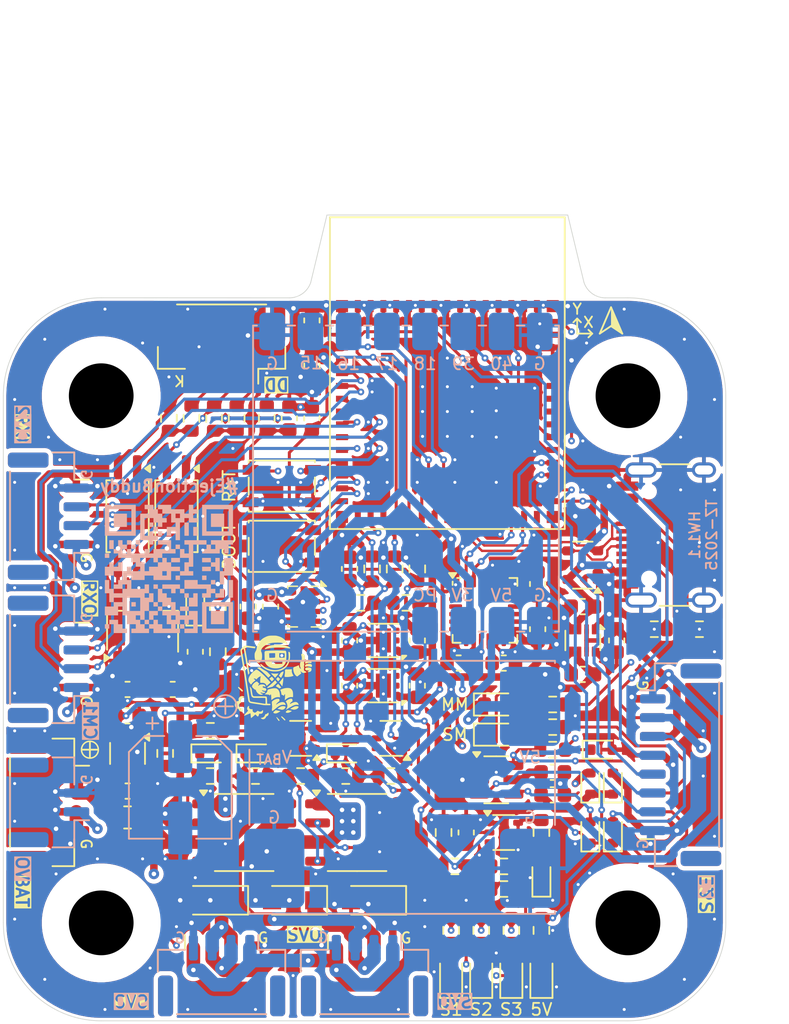
<source format=kicad_pcb>
(kicad_pcb (version 20241229) (generator "pcbnew") (generator_version "9.0")
  (layers (0 "F.Cu" jumper) (4 "In1.Cu" signal) (6 "In2.Cu" signal) (2 "B.Cu" mixed) (13 "F.Paste" user) (15 "B.Paste" user) (5 "F.SilkS" user "F.Silkscreen") (7 "B.SilkS" user "B.Silkscreen") (1 "F.Mask" user) (3 "B.Mask" user) (25 "Edge.Cuts" user))
  (net 0 "")
  (net 1 "+3.3V")
  (net 2 "GND")
  (net 3 "Net-(U8-CPOUT)")
  (net 4 "Net-(U8-REGOUT)")
  (net 5 "VM")
  (net 6 "VBAT")
  (net 7 "Net-(D1-K)")
  (net 8 "+3.3S")
  (net 9 "+5C")
  (net 10 "+5V")
  (net 11 "VUSB")
  (net 12 "Net-(Q5A-B1)")
  (net 13 "Net-(D11-K)")
  (net 14 "/MM.GPIO42")
  (net 15 "/main_mcu/EN")
  (net 16 "/main_mcu/0")
  (net 17 "Net-(D9-A)")
  (net 18 "Net-(D2-A)")
  (net 19 "Net-(D3-A)")
  (net 20 "VS")
  (net 21 "Net-(D4-A)")
  (net 22 "/SW_PWRCUT")
  (net 23 "Net-(D8-A)")
  (net 24 "/MM.D-")
  (net 25 "/MM.D+")
  (net 26 "Net-(D16-A)")
  (net 27 "Net-(D17-A)")
  (net 28 "+5S")
  (net 29 "Net-(D13-A)")
  (net 30 "/SM.RESET")
  (net 31 "Net-(D15-A)")
  (net 32 "/MM.GPIO8")
  (net 33 "/MM.GPIO9")
  (net 34 "/MM.GPIO6")
  (net 35 "/MM.GPIO7")
  (net 36 "SVO2")
  (net 37 "SVO1")
  (net 38 "SVO3")
  (net 39 "/MM.GPIO11")
  (net 40 "/MM.GPIO13")
  (net 41 "/MM.GPIO10")
  (net 42 "/MM.GPIO12")
  (net 43 "/MM.GPIO16")
  (net 44 "/MM.GPIO15")
  (net 45 "/SM.TPIDATA")
  (net 46 "/MM.GPIO18")
  (net 47 "/MM.GPIO17")
  (net 48 "/DD_K_2")
  (net 49 "/DD_A_1")
  (net 50 "/DD_A_2")
  (net 51 "/DD_K_1")
  (net 52 "/MM.GPIO1")
  (net 53 "/MM.GPIO2")
  (net 54 "/SM.TPICLK")
  (net 55 "Net-(D18-A)")
  (net 56 "Net-(Q3A-C1)")
  (net 57 "Net-(D19-A)")
  (net 58 "Net-(Q3B-C2)")
  (net 59 "Net-(Q4A-C1)")
  (net 60 "Net-(D20-A)")
  (net 61 "Net-(Q5A-C1)")
  (net 62 "Net-(Q5B-C2)")
  (net 63 "/usb/CC2")
  (net 64 "/usb/CC1")
  (net 65 "/MM.GPIO36")
  (net 66 "/MM.GPIO35")
  (net 67 "/MM.GPIO37")
  (net 69 "Net-(R28-Pad1)")
  (net 70 "/MM.GPIO5")
  (net 71 "/MM.GPIO4")
  (net 72 "/MM.GPIO14")
  (net 73 "unconnected-(J11-Pin_3-Pad3)")
  (net 74 "/MM.GPIO38")
  (net 75 "Net-(R3-Pad1)")
  (net 80 "Net-(R29-Pad1)")
  (net 81 "Net-(R32-Pad1)")
  (net 82 "/MM.GPIO3")
  (net 92 "/MM.SCL")
  (net 96 "/MM.SDA")
  (net 99 "/MM.GPIO40")
  (net 103 "/MM.GPIO39")
  (net 110 "unconnected-(J10-Pin_3-Pad3)")
  (footprint "Resistor_SMD:R_0603_1608Metric" (layer "F.Cu") (at 157.75 97 90)
    (property "Reference" "R1" (hide yes))
    (property "Value" "91k")
  )
  (footprint "Diode_SMD:D_SOD-523" (layer "F.Cu") (at 182.5 109 90)
    (property "Reference" "D13" (hide yes))
    (property "Value" "D_Schottky")
  )
  (footprint "Package_TO_SOT_SMD:SOT-23-6" (layer "F.Cu") (at 176.25 105.5)
    (property "Reference" "U7" (hide yes))
    (property "Value" "ATtiny10-TS")
  )
  (footprint "Capacitor_SMD:C_0603_1608Metric" (layer "F.Cu") (at 182 98.5 180)
    (property "Reference" "C10" (hide yes))
    (property "Value" "2.2u")
  )
  (footprint "Resistor_SMD:R_0603_1608Metric" (layer "F.Cu") (at 186.75 95.5 180)
    (property "Reference" "R19" (hide yes))
    (property "Value" "5.1k")
  )
  (footprint "Resistor_SMD:R_0603_1608Metric" (layer "F.Cu") (at 171 91.5 90)
    (property "Reference" "R11" (hide yes))
    (property "Value" "100k")
  )
  (footprint "Diode_SMD:D_SOD-523" (layer "F.Cu") (at 179.25 112 90)
    (property "Reference" "D8" (hide yes))
    (property "Value" "D_Zener7V5")
  )
  (footprint "Package_SO:SOIC-4_4.55x2.6mm_P1.27mm" (layer "F.Cu") (at 155 88 -90)
    (property "Reference" "U9" (hide yes))
    (property "Value" "TLP291")
  )
  (footprint "Diode_SMD:D_SOD-523" (layer "F.Cu") (at 157.25 103.75)
    (property "Reference" "D4" (hide yes))
    (property "Value" "D_Zener7V5")
  )
  (footprint "Diode_SMD:D_SOD-523" (layer "F.Cu") (at 183.25 103.5)
    (property "Reference" "D14" (hide yes))
    (property "Value" "D_Zener3V6")
  )
  (footprint "Capacitor_SMD:C_0603_1608Metric" (layer "F.Cu") (at 156.25 97 -90)
    (property "Reference" "C7" (hide yes))
    (property "Value" "10u")
  )
  (footprint "Diode_SMD:D_SOD-523" (layer "F.Cu") (at 166.25 103.749)
    (property "Reference" "D2" (hide yes))
    (property "Value" "D_Zener7V5")
  )
  (footprint "Resistor_SMD:R_0603_1608Metric" (layer "F.Cu") (at 179.25 109 90)
    (property "Reference" "R15" (hide yes))
    (property "Value" "15k")
  )
  (footprint "Resistor_SMD:R_0603_1608Metric" (layer "F.Cu") (at 157.75 94 90)
    (property "Reference" "R4" (hide yes))
    (property "Value" "10k")
  )
  (footprint "LOGO" (layer "F.Cu") (at 161.25 98.75)
    (property "Reference" "G***" (hide yes))
    (property "Value" "LOGO" (hide yes))
  )
  (footprint "Diode_SMD:D_SOD-523" (layer "F.Cu") (at 184 109 90)
    (property "Reference" "D9" (hide yes))
    (property "Value" "D_Schottky")
  )
  (footprint "Capacitor_SMD:C_0603_1608Metric" (layer "F.Cu") (at 176.75 97.75)
    (property "Reference" "C20" (hide yes))
    (property "Value" "0.1u")
  )
  (footprint "Capacitor_SMD:C_0603_1608Metric" (layer "F.Cu") (at 180 106.5)
    (property "Reference" "C15" (hide yes))
    (property "Value" "10u")
  )
  (footprint "Capacitor_SMD:C_0603_1608Metric" (layer "F.Cu") (at 166.5 96.25 90)
    (property "Reference" "C12" (hide yes))
    (property "Value" "10u")
  )
  (footprint "Resistor_SMD:R_0603_1608Metric" (layer "F.Cu") (at 169.25 105.25)
    (property "Reference" "R8" (hide yes))
    (property "Value" "15k")
  )
  (footprint "LED_SMD:LED_0603_1608Metric" (layer "F.Cu") (at 177.25 118.5 90)
    (property "Reference" "D20" (hide yes))
    (property "Value" "LED_R")
  )
  (footprint "Button_Switch_SMD:SW_SPST_PTS810" (layer "F.Cu") (at 162 86 180)
    (property "Reference" "SW1" (hide yes))
    (property "Value" "SW_Push")
  )
  (footprint "Package_TO_SOT_SMD:SOT-363_SC-70-6" (layer "F.Cu") (at 176.75 109)
    (property "Reference" "Q5" (hide yes))
    (property "Value" "UMH3N")
  )
  (footprint "Resistor_SMD:R_0603_1608Metric" (layer "F.Cu") (at 175.25 115.5 -90)
    (property "Reference" "R26" (hide yes))
    (property "Value" "39k")
  )
  (footprint "Capacitor_SMD:C_0603_1608Metric" (layer "F.Cu") (at 180 105)
    (property "Reference" "C16" (hide yes))
    (property "Value" "0.1u")
  )
  (footprint "Resistor_SMD:R_0603_1608Metric" (layer "F.Cu") (at 163.25 105.25)
    (property "Reference" "R9" (hide yes))
    (property "Value" "15k")
  )
  (footprint "Capacitor_SMD:C_0603_1608Metric" (layer "F.Cu") (at 179 92.5 -90)
    (property "Reference" "C19" (hide yes))
    (property "Value" "2.2n")
  )
  (footprint "Resistor_SMD:R_0603_1608Metric" (layer "F.Cu") (at 154.5 81.5 90)
    (property "Reference" "R33" (hide yes))
    (property "Value" "100k")
  )
  (footprint "LED_SMD:LED_0603_1608Metric" (layer "F.Cu") (at 175.25 118.5 90)
    (property "Reference" "D19" (hide yes))
    (property "Value" "LED_R")
  )
  (footprint "Capacitor_SMD:C_0603_1608Metric" (layer "F.Cu") (at 171 99.25 90)
    (property "Reference" "C8" (hide yes))
    (property "Value" "10u")
  )
  (footprint "Connector_JST:JST_GH_SM04B-GHS-TB_1x04-1MP_P1.25mm_Horizontal" (layer "F.Cu") (at 158 76.5 180)
    (property "Reference" "J7" (hide yes))
    (property "Value" "Conn_01x04")
  )
  (footprint "Capacitor_SMD:C_0603_1608Metric" (layer "F.Cu") (at 166.5 99.25 90)
    (property "Reference" "C6" (hide yes))
    (property "Value" "10u")
  )
  (footprint "Resistor_SMD:R_0603_1608Metric" (layer "F.Cu") (at 177.25 115.5 -90)
    (property "Reference" "R27" (hide yes))
    (property "Value" "39k")
  )
  (footprint "Connector_USB:USB_C_Receptacle_HRO_TYPE-C-31-M-12" (layer "F.Cu") (at 189 89.25 90)
    (property "Reference" "J14" (hide yes))
    (property "Value" "USB_C_Receptacle_USB2.0_14P")
  )
  (footprint "Diode_SMD:D_SOD-523" (layer "F.Cu") (at 184 105.75 90)
    (property "Reference" "D11" (hide yes))
    (property "Value" "D_Schottky")
  )
  (footprint "Capacitor_SMD:C_0603_1608Metric" (layer "F.Cu") (at 171 96.25 90)
    (property "Reference" "C13" (hide yes))
    (property "Value" "10u")
  )
  (footprint "Resistor_SMD:R_0603_1608Metric" (layer "F.Cu") (at 168 91.5 90)
    (property "Reference" "R13" (hide yes))
    (property "Value" "100k")
  )
  (footprint "Capacitor_SMD:C_0603_1608Metric" (layer "F.Cu") (at 184.25 96.25 -90)
    (property "Reference" "C9" (hide yes))
    (property "Value" "10u")
  )
  (footprint "Capacitor_SMD:C_0603_1608Metric" (layer "F.Cu") (at 154.75 99.5)
    (property "Reference" "C5" (hide yes))
    (property "Value" "10u")
  )
  (footprint "Resistor_SMD:R_0603_1608Metric" (layer "F.Cu") (at 180 102 180)
    (property "Reference" "R22" (hide yes))
    (property "Value" "1k")
  )
  (footprint "Resistor_SMD:R_0603_1608Metric" (layer "F.Cu") (at 166.25 105.25)
    (property "Reference" "R5" (hide yes))
    (property "Value" "15k")
  )
  (footprint "Diode_SMD:D_SOD-523" (layer "F.Cu") (at 160.25 103.75)
    (property "Reference" "D3" (hide yes))
    (property "Value" "D_Zener7V5")
  )
  (footprint "Diode_SMD:Nexperia_CFP3_SOD-123W" (layer "F.Cu") (at 157.5 113.5 180)
    (property "Reference" "D7" (hide yes))
    (property "Value" "1N4007")
  )
  (footprint "Resistor_SMD:R_0603_1608Metric" (layer "F.Cu") (at 176.75 112.75 180)
    (property "Reference" "R14" (hide yes))
    (property "Value" "15k")
  )
  (footprint "Capacitor_SMD:C_0603_1608Metric" (layer "F.Cu") (at 151.75 101.25)
    (property "Reference" "C1" (hide yes))
    (property "Value" "0.1u")
  )
  (footprint "LED_SMD:LED_0603_1608Metric" (layer "F.Cu") (at 179.25 118.5 90)
    (property "Reference" "D17" (hide yes))
    (property "Value" "LED_R")
  )
  (footprint "Resistor_SMD:R_0603_1608Metric" (layer "F.Cu") (at 179.25 115.5 -90)
    (property "Reference" "R24" (hide yes))
    (property "Value" "2.7k")
  )
  (footprint "Package_TO_SOT_SMD:SOT-89-3" (layer "F.Cu") (at 152.75 95.6375 90)
    (property "Reference" "U3" (hide yes))
    (property "Value" "ME6203A50PG")
  )
  (footprint "Package_LGA:Bosch_LGA-8_2x2.5mm_P0.65mm_ClockwisePinNumbering" (layer "F.Cu") (at 163.5 94 -90)
    (property "Reference" "U12" (hide yes))
    (property "Value" "BMP280")
  )
  (footprint "Capacitor_SMD:C_0603_1608Metric" (layer "F.Cu") (at 162.5 81.5 90)
    (property "Reference" "C24" (hide yes))
    (property "Value" "0.1u")
  )
  (footprint "Sensor_Motion:InvenSense_QFN-24_4x4mm_P0.5mm" (layer "F.Cu") (at 175.5 94.25)
    (property "Reference" "U8" (hide yes))
    (property "Value" "MPU-6050")
  )
  (footprint "Connector_JST:JST_GH_SM04B-GHS-TB_1x04-1MP_P1.25mm_Horizontal" (layer "F.Cu") (at 146.5 97.5 -90)
    (property "Reference" "J6" (hide yes))
    (property "Value" "Conn_01x04")
  )
  (footprint "LED_SMD:LED_0603_1608Metric" (layer "F.Cu") (at 173.25 118.5 90)
    (property "Reference" "D18" (hide yes))
    (property "Value" "LED_R")
  )
  (footprint "Package_SON:WSON-6-1EP_2x2mm_P0.65mm_EP1x1.6mm_ThermalVias" (layer "F.Cu") (at 168.75 96.25 180)
    (property "Reference" "U6" (hide yes))
    (property "Value" "LP5912-3.3DRV")
  )
  (footprint "Capacitor_SMD:C_0603_1608Metric" (layer "F.Cu") (at 164 78 -90)
    (property "Reference" "C23" (hide yes))
    (property "Value" "0.1u")
  )
  (footprint "Resistor_SMD:R_0603_1608Metric" (layer "F.Cu") (at 180 103.5)
    (property "Reference" "R21" (hide yes))
    (property "Value" "1k")
  )
  (footprint "Connector_JST:JST_GH_SM04B-GHS-TB_1x04-1MP_P1.25mm_Horizontal" (layer "F.Cu") (at 158 118.5)
    (property "Reference" "J1" (hide yes))
    (property "Value" "Conn_01x04")
  )
  (footprint "Connector_JST:JST_GH_SM04B-GHS-TB_1x04-1MP_P1.25mm_Horizontal" (layer "F.Cu") (at 167.5 118.5)
    (property "Reference" "J2" (hide yes))
    (property "Value" "Conn_01x04")
  )
  (footprint "Resistor_SMD:R_0603_1608Metric" (layer "F.Cu") (at 157.25 105.25 180)
    (property "Reference" "R7" (hide yes))
    (property "Value" "15k")
  )
  (footprint "Connector_JST:JST_GH_SM04B-GHS-TB_1x04-1MP_P1.25mm_Horizontal" (layer "F.Cu") (at 146.5 88 -90)
    (property "Reference" "J5" (hide yes))
    (property "Value" "Conn_01x04")
  )
  (footprint "Capacitor_SMD:C_0603_1608Metric" (layer "F.Cu") (at 151.75 106.25)
    (property "Reference" "C2" (hide yes))
    (property "Value" "0.1u")
  )
  (footprint "Package_SO:SOIC-4_4.55x2.6mm_P1.27mm" (layer "F.Cu") (at 151.75 88 -90)
    (property "Reference" "U10" (hide yes))
    (property "Value" "TLP291")
  )
  (footprint "Package_SON:WSON-6-1EP_2x2mm_P0.65mm_EP1x1.6mm_ThermalVias" (layer "F.Cu") (at 168.75 99.25 180)
    (property "Reference" "U4" (hide yes))
    (property "Value" "LP5912-3.3DRV")
  )
  (footprint "Diode_SMD:D_SOD-523" (layer "F.Cu") (at 182.5 105.75 90)
    (property "Reference" "D12" (hide yes))
    (property "Value" "D_Schottky")
  )
  (footprint "Connector_JST:JST_GH_SM04B-GHS-TB_1x04-1MP_P1.25mm_Horizontal" (layer "F.Cu") (at 146.5 107 -90)
    (property "Reference" "J8" (hide yes))
    (property "Value" "Conn_01x04")
  )
  (footprint "Resistor_SMD:R_0603_1608Metric" (layer "F.Cu") (at 154.25 103.75 90)
    (property "Reference" "R3" (hide yes))
    (property "Value" "1k")
  )
  (footprint "Capacitor_SMD:C_0603_1608Metric" (layer "F.Cu") (at 173.75 97.75 180)
    (property "Reference" "C17" (hide yes))
    (property "Value" "10n")
  )
  (footprint "Capacitor_SMD:C_0603_1608Metric" (layer "F.Cu") (at 174.25 109 90)
    (property "Reference" "C14" (hide yes))
    (property "Value" "1u")
  )
  (footprint "Capacitor_SMD:C_0603_1608Metric" (layer "F.Cu") (at 164 75 90)
    (property "Reference" "C22" (hide yes))
    (property "Value" "10u")
  )
  (footprint "Button_Switch_SMD:SW_SPST_PTS810" (layer "F.Cu") (at 162 90 180)
    (property "Reference" "SW2" (hide yes))
    (property "Value" "SW_Push")
  )
  (footprint "HoleNoMask_M4:HoleNoMask_4.3mm_M4" (layer "F.Cu") (at 185 115)
    (property "Reference" "H2" (hide yes))
    (property "Value" "MountingHole")
  )
  (footprint "Diode_SMD:Nexperia_CFP3_SOD-123W" (layer "F.Cu") (at 168 113.5 180)
    (property "Reference" "D5" (hide yes))
    (property "Value" "1N4007")
  )
  (footprint "Diode_SMD:D_SOD-523" (layer "F.Cu") (at 156.25 94 90)
    (property "Reference" "D1" (hide yes))
    (property "Value" "D_Schottky")
  )
  (footprint "Package_TO_SOT_SMD:SOT-363_SC-70-6" (layer "F.Cu") (at 163.25 102.75 180)
    (property "Reference" "Q4" (hide yes))
    (property "Value" "UMH3N")
  )
  (footprint "Resistor_SMD:R_0603_1608Metric" (layer "F.Cu") (at 160.25 105.25)
    (property "Reference" "R6" (hide yes))
    (property "Value" "15k")
  )
  (footprint "Package_SO:SOP-8_3.9x4.9mm_P1.27mm" (layer "F.Cu") (at 159.5 109)
    (property "Reference" "Q2" (hide yes))
    (property "Value" "NCE55P04S")
  )
  (footprint "Package_TO_SOT_SMD:SOT-583-8" (layer "F.Cu") (at 182 96.25 -90)
    (property "Reference" "U5" (hide yes))
    (property "Value" "LM66200DRLR")
  )
  (footprint "Resistor_SMD:R_0603_1608Metric" (layer "F.Cu") (at 157.25 102.25)
    (property "Reference" "R10" (hide yes))
    (property "Value" "15k")
  )
  (footprint "Resistor_SMD:R_0603_1608Metric" (layer "F.Cu") (at 159 81.5 90)
    (property "Reference" "R29" (hide yes))
    (property "Value" "400")
  )
  (footprint "Resistor_SMD:R_0603_1608Metric" (layer "F.Cu") (at 161 81.5 -90)
    (property "Reference" "R34" (hide yes))
    (property "Value" "10k")
  )
  (footprint "LED_SMD:LED_0603_1608Metric" (layer "F.Cu") (at 176.25 100.5)
    (property "Reference" "D16" (hide yes))
    (property "Value" "LED_G")
  )
  (footprint "Resistor_SMD:R_0805_2012Metric" (layer "F.Cu") (at 151.75 108)
    (property "Reference" "R2" (hide yes))
    (property "Value" "0.05")
  )
  (footprint "Package_TO_SOT_SMD:SOT-363_SC-70-6" (layer "F.Cu") (at 151.75 103.75 -90)
    (property "Reference" "U1" (hide yes))
    (property "Value" "INA186A1")
  )
  (footprint "Package_SO:SOP-8_3.9x4.9mm_P1.27mm" (layer "F.Cu") (at 167 109)
    (property "Reference" "Q1" (hide yes))
    (property "Value" "NCE55P04S")
  )
  (footprint "Package_TO_SOT_SMD:SOT-143" (layer "F.Cu") (at 182 91.25 180)
    (property "Reference" "D10" (hide yes))
    (property "Value" "PRTR5V0U2X")
  )
  (footprint "Capacitor_SMD:C_0603_1608Metric" (layer "F.Cu") (at 161.25 94 -90)
    (property "Reference" "C26" (hide yes))
    (property "Value" "0.1u")
  )
  (footprint "Capacitor_SMD:C_0603_1608Metric" (layer "F.Cu") (at 159.76 94 -90)
    (property "Reference" "C27" (hide yes))
    (property "Value" "2.2u")
  )
  (footprint "Connector_JST:JST_GH_SM08B-GHS-TB_1x08-1MP_P1.25mm_Horizontal" (layer "F.Cu") (at 188.5 104.5 90)
    (property "Reference" "J12" (hide yes))
    (property "Value" "Conn_01x08")
  )
  (footprint "Resistor_SMD:R_0603_1608Metric" (layer "F.Cu") (at 180 100.5 180)
    (property "Reference" "R23" (hide yes))
    (property "Value" "1k")
  )
  (footprint "Capacitor_SMD:C_0603_1608Metric" (layer "F.Cu") (at 166.5 91.5 90)
    (property "Reference" "C21" (hide yes))
    (property "Value" "1u")
  )
  (footprint "HoleNoMask_M4:HoleNoMask_4.3mm_M4" (layer "F.Cu") (at 150 80)
    (property "Reference" "H4" (hide yes))
    (property "Value" "MountingHole")
  )
  (footprint "Resistor_SMD:R_0603_1608Metric" (layer "F.Cu") (at 172.75 109 90)
    (property "Reference" "R18" (hide yes))
    (property "Value" "100k")
  )
  (footprint "Capacitor_SMD:C_0603_1608Metric" (layer "F.Cu") (at 164 81.5 90)
    (property "Reference" "C25" (hide yes))
    (property "Value" "0.1u")
  )
  (footprint "Resistor_SMD:R_0603_1608Metric" (layer "F.Cu") (at 167.25 93.75 180)
    (property "Reference" "R30" (hide yes))
    (property "Value" "10k")
  )
  (footprint "Capacitor_SMD:C_0603_1608Metric" (layer "F.Cu") (at 179 95.5 90)
    (property "Reference" "C18" (hide yes))
    (property "Value" "0.1u")
  )
  (footprint "HoleNoMask_M4:HoleNoMask_4.3mm_M4" (layer "F.Cu") (at 150 115)
    (property "Reference" "H3" (hide yes))
    (property "Value" "MountingHole")
  )
  (footprint "Resistor_SMD:R_0603_1608Metric" (layer "F.Cu") (at 156 81.5 90)
    (property "Reference" "R32" (hide yes))
    (property "Value" "400")
  )
  (footprint "Resistor_SMD:R_0603_1608Metric" (layer "F.Cu") (at 169.5 91.5 90)
    (property "Reference" "R12" (hide yes))
    (property "Value" "100k")
  )
  (footprint "Resistor_SMD:R_0603_1608Metric" (layer "F.Cu") (at 170.25 93.75)
    (property "Reference" "R28" (hide yes))
    (property "Value" "10k")
  )
  (footprint "Resistor_SMD:R_0603_1608Metric" (layer "F.Cu") (at 173.25 115.5 -90)
    (property "Reference" "R25" (hide yes))
    (property "Value" "39k")
  )
  (footprint "Resistor_SMD:R_0603_1608Metric" (layer "F.Cu") (at 173.5 111.25 180)
    (property "Reference" "R17" (hide yes))
    (property "Value" "10k")
  )
  (footprint "Package_TO_SOT_SMD:SOT-363_SC-70-6" (layer "F.Cu") (at 169.25 102.75 180)
    (property "Reference" "Q3" (hide yes))
    (property "Value" "UMH3N")
  )
  (footprint "Resistor_SMD:R_0603_1608Metric" (layer "F.Cu") (at 157.5 81.5 90)
    (property "Reference" "R31" (hide yes))
    (property "Value" "100k")
  )
  (footprint "HoleNoMask_M4:HoleNoMask_4.3mm_M4" (layer "F.Cu") (at 185 80)
    (property "Reference" "H1" (hide yes))
    (property "Value" "MountingHole")
  )
  (footprint "Capacitor_SMD:C_0603_1608Metric" (layer "F.Cu") (at 182 94 180)
    (property "Reference" "C11" (hide yes))
    (property "Value" "2.2u")
  )
  (footprint "Capacitor_SMD:C_0603_1608Metric" (layer "F.Cu") (at 151.75 99.5 180)
    (property "Reference" "C4" (hide yes))
    (property "Value" "10u")
  )
  (footprint "LED_SMD:LED_0603_1608Metric" (layer "F.Cu") (at 176.25 102.5)
    (property "Reference" "D15" (hide yes))
    (property "Value" "LED_G")
  )
  (footprint "Resistor_SMD:R_0603_1608Metric" (layer "F.Cu") (at 189.75 95.5)
    (property "Reference" "R20" (hide yes))
    (property "Value" "5.1k")
  )
  (footprint "Resistor_SMD:R_0603_1608Metric" (layer "F.Cu") (at 176.75 111.25 180)
    (property "Reference" "R16" (hide yes))
    (property "Value" "15k")
  )
  (footprint "Diode_SMD:Nexperia_CFP3_SOD-123W" (layer "F.Cu") (at 162.75 113.5 180)
    (property "Reference" "D6" (hide yes))
    (property "Value" "1N4007")
  )
  (footprint "RF_Module:ESP32-S2-MINI-1" (layer "F.Cu") (at 173 78.5)
    (property "Reference" "U11" (hide yes))
    (property "Value" "ESP32-S3-MINI-1")
  )
  (footprint "Connector_JST:JST_GH_SM04B-GHS-TB_1x04-1MP_P1.25mm_Horizontal" (layer "B.Cu") (at 146.5 88 90)
    (property "Reference" "J11" (hide yes))
    (property "Value" "Conn_01x04")
  )
  (footprint "Connector_JST:JST_GH_SM08B-GHS-TB_1x08-1MP_P1.25mm_Horizontal" (layer "B.Cu") (at 188.5 104.5 -90)
    (property "Reference" "J13" (hide yes))
    (property "Value" "Conn_01x08")
  )
  (footprint "Connector_JST:JST_GH_SM04B-GHS-TB_1x04-1MP_P1.25mm_Horizontal" (layer "B.Cu") (at 167.5 118.5 180)
    (property "Reference" "J3" (hide yes))
    (property "Value" "Conn_01x04")
  )
  (footprint "MP4462BuckModule_TaoBao_20x17:MP4462BuckModule_TaoBao_20x17" (layer "B.Cu") (at 170 106)
    (property "Reference" "U2" (hide yes))
    (property "Value" "GenericBuck_5V")
  )
  (footprint "LOGO" (layer "B.Cu") (at 154.5 91.5 180)
    (property "Reference" "G***" (hide yes))
    (property "Value" "LOGO" (hide yes))
  )
  (footprint "CustomPads:EjectionBuddyStamp" (layer "B.Cu") (at 170.25 85.5 180)
    (property "Reference" "U13" (hide yes))
    (property "Value" "EjectionBuddyStamp")
  )
  (footprint "Connector_JST:JST_GH_SM04B-GHS-TB_1x04-1MP_P1.25mm_Horizontal" (layer "B.Cu") (at 146.5 97.5 90)
    (property "Reference" "J10" (hide yes))
    (property "Value" "Conn_01x04")
  )
  (footprint "Capacitor_SMD:CP_Elec_6.3x5.8" (layer "B.Cu") (at 155.25 106 -90)
    (property "Reference" "C3" (hide yes))
    (property "Value" "47u")
  )
  (footprint "Connector_JST:JST_GH_SM02B-GHS-TB_1x02-1MP_P1.25mm_Horizontal" (layer "B.Cu") (at 146.5 107 90)
    (property "Reference" "J9" (hide yes))
    (property "Value" "Conn_01x02")
  )
  (footprint "Connector_JST:JST_GH_SM04B-GHS-TB_1x04-1MP_P1.25mm_Horizontal" (layer "B.Cu") (at 158 118.5 180)
    (property "Reference" "J4" (hide yes))
    (property "Value" "Conn_01x04")
  )
  (gr_line (start 181.625 74.875) (end 181.875 75.125) (stroke (width 0.12)) (layer "F.SilkS"))
  (gr_line (start 183.875 74.125) (end 183.125 75.875) (stroke (width 0.12)) (layer "F.SilkS"))
  (gr_line (start 184.625 75.875) (end 183.875 74.125) (stroke (width 0.12)) (layer "F.SilkS"))
  (gr_line (start 182.625 75.875) (end 182.375 76.125) (stroke (width 0.12)) (layer "F.SilkS"))
  (gr_line (start 182.625 75.875) (end 182.375 75.625) (stroke (width 0.12)) (layer "F.SilkS"))
  (gr_circle (center 149.25 103.5) (end 149.5 104) (stroke (width 0.1)) (fill no) (layer "F.SilkS"))
  (gr_line (start 181.625 74.875) (end 181.375 75.125) (stroke (width 0.12)) (layer "F.SilkS"))
  (gr_line (start 149.25 103) (end 149.25 104) (stroke (width 0.12)) (layer "F.SilkS"))
  (gr_line (start 181.625 75.875) (end 182.625 75.875) (stroke (width 0.12)) (layer "F.SilkS"))
  (gr_line (start 181.625 74.875) (end 181.625 75.875) (stroke (width 0.12)) (layer "F.SilkS"))
  (gr_line (start 183.875 75.375) (end 184.625 75.875) (stroke (width 0.12)) (layer "F.SilkS"))
  (gr_line (start 183.125 75.875) (end 183.875 75.375) (stroke (width 0.12)) (layer "F.SilkS"))
  (gr_line (start 149.75 103.5) (end 148.75 103.5) (stroke (width 0.12)) (layer "F.SilkS"))
  (gr_poly (pts (xy 183.875 74.125) (xy 183.875 75.375) (xy 184.625 75.875)) (fill yes) (layer "F.SilkS"))
  (gr_line (start 143.496096 115) (end 143.496096 80) (stroke (width 0.05)) (layer "Edge.Cuts"))
  (gr_arc (start 150 121.503904) (mid 145.401045 119.598955) (end 143.496096 115) (stroke (width 0.05)) (layer "Edge.Cuts"))
  (gr_arc (start 185 73.5) (mid 189.596194 75.403806) (end 191.5 80) (stroke (width 0.05)) (layer "Edge.Cuts"))
  (gr_line (start 181 68) (end 165 68) (stroke (width 0.05)) (layer "Edge.Cuts"))
  (gr_arc (start 143.496096 80) (mid 145.401045 75.401045) (end 150 73.496096) (stroke (width 0.05)) (layer "Edge.Cuts"))
  (gr_line (start 183.5 73.5) (end 185 73.5) (stroke (width 0.05)) (layer "Edge.Cuts"))
  (gr_line (start 185 121.503904) (end 150 121.503904) (stroke (width 0.05)) (layer "Edge.Cuts"))
  (gr_line (start 191.5 80) (end 191.503904 115) (stroke (width 0.05)) (layer "Edge.Cuts"))
  (gr_line (start 150 73.496096) (end 162.5 73.5) (stroke (width 0.05)) (layer "Edge.Cuts"))
  (gr_arc (start 183.5 73.499999) (mid 182.622935 73.216863) (end 182.076976 72.474342) (stroke (width 0.05)) (layer "Edge.Cuts"))
  (gr_line (start 165 68) (end 163.923025 72.474341) (stroke (width 0.05)) (layer "Edge.Cuts"))
  (gr_arc (start 163.923025 72.474342) (mid 163.377065 73.216864) (end 162.5 73.5) (stroke (width 0.05)) (layer "Edge.Cuts"))
  (gr_line (start 181 68) (end 182.076975 72.474341) (stroke (width 0.05)) (layer "Edge.Cuts"))
  (gr_arc (start 191.503904 115) (mid 189.598955 119.598955) (end 185 121.503904) (stroke (width 0.05)) (layer "Edge.Cuts"))
  (gr_text "RXI" (at 144.75 83.25 270) (layer "F.SilkS" knockout) (effects (font (size 0.8 0.8) (thickness 0.16) (bold yes)) (justify right)))
  (gr_text "K" (at 155.2 79 180) (layer "F.SilkS") (effects (font (size 0.7 0.7) (thickness 0.12) (bold yes))))
  (gr_text "S2" (at 175.25 120.75 0) (layer "F.SilkS") (effects (font (size 0.8 0.8) (thickness 0.12))))
  (gr_text "G" (at 170.25 116 0) (layer "F.SilkS") (effects (font (size 0.7 0.7) (thickness 0.12) (bold yes))))
  (gr_text "S&E" (at 190.25 111.75 90) (layer "F.SilkS" knockout) (effects (font (size 0.8 0.8) (thickness 0.16) (bold yes)) (justify right)))
  (gr_text "S3" (at 177.25 120.75 0) (layer "F.SilkS") (effects (font (size 0.8 0.8) (thickness 0.12))))
  (gr_text "G" (at 186 99.25 90) (layer "F.SilkS") (effects (font (size 0.7 0.7) (thickness 0.12) (bold yes))))
  (gr_text "BAT" (at 144.75 111.75 270) (layer "F.SilkS" knockout) (effects (font (size 0.8 0.8) (thickness 0.16) (bold yes)) (justify left)))
  (gr_text "DD" (at 160.75 79.25 180) (layer "F.SilkS" knockout) (effects (font (size 0.8 0.8) (thickness 0.16) (bold yes)) (justify right)))
  (gr_text "SM" (at 173.5 102.5 0) (layer "F.SilkS") (effects (font (size 0.8 0.8) (thickness 0.12))))
  (gr_text "SVO" (at 153.25 120.25 0) (layer "F.SilkS" knockout) (effects (font (size 0.8 0.8) (thickness 0.16) (bold yes)) (justify right)))
  (gr_text "S1" (at 173.25 120.75 0) (layer "F.SilkS") (effects (font (size 0.8 0.8) (thickness 0.12))))
  (gr_text "RST" (at 158.5 86 90) (layer "F.SilkS") (effects (font (size 0.8 0.8) (thickness 0.12))))
  (gr_text "RXO" (at 149.2 94.75 270) (layer "F.SilkS" knockout) (effects (font (size 0.8 0.8) (thickness 0.16) (bold yes)) (justify right)))
  (gr_text "SVO" (at 164.75 115.8 0) (layer "F.SilkS" knockout) (effects (font (size 0.8 0.8) (thickness 0.16) (bold yes)) (justify right)))
  (gr_text "MM" (at 173.5 100.5 0) (layer "F.SilkS") (effects (font (size 0.8 0.8) (thickness 0.12))))
  (gr_text "G" (at 149 109.75 270) (layer "F.SilkS") (effects (font (size 0.7 0.7) (thickness 0.12) (bold yes))))
  (gr_text "X" (at 182.375 75.125 0) (layer "F.SilkS") (effects (font (size 0.7 0.7) (thickness 0.12) (bold yes))))
  (gr_text "G" (at 149 100.25 270) (layer "F.SilkS") (effects (font (size 0.7 0.7) (thickness 0.12) (bold yes))))
  (gr_text "Y" (at 181.625 74.25 0) (layer "F.SilkS") (effects (font (size 0.7 0.7) (thickness 0.12) (bold yes))))
  (gr_text "5V" (at 179.25 120.75 0) (layer "F.SilkS") (effects (font (size 0.8 0.8) (thickness 0.12))))
  (gr_text "G" (at 160.75 116 0) (layer "F.SilkS") (effects (font (size 0.7 0.7) (thickness 0.12) (bold yes))))
  (gr_text "BOOT" (at 158.5 90 90) (layer "F.SilkS") (effects (font (size 0.8 0.8) (thickness 0.12))))
  (gr_text "G" (at 149 90.75 270) (layer "F.SilkS") (effects (font (size 0.7 0.7) (thickness 0.12) (bold yes))))
  (gr_text "G" (at 178.5 108 0) (layer "B.SilkS") (effects (font (size 0.8 0.8) (thickness 0.12)) (justify mirror)))
  (gr_text "3V" (at 173.99426 93.237012 0) (layer "B.SilkS") (effects (font (size 0.8 0.8) (thickness 0.12)) (justify mirror)))
  (gr_text "E2" (at 190.25 111.75 90) (layer "B.SilkS" knockout) (effects (font (size 0.8 0.8) (thickness 0.16) (bold yes)) (justify left mirror)))
  (gr_text "18" (at 171.52 77.88 0) (layer "B.SilkS") (effects (font (size 0.8 0.8) (thickness 0.12)) (justify mirror)))
  (gr_text "V_{BAT}" (at 161.5 104 0) (layer "B.SilkS") (effects (font (size 0.8 0.8) (thickness 0.12)) (justify mirror)))
  (gr_text "16" (at 166.44 77.88 0) (layer "B.SilkS") (effects (font (size 0.8 0.8) (thickness 0.12)) (justify mirror)))
  (gr_text "G" (at 149 94.75 270) (layer "B.SilkS") (effects (font (size 0.7 0.7) (thickness 0.12) (bold yes)) (justify mirror)))
  (gr_text "HW1.1\nTZ-2025" (at 190 89.25 90) (layer "B.SilkS") (effects (font (size 0.7 0.7) (thickness 0.12) (bold yes)) (justify mirror)))
  (gr_text "G" (at 179.14 93.247 0) (layer "B.SilkS") (effects (font (size 0.8 0.8) (thickness 0.12)) (justify mirror)))
  (gr_text "15" (at 163.938137 77.833784 0) (layer "B.SilkS") (effects (font (size 0.8 0.8) (thickness 0.12)) (justify mirror)))
  (gr_text "G" (at 186 109.75 90) (layer "B.SilkS") (effects (font (size 0.7 0.7) (thickness 0.12) (bold yes)) (justify mirror)))
  (gr_text "G" (at 179.14 77.88 0) (layer "B.SilkS") (effects (font (size 0.8 0.8) (thickness 0.12)) (justify mirror)))
  (gr_text "40" (at 176.6 77.88 0) (layer "B.SilkS") (effects (font (size 0.8 0.8) (thickness 0.12)) (justify mirror)))
  (gr_text "G" (at 164.75 116 0) (layer "B.SilkS") (effects (font (size 0.7 0.7) (thickness 0.12) (bold yes)) (justify mirror)))
  (gr_text "17" (at 168.98 77.88 0) (layer "B.SilkS") (effects (font (size 0.8 0.8) (thickness 0.12)) (justify mirror)))
  (gr_text "G" (at 161.36 77.88 0) (layer "B.SilkS") (effects (font (size 0.8 0.8) (thickness 0.12)) (justify mirror)))
  (gr_text "39" (at 174.06 77.88 0) (layer "B.SilkS") (effects (font (size 0.8 0.8) (thickness 0.12)) (justify mirror)))
  (gr_text "CM1" (at 149.25 100.25 270) (layer "B.SilkS" knockout) (effects (font (size 0.8 0.8) (thickness 0.16) (bold yes)) (justify right mirror)))
  (gr_text "SVO" (at 172.25 120.25 0) (layer "B.SilkS" knockout) (effects (font (size 0.8 0.8) (thickness 0.16) (bold yes)) (justify right mirror)))
  (gr_text "PC" (at 171.52 93.247 0) (layer "B.SilkS") (effects (font (size 0.8 0.8) (thickness 0.12)) (justify mirror)))
  (gr_text "CM2" (at 144.75 83.25 270) (layer "B.SilkS" knockout) (effects (font (size 0.8 0.8) (thickness 0.16) (bold yes)) (justify left mirror)))
  (gr_text "VO" (at 144.75 110.5 270) (layer "B.SilkS" knockout) (effects (font (size 0.8 0.8) (thickness 0.16) (bold yes)) (justify right mirror)))
  (gr_text "G" (at 161.5 108 0) (layer "B.SilkS") (effects (font (size 0.8 0.8) (thickness 0.12)) (justify mirror)))
  (gr_text "G" (at 155.25 116 0) (layer "B.SilkS") (effects (font (size 0.7 0.7) (thickness 0.12) (bold yes)) (justify mirror)))
  (gr_text "SVO" (at 153.25 120.25 0) (layer "B.SilkS" knockout) (effects (font (size 0.8 0.8) (thickness 0.16) (bold yes)) (justify left mirror)))
  (gr_text "G" (at 149 105.5 270) (layer "B.SilkS") (effects (font (size 0.7 0.7) (thickness 0.12) (bold yes)) (justify mirror)))
  (gr_text "5V" (at 176.6 93.247 0) (layer "B.SilkS") (effects (font (size 0.8 0.8) (thickness 0.12)) (justify mirror)))
  (gr_text "#EjectionBuddy" (at 154.5 86 0) (layer "B.SilkS") (effects (font (size 0.8 0.8) (thickness 0.16) (bold yes)) (justify mirror)))
  (gr_text "5V" (at 178.5 104 0) (layer "B.SilkS") (effects (font (size 0.8 0.8) (thickness 0.12)) (justify mirror)))
  (gr_text "G" (at 149 85.25 270) (layer "B.SilkS") (effects (font (size 0.7 0.7) (thickness 0.12) (bold yes)) (justify mirror)))
  (gr_text "G" (at 161.36 93.247 0) (layer "B.SilkS") (effects (font (size 0.8 0.8) (thickness 0.12)) (justify mirror)))
  (segment (start 174.525 97.75) (end 174.525 98.676) (width 0.5) (layer "F.Cu") (net 1))
  (segment (start 169.825 97.025) (end 169.701 96.901) (width 0.5) (layer "F.Cu") (net 1))
  (segment (start 162.35 94.325) (end 161.25 93.225) (width 0.4) (layer "F.Cu") (net 1))
  (segment (start 164.480196 77.225) (end 164 77.225) (width 0.9) (layer "F.Cu") (net 1))
  (segment (start 173.25 89.5) (end 172 90.75) (width 0.5) (layer "F.Cu") (net 1))
  (segment (start 164.775 77.45941) (end 164.775 77.225) (width 0.9) (layer "F.Cu") (net 1))
  (segment (start 150.978814 101.253814) (end 150.975 101.25) (width 0.3) (layer "F.Cu") (net 1))
  (segment (start 164.775 77.225) (end 165.2 76.8) (width 0.9) (layer "F.Cu") (net 1))
  (segment (start 179 96.275) (end 178.124 96.275) (width 0.5) (layer "F.Cu") (net 1))
  (segment (start 174.75 96.2) (end 174.75 96.729534) (width 0.28) (layer "F.Cu") (net 1))
  (segment (start 178.124 96.275) (end 177.45 95.601) (width 0.5) (layer "F.Cu") (net 1))
  (segment (start 171 101) (end 160 101) (width 0.3) (layer "F.Cu") (net 1))
  (segment (start 165.2 76.8) (end 166 76.8) (width 0.5) (layer "F.Cu") (net 1))
  (segment (start 159.5 100.5) (end 156 100.5) (width 0.3) (layer "F.Cu") (net 1))
  (segment (start 161.25 93.225) (end 159.76 93.225) (width 0.5) (layer "F.Cu") (net 1))
  (segment (start 174.525 96.954534) (end 174.525 97.75) (width 0.28) (layer "F.Cu") (net 1))
  (segment (start 171 97.025) (end 172.074 97.025) (width 0.5) (layer "F.Cu") (net 1))
  (segment (start 150.975 101.25) (end 150.975 102.726) (width 0.5) (layer "F.Cu") (net 1))
  (segment (start 172 98.212242) (end 172.463758 98.676) (width 0.5) (layer "F.Cu") (net 1))
  (segment (start 163.775 77.225) (end 164 77.225) (width 0.2) (layer "F.Cu") (net 1))
  (segment (start 164.714606 77.45941) (end 164.480196 77.225) (width 0.9) (layer "F.Cu") (net 1))
  (segment (start 172 90.75) (end 172 98.212242) (width 0.5) (layer "F.Cu") (net 1))
  (segment (start 150.975 102.726) (end 151.049 102.8) (width 0.5) (layer "F.Cu") (net 1))
  (segment (start 161 80) (end 163.775 77.225) (width 0.2) (layer "F.Cu") (net 1))
  (segment (start 172.5 99.5) (end 172.5 98.712242) (width 0.3) (layer "F.Cu") (net 1))
  (segment (start 161 80.675) (end 161 80) (width 0.2) (layer "F.Cu") (net 1))
  (segment (start 164 75.775) (end 164 77.225) (width 0.9) (layer "F.Cu") (net 1))
  (segment (start 171 97.025) (end 169.825 97.025) (width 0.5) (layer "F.Cu") (net 1))
  (segment (start 161.45 93.025) (end 161.25 93.225) (width 0.5) (layer "F.Cu") (net 1))
  (segment (start 174.75 96.729534) (end 174.525 96.954534) (width 0.28) (layer "F.Cu") (net 1))
  (segment (start 164.3 93.675) (end 164.825 93.675) (width 0.2) (layer "F.Cu") (net 1))
  (segment (start 162 93.025) (end 161.45 93.025) (width 0.5) (layer "F.Cu") (net 1))
  (segment (start 164.775 77.45941) (end 164.714606 77.45941) (width 0.9) (layer "F.Cu") (net 1))
  (segment (start 172.463758 98.676) (end 178.036242 98.676) (width 0.5) (layer "F.Cu") (net 1))
  (segment (start 179 97.712242) (end 179 96.275) (width 0.5) (layer "F.Cu") (net 1))
  (segment (start 162.7 94.325) (end 162.35 94.325) (width 0.4) (layer "F.Cu") (net 1))
  (segment (start 171.075 93.75) (end 172.074 93.75) (width 0.2) (layer "F.Cu") (net 1))
  (segment (start 151.65 101.253814) (end 150.978814 101.253814) (width 0.3) (layer "F.Cu") (net 1))
  (segment (start 172.5 98.712242) (end 172.463758 98.676) (width 0.3) (layer "F.Cu") (net 1))
  (segment (start 162.7 93.025) (end 162 93.025) (width 0.5) (layer "F.Cu") (net 1))
  (segment (start 178.036242 98.676) (end 179 97.712242) (width 0.5) (layer "F.Cu") (net 1))
  (segment (start 160 101) (end 159.5 100.5) (width 0.3) (layer "F.Cu") (net 1))
  (segment (start 164.825 93.675) (end 165 93.5) (width 0.2) (layer "F.Cu") (net 1))
  (via (at 160.5 93.225) (size 0.7) (drill 0.3) (layers "F.Cu" "B.Cu") (net 1))
  (via (at 164.775 77.45941) (size 0.7) (drill 0.3) (layers "F.Cu" "B.Cu") (net 1))
  (via (at 162 93.025) (size 0.7) (drill 0.3) (layers "F.Cu" "B.Cu") (net 1))
  (via (at 172.5 99.5) (size 0.45) (drill 0.2) (layers "F.Cu" "B.Cu") (net 1))
  (via (at 151.65 101.253814) (size 0.45) (drill 0.2) (layers "F.Cu" "B.Cu") (net 1))
  (via (at 165 93.5) (size 0.45) (drill 0.2) (layers "F.Cu" "B.Cu") (net 1))
  (via (at 171 101) (size 0.45) (drill 0.2) (layers "F.Cu" "B.Cu") (net 1))
  (via (at 156 100.5) (size 0.45) (drill 0.2) (layers "F.Cu" "B.Cu") (net 1))
  (via (at 173.25 89.5) (size 0.7) (drill 0.3) (layers "F.Cu" "B.Cu") (net 1))
  (segment (start 174.5 94.585) (end 174.06 95.025) (width 0.5) (layer "B.Cu") (net 1))
  (segment (start 168.75 87.5) (end 166.617214 87.5) (width 0.5) (layer "B.Cu") (net 1))
  (segment (start 170 79.25) (end 170 86.25) (width 0.5) (layer "B.Cu") (net 1))
  (segment (start 174.5 92.25) (end 174.5 94.585) (width 0.5) (layer "B.Cu") (net 1))
  (segment (start 163.5 92) (end 162.475 93.025) (width 0.5) (layer "B.Cu") (net 1))
  (segment (start 169 78.25) (end 170 79.25) (width 0.5) (layer "B.Cu") (net 1))
  (segment (start 170 86.25) (end 168.75 87.5) (width 0.5) (layer "B.Cu") (net 1))
  (segment (start 173.25 89.5) (end 170 86.25) (width 0.5) (layer "B.Cu") (net 1))
  (segment (start 166.617214 87.5) (end 163.926 90.191214) (width 0.5) (layer "B.Cu") (net 1))
  (segment (start 173.25 89.5) (end 173.25 91) (width 0.5) (layer "B.Cu") (net 1))
  (segment (start 160.5 93.225) (end 160.7 93.025) (width 0.5) (layer "B.Cu") (net 1))
  (segment (start 171 101) (end 172.5 99.5) (width 0.3) (layer "B.Cu") (net 1))
  (segment (start 164.775 77.519804) (end 165.505196 78.25) (width 0.5) (layer "B.Cu") (net 1))
  (segment (start 173.25 91) (end 174.5 92.25) (width 0.5) (layer "B.Cu") (net 1))
  (segment (start 152.403814 100.5) (end 156 100.5) (width 0.3) (layer "B.Cu") (net 1))
  (segment (start 160.7 93.025) (end 162 93.025) (width 0.5) (layer "B.Cu") (net 1))
  (segment (start 151.65 101.253814) (end 152.403814 100.5) (width 0.3) (layer "B.Cu") (net 1))
  (segment (start 163.926 90.191214) (end 163.926 91.574) (width 0.5) (layer "B.Cu") (net 1))
  (segment (start 165.505196 78.25) (end 169 78.25) (width 0.5) (layer "B.Cu") (net 1))
  (segment (start 162.475 93.025) (end 162 93.025) (width 0.5) (layer "B.Cu") (net 1))
  (segment (start 165 93.5) (end 163.5 92) (width 0.2) (layer "B.Cu") (net 1))
  (segment (start 164.775 77.45941) (end 164.775 77.519804) (width 0.5) (layer "B.Cu") (net 1))
  (segment (start 163.926 91.574) (end 163.5 92) (width 0.5) (layer "B.Cu") (net 1))
  (segment (start 160.675 91.075) (end 160.75 91) (width 0.5) (layer "F.Cu") (net 2))
  (segment (start 164 78.775) (end 163.275 78.775) (width 0.5) (layer "F.Cu") (net 2))
  (segment (start 180.5 105.75) (end 180.5 105.55) (width 0.5) (layer "F.Cu") (net 2))
  (segment (start 181.225 98.5) (end 181.225 98.225) (width 0.5) (layer "F.Cu") (net 2))
  (segment (start 183.33378 94.91622) (end 183.33378 94.92622) (width 0.5) (layer "F.Cu") (net 2))
  (segment (start 163.401 94.851) (end 163.277 94.975) (width 0.5) (layer "F.Cu") (net 2))
  (segment (start 150.975 99.5) (end 150.975 98.8375) (width 0.5) (layer "F.Cu") (net 2))
  (segment (start 166.5 98.5) (end 167.25 99.25) (width 0.5) (layer "F.Cu") (net 2))
  (segment (start 160.043964 116.481036) (end 159.875 116.65) (width 0.5) (layer "F.Cu") (net 2))
  (segment (start 166 74.05) (end 165 74.05) (width 0.5) (layer "F.Cu") (net 2))
  (segment (start 180.2125 119.2875) (end 179.25 119.2875) (width 0.5) (layer "F.Cu") (net 2))
  (segment (start 159.76 94.775) (end 160.5 94.775) (width 0.5) (layer "F.Cu") (net 2))
  (segment (start 171 90.675) (end 170.325 90.675) (width 0.5) (layer "F.Cu") (net 2))
  (segment (start 165.25 101.75) (end 164.901 102.099) (width 0.5) (layer "F.Cu") (net 2))
  (segment (start 163.665198 103.4) (end 164.2 103.4) (width 0.5) (layer "F.Cu") (net 2))
  (segment (start 161.984071 94.975) (end 161.45 94.975) (width 0.5) (layer "F.Cu") (net 2))
  (segment (start 150.975 98.8375) (end 150.75 98.6125) (width 0.5) (layer "F.Cu") (net 2))
  (segment (start 160.5 94.775) (end 161.25 94.775) (width 0.5) (layer "F.Cu") (net 2))
  (segment (start 160.860623 116.481036) (end 160.043964 116.481036) (width 0.5) (layer "F.Cu") (net 2))
  (segment (start 182.851 95.409) (end 182.851 95.51) (width 0.5) (layer "F.Cu") (net 2))
  (segment (start 151.75 102.25) (end 152 102) (width 0.5) (layer "F.Cu") (net 2))
  (segment (start 166 88.05) (end 166 89.25) (width 0.5) (layer "F.Cu") (net 2))
  (segment (start 177.525 97.75) (end 177.525 97.025) (width 0.5) (layer "F.Cu") (net 2))
  (segment (start 163.25 80.75) (end 163.975 80.75) (width 0.5) (layer "F.Cu") (net 2))
  (segment (start 176.2125 119.2875) (end 175.25 119.2875) (width 0.5) (layer "F.Cu") (net 2))
  (segment (start 174.25 119.25) (end 174.2125 119.2875) (width 0.5) (layer "F.Cu") (net 2))
  (segment (start 184.955 86) (end 184.955 85.365) (width 0.5) (layer "F.Cu") (net 2))
  (segment (start 183 92) (end 183.25 92) (width 0.5) (layer "F.Cu") (net 2))
  (segment (start 180.75 97.75) (end 180.75 97.49) (width 0.5) (layer "F.Cu") (net 2))
  (segment (start 162.993364 93.675) (end 163.017364 93.699) (width 0.4) (layer "F.Cu") (net 2))
  (segment (start 168 90.675) (end 168.675 90.675) (width 0.5) (layer "F.Cu") (net 2))
  (segment (start 165 74.05) (end 164.95 74) (width 0.5) (layer "F.Cu") (net 2))
  (segment (start 166.5 95.5) (end 167.25 96.25) (width 0.5) (layer "F.Cu") (net 2))
  (segment (start 184.75 103.5) (end 185.125 103.875) (width 0.3) (layer "F.Cu") (net 2))
  (segment (start 171 98.475) (end 170.725 98.475) (width 0.5) (layer "F.Cu") (net 2))
  (segment (start 149.625 99.375) (end 149.75 99.5) (width 0.5) (layer "F.Cu") (net 2))
  (segment (start 170 94.75) (end 170.725 95.475) (width 0.5) (layer "F.Cu") (net 2))
  (segment (start 173.25 99.5) (end 173.25 99.95) (width 0.5) (layer "F.Cu") (net 2))
  (segment (start 180.5 105.55) (end 180.775 105.275) (width 0.5) (layer "F.Cu") (net 2))
  (segment (start 159.925 87.075) (end 160.675 87.075) (width 0.5) (layer "F.Cu") (net 2))
  (segment (start 166.5 90.725) (end 167.225 90.725) (width 0.5) (layer "F.Cu") (net 2))
  (segment (start 172.775 108.25) (end 172.8 108.275) (width 0.5) (layer "F.Cu") (net 2))
  (segment (start 183.95 103.5) (end 184.75 103.5) (width 0.3) (layer "F.Cu") (net 2))
  (segment (start 170.175 90.675) (end 170.25 90.75) (width 0.5) (layer "F.Cu") (net 2))
  (segment (start 162.7 93.675) (end 162.993364 93.675) (width 0.4) (layer "F.Cu") (net 2))
  (segment (start 180.5 105.95) (end 180.775 106.225) (width 0.5) (layer "F.Cu") (net 2))
  (segment (start 163.25 91) (end 163.325 91.075) (width 0.5) (layer "F.Cu") (net 2))
  (segment (start 166.35 113.75) (end 166.6 113.5) (width 0.5) (layer "F.Cu") (net 2))
  (segment (start 148.35 107.625) (end 148.35 108.875) (width 0.9) (layer "F.Cu") (net 2))
  (segment (start 167.25 99.25) (end 167.8625 99.25) (width 0.5) (layer "F.Cu") (net 2))
  (segment (start 160.675 87.075) (end 160.75 87) (width 0.5) (layer "F.Cu") (net 2))
  (segment (start 180.775 105.275) (end 180.775 105) (width 0.5) (layer "F.Cu") (net 2))
  (segment (start 171.95 108.15) (end 172.725 108.15) (width 0.5) (layer "F.Cu") (net 2))
  (segment (start 181.149 97.091) (end 181.149 96.99) (width 0.5) (layer "F.Cu") (net 2))
  (segment (start 183.5 97.5) (end 182.99 96.99) (width 0.5) (layer "F.Cu") (net 2))
  (segment (start 157.75 92.5) (end 157.75 93.175) (width 0.5) (layer "F.Cu") (net 2))
  (segment (start 183.5 97.5) (end 183.975 97.025) (width 0.5) (layer "F.Cu") (net 2))
  (segment (start 175.2 108.15) (end 174.325 108.15) (width 0.5) (layer "F.Cu") (net 2))
  (segment (start 162.3 102.75) (end 162.3 102.1) (width 0.2) (layer "F.Cu") (net 2))
  (segment (start 176.25 96.658824) (end 176.641175 97.049999) (width 0.2) (layer "F.Cu") (net 2))
  (segment (start 168 90.675) (end 167.325 90.675) (width 0.5) (layer "F.Cu") (net 2))
  (segment (start 163.25 80.75) (end 162.525 80.75) (width 0.5) (layer "F.Cu") (net 2))
  (segment (start 177.5 92.5) (end 177.5 92.899) (width 0.5) (layer "F.Cu") (net 2))
  (segment (start 180.05 88) (end 180 88.05) (width 0.5) (layer "F.Cu") (net 2))
  (segment (start 152.525 101.475) (end 152 102) (width 0.5) (layer "F.Cu") (net 2))
  (segment (start 163.325 91.075) (end 164.075 91.075) (width 0.5) (layer "F.Cu") (net 2))
  (segment (start 163.55 93.025) (end 164.3 93.025) (width 0.5) (layer "F.Cu") (net 2))
  (segment (start 167.25 96.25) (end 167.8625 96.25) (width 0.5) (layer "F.Cu") (net 2))
  (segment (start 149.625 89.875) (end 148.35 89.875) (width 0.5) (layer "F.Cu") (net 2))
  (segment (start 181 74.05) (end 180 74.05) (width 0.5) (layer "F.Cu") (net 2))
  (segment (start 163.277 94.975) (end 162.7 94.975) (width 0.5) (layer "F.Cu") (net 2))
  (segment (start 180.25 119.25) (end 180.2125 119.2875) (width 0.5) (layer "F.Cu") (net 2))
  (segment (start 170.325 90.675) (end 170.25 90.75) (width 0.5) (layer "F.Cu") (net 2))
  (segment (start 186.65 100.125) (end 185.375 100.125) (width 0.5) (layer "F.Cu") (net 2))
  (segment (start 179.75 94.75) (end 179.025 94.75) (width 0.5) (layer "F.Cu") (net 2))
  (segment (start 183.75 94.5) (end 183.33378 94.91622) (width 0.5) (layer "F.Cu") (net 2))
  (segment (start 174.375 108.25) (end 174.3 108.325) (width 0.5) (layer "F.Cu") (net 2))
  (segment (start 161.994425 94.985354) (end 161.984071 94.975) (width 0.5) (layer "F.Cu") (net 2))
  (segment (start 146.95 89.993223) (end 147.006777 89.993223) (width 0.5) (layer "F.Cu") (net 2))
  (segment (start 147.95 109.75) (end 148.35 109.35) (width 0.5) (layer "F.Cu") (net 2))
  (segment (start 162.774999 74.193655) (end 163.968655 74.193655) (width 0.5) (layer "F.Cu") (net 2))
  (segment (start 185.925 95.5) (end 186.724 95.5) (width 0.5) (layer "F.Cu") (net 2))
  (segment (start 152.525 101.25) (end 152.525 101.475) (width 0.5) (layer "F.Cu") (net 2))
  (segment (start 167.225 90.725) (end 167.25 90.75) (width 0.5) (layer "F.Cu") (net 2))
  (segment (start 184.955 85.365) (end 185.39 84.93) (width 0.5) (layer "F.Cu") (net 2))
  (segment (start 176.25 119.25) (end 176.2125 119.2875) (width 0.5) (layer "F.Cu") (net 2))
  (segment (start 180.75 94.75) (end 181.225 94.275) (width 0.5) (layer "F.Cu") (net 2))
  (segment (start 173.8 100.5) (end 175.4625 100.5) (width 0.5) (layer "F.Cu") (net 2))
  (segment (start 167.325 90.675) (end 167.25 90.75) (width 0.5) (layer "F.Cu") (net 2))
  (segment (start 180 76.8) (end 179.05 76.8) (width 0.5) (layer "F.Cu") (net 2))
  (segment (start 180.75 94.75) (end 180.75 95.01) (width 0.5) (layer "F.Cu") (net 2))
  (segment (start 163.401 93.174) (end 163.55 93.025) (width 0.5) (layer "F.Cu") (net 2))
  (segment (start 147.125 89.875) (end 148.35 89.875) (width 0.5) (layer "F.Cu") (net 2))
  (segment (start 161.994425 94.985354) (end 162.004779 94.975) (width 0.5) (layer "F.Cu") (net 2))
  (segment (start 180.775 106.225) (end 180.775 106.5) (width 0.5) (layer "F.Cu") (net 2))
  (segment (start 181.225 98.225) (end 180.75 97.75) (width 0.5) (layer "F.Cu") (net 2))
  (segment (start 162.525 80.75) (end 162.5 80.725) (width 0.5) (layer "F.Cu") (net 2))
  (segment (start 146.95 107.5) (end 147 107.5) (width 0.5) (layer "F.Cu") (net 2))
  (segment (start 164.95 74) (end 164.725 74.225) (width 0.5) (layer "F.Cu") (net 2))
  (segment (start 168.825 90.675) (end 168.75 90.75) (width 0.5) (layer "F.Cu") (net 2))
  (segment (start 159.925 91.075) (end 160.675 91.075) (width 0.5) (layer "F.Cu") (net 2))
  (segment (start 166.5 95.475) (end 166.5 95.5) (width 0.5) (layer "F.Cu") (net 2))
  (segment (start 161.45 94.975) (end 161.25 94.775) (width 0.5) (layer "F.Cu") (net 2))
  (segment (start 185.87 84.93) (end 185.87 85.085) (width 0.5) (layer "F.Cu") (net 2))
  (segment (start 162.5 113.5) (end 161.35 113.5) (width 0.5) (layer "F.Cu") (net 2))
  (segment (start 180.75 97.49) (end 181.149 97.091) (width 0.5) (layer "F.Cu") (net 2))
  (segment (start 172.75 108.175) (end 174.2 108.175) (width 0.5) (layer "F.Cu") (net 2))
  (segment (start 183.25 92) (end 183.75 92.5) (width 0.5) (layer "F.Cu") (net 2))
  (segment (start 173.463165 96.927236) (end 173.072764 96.927236) (width 0.5) (layer "F.Cu") (net 2))
  (segment (start 169.375 116.65) (end 169.375 115.125) (width 0.5) (layer "F.Cu") (net 2))
  (segment (start 181.25 77.65) (end 180 77.65) (width 0.5) (layer "F.Cu") (net 2))
  (segment (start 168.3 102.1) (end 167.901 101.701) (width 0.5) (layer "F.Cu") (net 2))
  (segment (start 156.225 97.75) (end 156.25 97.775) (width 0.5) (layer "F.Cu") (net 2))
  (segment (start 146.95 99.493223) (end 147.006777 99.493223) (width 0.5) (layer "F.Cu") (net 2))
  (segment (start 177.7 110.15) (end 177.7 109.65) (width 0.5) (layer "F.Cu") (net 2))
  (segment (start 150.75 98.0875) (end 151.25 97.5875) (width 0.5) (layer "F.Cu") (net 2))
  (segment (start 173.25 99.95) (end 173.8 100.5) (width 0.5) (layer "F.Cu") (net 2))
  (segment (start 151.75 102.8) (end 151.75 102.25) (width 0.5) (layer "F.Cu") (net 2))
  (segment (start 164.725 74.225) (end 164 74.225) (width 0.5) (layer "F.Cu") (net 2))
  (segment (start 172.975 97.025) (end 172.975 97.75) (width 0.5) (layer "F.Cu") (net 2))
  (segment (start 147.125 107.625) (end 148.35 107.625) (width 0.5) (layer "F.Cu") (net 2))
  (segment (start 181.5 88) (end 180.05 88) (width 0.5) (layer "F.Cu") (net 2))
  (segment (start 147.006777 89.993223) (end 147.125 89.875) (width 0.5) (layer "F.Cu") (net 2))
  (segment (start 174.25 108.275) (end 174.3 108.325) (width 0.5) (layer "F.Cu") (net 2))
  (segment (start 175.4625 100.5) (end 175.4625 102.5) (width 0.5) (layer "F.Cu") (net 2))
  (segment (start 167.901 101.701) (end 167.901 101.601) (width 0.5) (layer "F.Cu") (net 2))
  (segment (start 185.375 100.125) (end 185.25 100) (width 0.5) (layer "F.Cu") (net 2))
  (segment (start 168.675 90.675) (end 168.75 90.75) (width 0.5) (layer "F.Cu") (net 2))
  (segment (start 176.25 96.2) (end 176.25 96.658824) (width 0.2) (layer "F.Cu") (net 2))
  (segment (start 180.5 105.75) (end 180.5 105.95) (width 0.5) (layer "F.Cu") (net 2))
  (segment (start 163.975 80.75) (end 164 80.725) (width 0.5) (layer "F.Cu") (net 2))
  (segment (start 156.25 99.5) (end 155.525 99.5) (width 0.5) (layer "F.Cu") (net 2))
  (segment (start 166 75.1) (end 166 74.05) (width 0.5) (layer "F.Cu") (net 2))
  (segment (start 170.725 98.475) (end 170.25 98) (width 0.5) (layer "F.Cu") (net 2))
  (segment (start 190.575 95.5) (end 189.776 95.5) (width 0.5) (layer "F.Cu") (net 2))
  (segment (start 179.025 94.75) (end 179 94.725) (width 0.5) (layer "F.Cu") (net 2))
  (segment (start 169.375 115.125) (end 169.5 115) (width 0.5) (layer "F.Cu") (net 2))
  (segment (start 167.8625 99.25) (end 168.75 99.25) (width 0.5) (layer "F.Cu") (net 2))
  (segment (start 179.75 93.5) (end 179.525 93.275) (width 0.5) (layer "F.Cu") (net 2))
  (segment (start 179.525 93.275) (end 179 93.275) (width 0.5) (layer "F.Cu") (net 2))
  (segment (start 163.401 93.699) (end 163.401 94.851) (width 0.5) (layer "F.Cu") (net 2))
  (segment (start 179.05 76.8) (end 179 76.75) (width 0.5) (layer "F.Cu") (net 2))
  (segment (start 173.072764 96.927236) (end 172.975 97.025) (width 0.5) (layer "F.Cu") (net 2))
  (segment (start 148.35 109.35) (end 148.35 108.875) (width 0.5) (layer "F.Cu") (net 2))
  (segment (start 187.375 103.875) (end 188 104.5) (width 0.5) (layer "F.Cu") (net 2))
  (segment (start 157.25 113.5) (end 156.1 113.5) (width 0.5) (layer "F.Cu") (net 2))
  (segment (start 164 79.75) (end 164 78.775) (width 0.5) (layer "F.Cu") (net 2))
  (segment (start 175.25 97) (end 175.25 96.2) (width 0.3) (layer "F.Cu") (net 2))
  (segment (start 164.075 87.075) (end 163.325 87.075) (width 0.5) (layer "F.Cu") (net 2))
  (segment (start 163.275 78.775) (end 163.25 78.75) (width 0.5) (layer "F.Cu") (net 2))
  (segment (start 174 105.5) (end 175.1125 105.5) (width 0.5) (layer "F.Cu") (net 2))
  (segment (start 161.35 113.5) (end 160.25 113.5) (width 0.5) (layer "F.Cu") (net 2))
  (segment (start 147.125 108.875) (end 148.35 108.875) (width 0.5) (layer "F.Cu") (net 2))
  (segment (start 154.365 90.135) (end 154.365 91.25) (width 0.5) (layer "F.Cu") (net 2))
  (segment (start 163.325 87.075) (end 163.25 87) (width 0.5) (layer "F.Cu") (net 2))
  (segment (start 169.5 90.675) (end 168.825 90.675) (width 0.5) (layer "F.Cu") (net 2))
  (segment (start 186.65 103.875) (end 187.375 103.875) (width 0.5) (layer "F.Cu") (net 2))
  (segment (start 180.75 95.01) (end 181.149 95.409) (width 0.5) (layer "F.Cu") (net 2))
  (segment (start 150.75 98.6125) (end 150.75 98.0875) (width 0.5) (layer "F.Cu") (net 2))
  (segment (start 151.25 97.8375) (end 151.5 97.5875) (width 0.5) (layer "F.Cu") (net 2))
  (segment (start 185.125 103.875) (end 186.65 103.875) (width 0.3) (layer "F.Cu") (net 2))
  (segment (start 147.006777 99.493223) (end 147.125 99.375) (width 0.5) (layer "F.Cu") (net 2))
  (segment (start 166.5 98.475) (end 166.5 98.5) (width 0.5) (layer "F.Cu") (net 2))
  (segment (start 183.75 86) (end 184.955 86) (width 0.5) (layer "F.Cu") (net 2))
  (segment (start 149.75 90) (end 149.625 89.875) (width 0.5) (layer "F.Cu") (net 2))
  (segment (start 156.1 113.5) (end 155.25 113.5) (width 0.5) (layer "F.Cu") (net 2))
  (segment (start 178.25 119.25) (end 178.2125 119.2875) (width 0.5) (layer "F.Cu") (net 2))
  (segment (start 147 108.75) (end 147.125 108.875) (width 0.5) (layer "F.Cu") (net 2))
  (segment (start 147.125 99.375) (end 148.35 99.375) (width 0.5) (layer "F.Cu") (net 2))
  (segment (start 164.901 102.099) (end 164.2 102.099) (width 0.5) (layer "F.Cu") (net 2))
  (segment (start 163.649445 103.415753) (end 163.665198 103.4) (width 0.5) (layer "F.Cu") (net 2))
  (segment (start 184.955 93.205) (end 184.955 92.5) (width 0.5) (layer "F.Cu") (net 2))
  (segment (start 177.5 92.899) (end 177.45 92.899) (width 0.5) (layer "F.Cu") (net 2))
  (segment (start 174.2125 119.2875) (end 173.25 119.2875) (width 0.5) (layer "F.Cu") (net 2))
  (segment (start 163.968655 74.193655) (end 164 74.225) (width 0.5) (layer "F.Cu") (net 2))
  (segment (start 173.55 92.55) (end 173.55 93) (width 0.3) (layer "F.Cu") (net 2))
  (segment (start 151.115 90.135) (end 151.115 91.25) (width 0.5) (layer "F.Cu") (net 2))
  (segment (start 177.525 97.025) (end 177.5 97) (width 0.5) (layer "F.Cu") (net 2))
  (segment (start 170.725 95.475) (end 171 95.475) (width 0.5) (layer "F.Cu") (net 2))
  (segment (start 178.2125 119.2875) (end 177.25 119.2875) (width 0.5) (layer "F.Cu") (net 2))
  (segment (start 185.32 93.57) (end 184.955 93.205) (width 0.5) (layer "F.Cu") (net 2))
  (segment (start 169.5 90.675) (end 170.175 90.675) (width 0.5) (layer "F.Cu") (net 2))
  (segment (start 165.5 113.75) (end 166.35 113.75) (width 0.5) (layer "F.Cu") (net 2))
  (segment (start 148.35 99.375) (end 149.625 99.375) (width 0.5) (layer "F.Cu") (net 2))
  (segment (start 167.8625 96.25) (end 168.75 96.25) (width 0.5) (layer "F.Cu") (net 2))
  (segment (start 163.401 93.699) (end 163.017364 93.699) (width 0.5) (layer "F.Cu") (net 2))
  (segment (start 162.004779 94.975) (end 162.7 94.975) (width 0.5) (layer "F.Cu") (net 2))
  (segment (start 183.75 92.5) (end 184.955 92.5) (width 0.5) (layer "F.Cu") (net 2))
  (segment (start 147 107.5) (end 147.125 107.625) (width 0.5) (layer "F.Cu") (net 2))
  (segment (start 185.87 93.57) (end 185.32 93.57) (width 0.5) (layer "F.Cu") (net 2))
  (segment (start 176.641175 97.049999) (end 176.674954 97.049999) (width 0.2) (layer "F.Cu") (net 2))
  (segment (start 166 75.1) (end 166 75.95) (width 0.5) (layer "F.Cu") (net 2))
  (segment (start 182.99 96.99) (end 182.851 96.99) (width 0.5) (layer "F.Cu") (net 2))
  (segment (start 183.33378 94.92622) (end 182.851 95.409) (width 0.5) (layer "F.Cu") (net 2))
  (segment (start 175.2 108.15) (end 175.6 108.15) (width 0.5) (layer "F.Cu") (net 2))
  (segment (start 185.39 84.93) (end 185.87 84.93) (width 0.5) (layer "F.Cu") (net 2))
  (segment (start 167.75 113.75) (end 166.85 113.75) (width 0.5) (layer "F.Cu") (net 2))
  (segment (start 152.4 103.65) (end 152.4 102.8) (width 0.5) (layer "F.Cu") (net 2))
  (segment (start 181.225 94.275) (end 181.225 94) (width 0.5) (layer "F.Cu") (net 2))
  (segment (start 166.85 113.75) (end 166.6 113.5) (width 0.5) (layer "F.Cu") (net 2))
  (segment (start 183.975 97.025) (end 184.25 97.025) (width 0.5) (layer "F.Cu") (net 2))
  (segment (start 155.25 97.75) (end 156.225 97.75) (width 0.5) (layer "F.Cu") (net 2))
  (segment (start 162.3 102.1) (end 164.2 102.1) (width 0.2) (layer "F.Cu") (net 2))
  (segment (start 175.6 108.15) (end 175.8 108.35) (width 0.5) (layer "F.Cu") (net 2))
  (segment (start 169.5 103.4) (end 170.2 103.4) (width 0.5) (layer "F.Cu") (net 2))
  (segment (start 163.401 93.699) (end 163.401 93.174) (width 0.5) (layer "F.Cu") (net 2))
  (via (at 171.5 113.5) (size 0.45) (drill 0.2) (layers "F.Cu" "B.Cu") (net 2))
  (via (at 189.75 95.5) (size 0.45) (drill 0.2) (layers "F.Cu" "B.Cu") (net 2))
  (via (at 153.25 118) (size 0.45) (drill 0.2) (layers "F.Cu" "B.Cu") (net 2))
  (via (at 176.25 85.75) (size 0.45) (drill 0.2) (layers "F.Cu" "B.Cu") (net 2))
  (via (at 179.375 73.995) (size 0.45) (drill 0.2) (layers "F.Cu" "B.Cu") (net 2))
  (via (at 153.75 105.75) (size 0.45) (drill 0.2) (layers "F.Cu" "B.Cu") (net 2))
  (via (at 170.25 98) (size 0.7) (drill 0.3) (layers "F.Cu" "B.Cu") (net 2))
  (via (at 144.25 85.75) (size 0.45) (drill 0.2) (layers "F.Cu" "B.Cu") (net 2))
  (via (at 184.75 74.25) (size 0.45) (drill 0.2) (layers "F.Cu" "B.Cu") (net 2))
  (via (at 167.75 104.25) (size 0.45) (drill 0.2) (layers "F.Cu" "B.Cu") (net 2))
  (via (at 159 85.75) (size 0.45) (drill 0.2) (layers "F.Cu" "B.Cu") (net 2))
  (via (at 171 89.25) (size 0.45) (drill 0.2) (layers "F.Cu" "B.Cu") (net 2))
  (via (at 144.25 92.75) (size 0.45) (drill 0.2) (layers "F.Cu" "B.Cu") (net 2))
  (via (at 169.5 103.4) (size 0.45) (drill 0.2) (layers "F.Cu" "B.Cu") (net 2))
  (via (at 152 102) (size 0.7) (drill 0.3) (layers "F.Cu" "B.Cu") (net 2))
  (via (at 158.25 109.75) (size 0.45) (drill 0.2) (layers "F.Cu" "B.Cu") (net 2))
  (via (at 169.75 120.75) (size 0.45) (drill 0.2) (layers "F.Cu" "B.Cu") (net 2))
  (via (at 181.5 88) (size 0.7) (drill 0.3) (layers "F.Cu" "B.Cu") (net 2))
  (via (at 163.649445 103.415753) (size 0.45) (drill 0.2) (layers "F.Cu" "B.Cu") (net 2))
  (via (at 144.25 99.75) (size 0.45) (drill 0.2) (layers "F.Cu" "B.Cu") (net 2))
  (via (at 164.95 74) (size 0.7) (drill 0.3) (layers "F.Cu" "B.Cu") (net 2))
  (via (at 176 91.25) (size 0.45) (drill 0.2) (layers "F.Cu" "B.Cu") (net 2))
  (via (at 162.5 113.5) (size 0.7) (drill 0.3) (layers "F.Cu" "B.Cu") (net 2))
  (via (at 144.25 102.25) (size 0.45) (drill 0.2) (layers "F.Cu" "B.Cu") (net 2))
  (via (at 176.25 82.75) (size 0.45) (drill 0.2) (layers "F.Cu" "B.Cu") (net 2))
  (via (at 188.5 82.75) (size 0.45) (drill 0.2) (layers "F.Cu" "B.Cu") (net 2))
  (via (at 168.75 90.75) (size 0.7) (drill 0.3) (layers "F.Cu" "B.Cu") (net 2))
  (via (at 149.975 92.75) (size 0.45) (drill 0.2) (layers "F.Cu" "B.Cu") (net 2))
  (via (at 146.95 86) (size 0.7) (drill 0.3) (layers "F.Cu" "B.Cu") (net 2))
  (via (at 146.25 92.75) (size 0.45) (drill 0.2) (layers "F.Cu" "B.Cu") (net 2))
  (via (at 161 110.25) (size 0.5) (drill 0.3) (layers "F.Cu" "B.Cu") (net 2))
  (via (at 174.65 82.7) (size 0.45) (drill 0.2) (layers "F.Cu" "B.Cu") (net 2))
  (via (at 169.5 115) (size 0.7) (drill 0.3) (layers "F.Cu" "B.Cu") (net 2))
  (via (at 160.25 120.75) (size 0.45) (drill 0.2) (layers "F.Cu" "B.Cu") (net 2))
  (via (at 185.25 100) (size 0.7) (drill 0.3) (layers "F.Cu" "B.Cu") (net 2))
  (via (at 177.5 92.5) (size 0.45) (drill 0.2) (layers "F.Cu" "B.Cu") (net 2))
  (via (at 190.75 80.25) (size 0.45) (drill 0.2) (layers "F.Cu" "B.Cu") (net 2))
  (via (at 160.75 106.75) (size 0.45) (drill 0.2) (layers "F.Cu" "B.Cu") (net 2))
  (via (at 160.25 113.5) (size 0.7) (drill 0.3) (layers "F.Cu" "B.Cu") (net 2))
  (via (at 167.999068 79.748914) (size 0.45) (drill 0.2) (layers "F.Cu" "B.Cu") (net 2))
  (via (at 150.75 98.6125) (size 0.7) (drill 0.3) (layers "F.Cu" "B.Cu") (net 2))
  (via (at 146.25 102.25) (size 0.45) (drill 0.2) (layers "F.Cu" "B.Cu") (net 2))
  (via (at 190.75 109.25) (size 0.45) (drill 0.2) (layers "F.Cu" "B.Cu") (net 2))
  (via (at 182 86.25) (size 0.45) (drill 0.2) (layers "F.Cu" "B.Cu") (net 2))
  (via (at 156 115) (size 0.7) (drill 0.3) (layers "F.Cu" "B.Cu") (net 2))
  (via (at 152.75 76.5) (size 0.45) (drill 0.2) (layers "F.Cu" "B.Cu") (net 2))
  (via (at 190.75 97) (size 0.45) (drill 0.2) (layers "F.Cu" "B.Cu") (net 2))
  (via (at 174 105.5) (size 0.7) (drill 0.3) (layers "F.Cu" "B.Cu") (net 2))
  (via (at 181 74.05) (size 0.7) (drill 0.3) (layers "F.Cu" "B.Cu") (net 2))
  (via (at 167.75 85.75) (size 0.45) (drill 0.2) (layers "F.Cu" "B.Cu") (net 2))
  (via (at 149.75 84.25) (size 0.45) (drill 0.2) (layers "F.Cu" "B.Cu") (net 2))
  (via (at 146.95 95.466944) (size 0.7) (drill 0.3) (layers "F.Cu" "B.Cu") (net 2))
  (via (at 165 98.25) (size 0.45) (drill 0.2) (layers "F.Cu" "B.Cu") (net 2))
  (via (at 167.75 81.75) (size 0.45) (drill 0.2) (layers "F.Cu" "B.Cu") (net 2))
  (via (at 149.75 86) (size 0.7) (drill 0.3) (layers "F.Cu" "B.Cu") (net 2))
  (via (at 178.8 83.7) (size 0.45) (drill 0.2) (layers "F.Cu" "B.Cu") (net 2))
  (via (at 179.75 93.5) (size 0.45) (drill 0.2) (layers "F.Cu" "B.Cu") (net 2))
  (via (at 152.4 103.65) (size 0.7) (drill 0.3) (layers "F.Cu" "B.Cu") (net 2))
  (via (at 165.75 110.75) (size 0.45) (drill 0.2) (layers "F.Cu" "B.Cu") (net 2))
  (via (at 176.25 79.5) (size 0.45) (drill 0.2) (layers "F.Cu" "B.Cu") (net 2))
  (via (at 159.75 76) (size 0.7) (drill 0.3) (layers "F.Cu" "B.Cu") (net 2))
  (via (at 176.5 89.2) (size 0.45) (drill 0.2) (layers "F.Cu" "B.Cu") (net 2))
  (via (at 170.25 90.75) (size 0.7) (drill 0.3) (layers "F.Cu" "B.Cu") (net 2))
  (via (at 181.5 109.75) (size 0.45) (drill 0.2) (layers "F.Cu" "B.Cu") (net 2))
  (via (at 169 77.5) (size 0.45) (drill 0.2) (layers "F.Cu" "B.Cu") (net 2))
  (via (at 161.994425 94.985354) (size 0.7) (drill 0.3) (layers "F.Cu" "B.Cu") (net 2))
  (via (at 183.75 86) (size 0.7) (drill 0.3) (layers "F.Cu" "B.Cu") (net 2))
  (via (at 167.475 73.995) (size 0.45) (drill 0.2) (layers "F.Cu" "B.Cu") (net 2))
  (via (at 167.75 113.75) (size 0.7) (drill 0.3) (layers "F.Cu" "B.Cu") (net 2))
  (via (at 181.5 101.25) (size 0.45) (drill 0.2) (layers "F.Cu" "B.Cu") (net 2))
  (via (at 174.65 79.4) (size 0.45) (drill 0.2) (layers "F.Cu" "B.Cu") (net 2))
  (via (at 162.774999 74.193655) (size 0.7) (drill 0.3) (layers "F.Cu" "B.Cu") (net 2))
  (via (at 168.75 94.75) (size 0.45) (drill 0.2) (layers "F.Cu" "B.Cu") (net 2))
  (via (at 154.5 94) (size 0.45) (drill 0.2) (layers "F.Cu" "B.Cu") (net 2))
  (via (at 178.25 119.25) (size 0.45) (drill 0.2) (layers "F.Cu" "B.Cu") (net 2))
  (via (at 149.75 90) (size 0.7) (drill 0.3) (layers "F.Cu" "B.Cu") (net 2))
  (via (at 152.5 92.75) (size 0.45) (drill 0.2) (layers "F.Cu" "B.Cu") (net 2))
  (via (at 163.25 85.75) (size 0.45) (drill 0.2) (layers "F.Cu" "B.Cu") (net 2))
  (via (at 178.8 79.5) (size 0.45) (drill 0.2) (layers "F.Cu" "B.Cu") (net 2))
  (via (at 161 78.5) (size 0.45) (drill 0.2) (layers "F.Cu" "B.Cu") (net 2))
  (via (at 164.25 111.75) (size 0.45) (drill 0.2) (layers "F.Cu" "B.Cu") (net 2))
  (via (at 153.5 84.75) (size 0.45) (drill 0.2) (layers "F.Cu" "B.Cu") (net 2))
  (via (at 158.25 81.5) (size 0.45) (drill 0.2) (layers "F.Cu" "B.Cu") (net 2))
  (via (at 157.75 92.5) (size 0.7) (drill 0.3) (layers "F.Cu" "B.Cu") (net 2))
  (via (at 163.25 80.75) (size 0.45) (drill 0.2) (layers "F.Cu" "B.Cu") (net 2))
  (via (at 180.75 94.75) (size 0.7) (drill 0.3) (layers "F.Cu" "B.Cu") (net 2))
  (via (at 190.75 99.75) (size 0.45) (drill 0.2) (layers "F.Cu" "B.Cu") (net 2))
  (via (at 180.5 105.75) (size 0.7) (drill 0.3) (layers "F.Cu" "B.Cu") (net 2))
  (via (at 173.5 84.25) (size 0.45) (drill 0.2) (layers "F.Cu" "B.Cu") (net 2))
  (via (at 171 84.25) (size 0.45) (drill 0.2) (layers "F.Cu" "B.Cu") (net 2))
  (via (at 174 90) (size 0.45) (drill 0.2) (layers "F.Cu" "B.Cu") (net 2))
  (via (at 188.25 94.3) (size 0.45) (drill 0.2) (layers "F.Cu" "B.Cu") (net 2))
  (via (at 154.25 107.75) (size 0.7) (drill 0.3) (layers "F.Cu" "B.Cu") (net 2))
  (via (at 154.999 115.25) (size 0.45) (drill 0.2) (layers "F.Cu" "B.Cu") (net 2))
  (via (at 173.5 85.75) (size 0.45) (drill 0.2) (layers "F.Cu" "B.Cu") (net 2))
  (via (at 167.75 83.5) (size 0.45) (drill 0.2) (layers "F.Cu" "B.Cu") (net 2))
  (via (at 171.35 82.7) (size 0.45) (drill 0.2) (layers "F.Cu" "B.Cu") (net 2))
  (via (at 159.25 108.25) (size 0.45) (drill 0.2) (layers "F.Cu" "B.Cu") (net 2))
  (via (at 163.25 91) (size 0.45) (drill 0.2) (layers "F.Cu" "B.Cu") (net 2))
  (via (at 190.75 114.75) (size 0.45) (drill 0.2) (layers "F.Cu" "B.Cu") (net 2))
  (via (at 177.675 73.995) (size 0.45) (drill 0.2) (layers "F.Cu" "B.Cu") (net 2))
  (via (at 146.95 89.993223) (size 0.7) (drill 0.3) (layers "F.Cu" "B.Cu") (net 2))
  (via (at 176.25 81) (size 0.45) (drill 0.2) (layers "F.Cu" "B.Cu") (net 2))
  (via (at 173.463165 96.927236) (size 0.45) (drill 0.2) (layers "F.Cu" "B.Cu") (net 2))
  (via (at 163.25 78.75) (size 0.7) (drill 0.3) (layers "F.Cu" "B.Cu") (net 2))
  (via (at 174.25 119.25) (size 0.45) (drill 0.2) (layers "F.Cu" "B.Cu") (net 2))
  (via (at 184.75 120.75) (size 0.45) (drill 0.2) (layers "F.Cu" "B.Cu") (net 2))
  (via (at 175.126996 110.5) (size 0.45) (drill 0.2) (layers "F.Cu" "B.Cu") (net 2))
  (via (at 146.95 106.282332) (size 0.7) (drill 0.3) (layers "F.Cu" "B.Cu") (net 2))
  (via (at 149.75 95.5) (size 0.7) (drill 0.3) (layers "F.Cu" "B.Cu") (net 2))
  (via (at 175.2 108.15) (size 0.45) (drill 0.2) (layers "F.Cu" "B.Cu") (net 2))
  (via (at 147.95 109.75) (size 0.7) (drill 0.3) (layers "F.Cu" "B.Cu") (net 2))
  (via (at 144.25 90.25) (size 0.45) (drill 0.2) (layers "F.Cu" "B.Cu") (net 2))
  (via (at 168.5 107.676128) (size 0.45) (drill 0.2) (layers "F.Cu" "B.Cu") (net 2))
  (via (at 176.5 77.5) (size 0.45) (drill 0.2) (layers "F.Cu" "B.Cu") (net 2))
  (via (at 171.35 79.4) (size 0.45) (drill 0.2) (layers "F.Cu" "B.Cu") (net 2))
  (via (at 180.25 119.25) (size 0.45) (drill 0.2) (layers "F.Cu" "B.Cu") (net 2))
  (via (at 152.75 110.75) (size 0.45) (drill 0.2) (layers "F.Cu" "B.Cu") (net 2))
  (via (at 188.75 76.25) (size 0.45) (drill 0.2) (layers "F.Cu" "B.Cu") (net 2))
  (via (at 174.65 81.05) (size 0.45) (drill 0.2) (layers "F.Cu" "B.Cu") (net 2))
  (via (at 171.2 99) (size 0.45) (drill 0.2) (layers "F.Cu" "B.Cu") (net 2))
  (via (at 168 79) (size 0.45) (drill 0.2) (layers "F.Cu" "B.Cu") (net 2))
  (via (at 171.95 108.15) (size 0.45) (drill 0.2) (layers "F.Cu" "B.Cu") (net 2))
  (via (at 146.25 118.75) (size 0.45) (drill 0.2) (layers "F.Cu" "B.Cu") (net 2))
  (via (at 160.25 74.25) (size 0.45) (drill 0.2) (layers "F.Cu" "B.Cu") (net 2))
  (via (at 144.25 80.25) (size 0.45) (drill 0.2) (layers "F.Cu" "B.Cu") (net 2))
  (via (at 156.5 76.75) (size 0.45) (drill 0.2) (layers "F.Cu" "B.Cu") (net 2))
  (via (at 190.75 86.25) (size 0.45) (drill 0.2) (layers "F.Cu" "B.Cu") (net 2))
  (via (at 180.25 96.5) (size 0.7) (drill 0.3) (layers "F.Cu" "B.Cu") (net 2))
  (via (at 177.5 97) (size 0.45) (drill 0.2) (layers "F.Cu" "B.Cu") (net 2))
  (via (at 164 79.75) (size 0.7) (drill 0.3) (layers "F.Cu" "B.Cu") (net 2))
  (via (at 160.860623 116.481036) (size 0.7) (drill 0.3) (layers "F.Cu" "B.Cu") (net 2))
  (via (at 150.25 120.75) (size 0.45) (drill 0.2) (layers "F.Cu" "B.Cu") (net 2))
  (via (at 155.75 120.75) (size 0.45) (drill 0.2) (layers "F.Cu" "B.Cu") (net 2))
  (via (at 155.75 74.25) (size 0.45) (drill 0.2) (layers "F.Cu" "B.Cu") (net 2))
  (via (at 189.75 89.75) (size 0.45) (drill 0.2) (layers "F.Cu" "B.Cu") (net 2))
  (via (at 190.75 92.25) (size 0.45) (drill 0.2) (layers "F.Cu" "B.Cu") (net 2))
  (via (at 170.875 74) (size 0.45) (drill 0.2) (layers "F.Cu" "B.Cu") (net 2))
  (via (at 183.75 92.5) (size 0.7) (drill 0.3) (layers "F.Cu" "B.Cu") (net 2))
  (via (at 147.25 84.25) (size 0.45) (drill 0.2) (layers "F.Cu" "B.Cu") (net 2))
  (via (at 146.5 82.75) (size 0.45) (drill 0.2) (layers "F.Cu" "B.Cu") (net 2))
  (via (at 169 84.25) (size 0.45) (drill 0.2) (layers "F.Cu" "B.Cu") (net 2))
  (via (at 175.975 74) (size 0.45) (drill 0.2) (layers "F.Cu" "B.Cu") (net 2))
  (via (at 158.75 83.5) (size 0.45) (drill 0.2) (layers "F.Cu" "B.Cu") (net 2))
  (via (at 160.75 87) (size 0.45) (drill 0.2) (layers "F.Cu" "B.Cu") (net 2))
  (via (at 180 113.5) (size 0.45) (drill 0.2) (layers "F.Cu" "B.Cu") (net 2))
  (via (at 144.25 108.25) (size 0.45) (drill 0.2) (layers "F.Cu" "B.Cu") (net 2))
  (via (at 149.75 110.75) (size 0.45) (drill 0.2) (layers "F.Cu" "B.Cu") (net 2))
  (via (at 169.175 73.995) (size 0.45) (drill 0.2) (layers "F.Cu" "B.Cu") (net 2))
  (via (at 164.639377 116.481036) (size 0.7) (drill 0.3) (layers "F.Cu" "B.Cu") (net 2))
  (via (at 183.5 97.5) (size 0.7) (drill 0.3) (layers "F.Cu" "B.Cu") (net 2))
  (via (at 155.25 97.75) (size 0.7) (drill 0.3) (layers "F.Cu" "B.Cu") (net 2))
  (via (at 155.25 113.5) (size 0.7) (drill 0.3) (layers "F.Cu" "B.Cu") (net 2))
  (via (at 179.14 75.225) (size 0.45) (drill 0.2) (layers "F.Cu" "B.Cu") (net 2))
  (via (at 188.5 86.25) (size 0.45) (drill 0.2) (layers "F.Cu" "B.Cu") (net 2))
  (via (at 186.25 98.75) (size 0.45) (drill 0.2) (layers "F.Cu" "B.Cu") (net 2))
  (via (at 151.75 100.25) (size 0.45) (drill 0.2) (layers "F.Cu" "B.Cu") (net 2))
  (via (at 186.5 109.75) (size 0.7) (drill 0.3) (layers "F.Cu" "B.Cu") (net 2))
  (via (at 171.5 115.25) (size 0.45) (drill 0.2) (layers "F.Cu" "B.Cu") (net 2))
  (via (at 146.95 99.493223) (size 0.7) (drill 0.3) (layers "F.Cu" "B.Cu") (net 2))
  (via (at 167.901 101.599) (size 0.45) (drill 0.2) (layers "F.Cu" "B.Cu") (net 2))
  (via (at 151.115 90.135) (size 0.7) (drill 0.3) (layers "F.Cu" "B.Cu") (net 2))
  (via (at 174.25 113.5) (size 0.45) (drill 0.2) (layers "F.Cu" "B.Cu") (net 2))
  (via (at 171 85.75) (size 0.45) (drill 0.2) (layers "F.Cu" "B.Cu") (net 2))
  (via (at 167.25 99.25) (size 0.5) (drill 0.3) (layers "F.Cu" "B.Cu") (net 2))
  (via (at 175.25 97) (size 0.45) (drill 0.2) (layers "F.Cu" "B.Cu") (net 2))
  (via (at 157.25 106.25) (size 0.45) (drill 0.2) (layers "F.Cu" "B.Cu") (net 2))
  (via (at 147 111.75) (size 0.45) (drill 0.2) (layers "F.Cu" "B.Cu") (net 2))
  (via (at 173 79.4) (size 0.45) (drill 0.2) (layers "F.Cu" "B.Cu") (net 2))
  (via (at 156.25 99.5) (size 0.7) (drill 0.3) (layers "F.Cu" "B.Cu") (net 2))
  (via (at 182.454457 111.690794) (size 0.45) (drill 0.2) (layers "F.Cu" "B.Cu") (net 2))
  (via (at 187 89.75) (size 0.45) (drill 0.2) (layers "F.Cu" "B.Cu") (net 2))
  (via (at 167.25 96.25) (size 0.5) (drill 0.3) (layers "F.Cu" "B.Cu") (net 2))
  (via (at 167.75 86.5) (size 0.45) (drill 0.2) (layers "F.Cu" "B.Cu") (net 2))
  (via (at 169 85.75) (size 0.45) (drill 0.2) (layers "F.Cu" "B.Cu") (net 2))
  (via (at 174.275 74) (size 0.45) (drill 0.2) (layers "F.Cu" "B.Cu") (net 2))
  (via (at 190 105.25) (size 0.45) (drill 0.2) (layers "F.Cu" "B.Cu") (net 2))
  (via (at 167.25 90.75) (size 0.7) (drill 0.3) (layers "F.Cu" "B.Cu") (net 2))
  (via (at 186.75 95.5) (size 0.45) (drill 0.2) (layers "F.Cu" "B.Cu") (net 2))
  (via (at 178.5 112) (size 0.45) (drill 0.2) (layers "F.Cu" "B.Cu") (net 2))
  (via (at 183.75 94.5) (size 0.5) (drill 0.3) (layers "F.Cu" "B.Cu") (net 2))
  (via (at 176.25 119.25) (size 0.45) (drill 0.2) (layers "F.Cu" "B.Cu") (net 2))
  (via (at 154.25 110.75) (size 0.45) (drill 0.2) (layers "F.Cu" "B.Cu") (net 2))
  (via (at 176.25 117) (size 0.45) (drill 0.2) (layers "F.Cu" "B.Cu") (net 2))
  (via (at 178.75 89.25) (size 0.45) (drill 0.2) (layers "F.Cu" "B.Cu") (net 2))
  (via (at 162.75 118.5) (size 0.45) (drill 0.2) (layers "F.Cu" "B.Cu") (net 2))
  (via (at 188 104.5) (size 0.7) (drill 0.3) (layers "F.Cu" "B.Cu") (net 2))
  (via (at 168.75 89.75) (size 0.45) (drill 0.2) (layers "F.Cu" "B.Cu") (net 2))
  (via (at 154.365 90.135) (size 0.7) (drill 0.3) (layers "F.Cu" "B.Cu") (net 2))
  (via (at 144.25 95.25) (size 0.45) (drill 0.2) (layers "F.Cu" "B.Cu") (net 2))
  (via (at 190 102.25) (size 0.45) (drill 0.2) (layers "F.Cu" "B.Cu") (net 2))
  (via (at 173 77.5) (size 0.45) (drill 0.2) (layers "F.Cu" "B.Cu") (net 2))
  (via (at 146.95 107.5) (size 0.7) (drill 0.3) (layers "F.Cu" "B.Cu") (net 2))
  (via (at 160.5 94.775) (size 0.7) (drill 0.3) (layers "F.Cu" "B.Cu") (net 2))
  (via (at 173.55 92.55) (size 0.45) (drill 0.2) (layers "F.Cu" "B.Cu") (net 2))
  (via (at 149.75 105.5) (size 0.7) (drill 0.3) (layers "F.Cu" "B.Cu") (net 2))
  (via (at 160.75 91) (size 0.45) (drill 0.2) (layers "F.Cu" "B.Cu") (net 2))
  (via (at 163.401 93.699) (size 0.7) (drill 0.3) (layers "F.Cu" "B.Cu") (net 2))
  (via (at 161.75 81.5) (size 0.45) (drill 0.2) (layers "F.Cu" "B.Cu") (net 2))
  (via (at 151.75 86.5) (size 0.45) (drill 0.2) (layers "F.Cu" "B.Cu") (net 2))
  (via (at 176.674954 97.049999) (size 0.45) (drill 0.2) (layers "F.Cu" "B.Cu") (net 2))
  (via (at 161.75 85.75) (size 0.45) (drill 0.2) (layers "F.Cu" "B.Cu") (net 2))
  (via (at 159 101.25) (size 0.45) (drill 0.2) (layers "F.Cu" "B.Cu") (net 2))
  (via (at 150.75 87.9) (size 0.45) (drill 0.2) (layers "F.Cu" "B.Cu") (net 2))
  (via (at 172.121232 118.25) (size 0.45) (drill 0.2) (layers "F.Cu" "B.Cu") (net 2))
  (via (at 180.75 97.75) (size 0.7) (drill 0.3) (layers "F.Cu" "B.Cu") (net 2))
  (via (at 171.35 81.05) (size 0.45) (drill 0.2) (layers "F.Cu" "B.Cu") (net 2))
  (via (at 179.174998 86) (size 0.45) (drill 0.2) (layers "F.Cu" "B.Cu") (net 2))
  (via (at 188 111.75) (size 0.45) (drill 0.2) (layers "F.Cu" "B.Cu") (net 2))
  (via (at 160 111.25) (size 0.5) (drill 0.3) (layers "F.Cu" "B.Cu") (net 2))
  (via (at 170 94.75) (size 0.7) (drill 0.3) (layers "F.Cu" "B.Cu") (net 2))
  (via (at 176.25 105) (size 0.45) (drill 0.2) (layers "F.Cu" "B.Cu") (net 2))
  (via (at 180 115.5) (size 0.45) (drill 0.2) (layers "F.Cu" "B.Cu") (net 2))
  (via (at 144.25 105.75) (size 0.45) (drill 0.2) (layers "F.Cu" "B.Cu") (net 2))
  (via (at 188.25 108.875) (size 0.7) (drill 0.3) (layers "F.Cu" "B.Cu") (net 2))
  (via (at 177.7 110.15) (size 0.45) (drill 0.2) (layers "F.Cu" "B.Cu") (net 2))
  (via (at 149.75 99.5) (size 0.7) (drill 0.3) (layers "F.Cu" "B.Cu") (net 2))
  (via (at 165.25 101.75) (size 0.45) (drill 0.2) (layers "F.Cu" "B.Cu") (net 2))
  (via (at 179.75 94.75) (size 0.45) (drill 0.2) (layers "F.Cu" "B.Cu") (net 2))
  (via (at 162.5 106.25) (size 0.45) (drill 0.2) (layers "F.Cu" "B.Cu") (net 2))
  (via (at 157.5 101.25) (size 0.45) (drill 0.2) (layers "F.Cu" "B.Cu") (net 2))
  (via (at 154.5 78.75) (size 0.45) (drill 0.2) (layers "F.Cu" "B.Cu") (net 2))
  (via (at 166 89.25) (size 0.7) (drill 0.3) (layers "F.Cu" "B.Cu") (net 2))
  (via (at 165.5 113.75) (size 0.7) (drill 0.3) (layers "F.Cu" "B.Cu") (net 2))
  (via (at 156.75 88) (size 0.45) (drill 0.2) (layers "F.Cu" "B.Cu") (net 2))
  (via (at 181.25 77.65) (size 0.7) (drill 0.3) (layers "F.Cu" "B.Cu") (net 2))
  (via (at 166.25 106.25) (size 0.45) (drill 0.2) (layers "F.Cu" "B.Cu") (net 2))
  (via (at 150.25 74.25) (size 0.45) (drill 0.2) (layers "F.Cu" "B.Cu") (net 2))
  (via (at 181.690794 112.454457) (size 0.45) (drill 0.2) (layers "F.Cu" "B.Cu") (net 2))
  (via (at 154.5 96) (size 0.45) (drill 0.2) (layers "F.Cu" "B.Cu") (net 2))
  (via (at 179 76.75) (size 0.7) (drill 0.3) (layers "F.Cu" "B.Cu") (net 2))
  (via (at 156.75 90.25) (size 0.45) (drill 0.2) (layers "F.Cu" "B.Cu") (net 2))
  (via (at 182 83) (size 0.45) (drill 0.2) (layers "F.Cu" "B.Cu") (net 2))
  (via (at 188.75 118.75) (size 0.45) (drill 0.2) (layers "F.Cu" "B.Cu") (net 2))
  (via (at 176.985638 113.516348) (size 0.45) (drill 0.2) (layers "F.Cu" "B.Cu") (net 2))
  (via (at 164.75 96) (size 0.45) (drill 0.2) (layers "F.Cu" "B.Cu") (net 2))
  (via (at 173.25 99.5) (size 0.45) (drill 0.2) (layers "F.Cu" "B.Cu") (net 2))
  (via (at 163.768719 104.231281) (size 0.45) (drill 0.2) (layers "F.Cu" "B.Cu") (net 2))
  (via (at 165.25 120.75) (size 0.45) (drill 0.2) (layers "F.Cu" "B.Cu") (net 2))
  (via (at 177.75 91) (size 0.45) (drill 0.2) (layers "F.Cu" "B.Cu") (net 2))
  (via (at 159 98.5) (size 0.45) (drill 0.2) (layers "F.Cu" "B.Cu") (net 2))
  (via (at 168.5 110.280595) (size 0.45) (drill 0.2) (layers "F.Cu" "B.Cu") (net 2))
  (via (at 157.25 113.5) (size 0.7) (drill 0.3) (layers "F.Cu" "B.Cu") (net 2))
  (via (at 173 81.05) (size 0.45) (drill 0.2) (layers "F.Cu" "B.Cu") (net 2))
  (via (at 172.575 74) (size 0.45) (drill 0.2) (layers "F.Cu" "B.Cu") (net 2))
  (via (at 163.25 87) (size 0.45) (drill 0.2) (layers "F.Cu" "B.Cu") (net 2))
  (via (at 162 97.25) (size 0.45) (drill 0.2) (layers "F.Cu" "B.Cu") (net 2))
  (via (at 147 108.75) (size 0.7) (drill 0.3) (layers "F.Cu" "B.Cu") (net 2))
  (via (at 144.25 114.75) (size 0.45) (drill 0.2) (layers "F.Cu" "B.Cu") (net 2))
  (via (at 182.25 76.5) (size 0.45) (drill 0.2) (layers "F.Cu" "B.Cu") (net 2))
  (via (at 173 82.7) (size 0.45) (drill 0.2) (layers "F.Cu" "B.Cu") (net 2))
  (via (at 146.25 76.25) (size 0.45) (drill 0.2) (layers "F.Cu" "B.Cu") (net 2))
  (via (at 156.25 112) (size 0.45) (drill 0.2) (layers "F.Cu" "B.Cu") (net 2))
  (segment (start 147 86) (end 147.125 86.125) (width 0.5) (layer "B.Cu") (net 2))
  (segment (start 147.055853 106.305853) (end 147.125 106.375) (width 0.5) (layer "B.Cu") (net 2))
  (segment (start 149.75 86) (end 149.625 86.125) (width 0.5) (layer "B.Cu") (net 2))
  (segment (start 149.625 86.125) (end 148.35 86.125) (width 0.5) (layer "B.Cu") (net 2))
  (segment (start 164.639377 116.481036) (end 165.456036 116.481036) (width 0.5) (layer "B.Cu") (net 2))
  (segment (start 168.75 96.8) (end 168.75 98.7) (width 0.5) (layer "B.Cu") (net 2))
  (segment (start 188.25 108.875) (end 186.65 108.875) (width 0.5) (layer "B.Cu") (net 2))
  (segment (start 147.125 86.125) (end 148.35 86.125) (width 0.5) (layer "B.Cu") (net 2))
  (segment (start 180.25 96.5) (end 179.41 95.66) (width 0.5) (layer "B.Cu") (net 2))
  (segment (start 148.875 106.375) (end 148.35 106.375) (width 0.5) (layer "B.Cu") (net 2))
  (segment (start 147.125 106.375) (end 148.35 106.375) (width 0.5) (layer "B.Cu") (net 2))
  (segment (start 149.75 105.5) (end 148.875 106.375) (width 0.5) (layer "B.Cu") (net 2))
  (segment (start 168.75 100.75) (end 168.75 99.8) (width 0.5) (layer "B.Cu") (net 2))
  (segment (start 146.95 106.282332) (end 146.973521 106.305853) (width 0.5) (layer "B.Cu") (net 2))
  (segment (start 146.973521 106.305853) (end 147.055853 106.305853) (width 0.5) (layer "B.Cu") (net 2))
  (segment (start 154.25 107.75) (end 155.5 107.75) (width 0.9) (layer "B.Cu") (net 2))
  (segment (start 186.5 109.025) (end 186.65 108.875) (width 0.5) (layer "B.Cu") (net 2))
  (segment (start 161.335 76) (end 161.36 75.975) (width 0.5) (layer "B.Cu") (net 2))
  (segment (start 167.901 101.599) (end 168.75 100.75) (width 0.5) (layer "B.Cu") (net 2))
  (segment (start 149.75 95.5) (end 149.625 95.625) (width 0.5) (layer "B.Cu") (net 2))
  (segment (start 179.41 95.66) (end 179.14 95.66) (width 0.5) (layer "B.Cu") (net 2))
  (segment (start 147.108056 95.625) (end 148.35 95.625) (width 0.5) (layer "B.Cu") (net 2))
  (segment (start 146.95 86) (end 147 86) (width 0.5) (layer "B.Cu") (net 2))
  (segment (start 165.456036 116.481036) (end 165.625 116.65) (width 0.5) (layer "B.Cu") (net 2))
  (segment (start 156.125 115.125) (end 156 115) (width 0.5) (layer "B.Cu") (net 2))
  (segment (start 186.5 109.75) (end 186.5 109.025) (width 0.5) (layer "B.Cu") (net 2))
  (segment (start 149.625 95.625) (end 148.35 95.625) (width 0.5) (layer "B.Cu") (net 2))
  (segment (start 156.125 116.65) (end 156.125 115.125) (width 0.5) (layer "B.Cu") (net 2))
  (segment (start 146.95 95.466944) (end 147.108056 95.625) (width 0.5) (layer "B.Cu") (net 2))
  (segment (start 168.75 94.75) (end 168.75 95.7) (width 0.5) (layer "B.Cu") (net 2))
  (segment (start 159.75 76) (end 161.335 76) (width 0.5) (layer "B.Cu") (net 2))
  (segment (start 179 91.725) (end 178.849 91.574) (width 0.2) (layer "F.Cu") (net 3))
  (segment (start 176.517176 91.574) (end 176.25 91.841176) (width 0.2) (layer "F.Cu") (net 3))
  (segment (start 178.849 91.574) (end 176.517176 91.574) (width 0.2) (layer "F.Cu") (net 3))
  (segment (start 176.25 91.841176) (end 176.25 92.3) (width 0.2) (layer "F.Cu") (net 3))
  (segment (start 175.75 96.699555) (end 175.759 96.708555) (width 0.28) (layer "F.Cu") (net 4))
  (segment (start 175.809 96.841492) (end 175.975 97.007492) (width 0.28) (layer "F.Cu") (net 4))
  (segment (start 175.75 96.2) (end 175.75 96.699555) (width 0.28) (layer "F.Cu") (net 4))
  (segment (start 175.975 97.007492) (end 175.975 97.75) (width 0.28) (layer "F.Cu") (net 4))
  (segment (start 175.759 96.724392) (end 175.809 96.774392) (width 0.28) (layer "F.Cu") (net 4))
  (segment (start 175.809 96.774392) (end 175.809 96.841492) (width 0.28) (layer "F.Cu") (net 4))
  (segment (start 175.759 96.708555) (end 175.759 96.724392) (width 0.28) (layer "F.Cu") (net 4))
  (segment (start 165.425 106.869999) (end 165.199999 107.095) (width 0.2) (layer "F.Cu") (net 5))
  (segment (start 164.375 107.095) (end 165.199999 107.095) (width 0.9) (layer "F.Cu") (net 5))
  (segment (start 165.199999 109.635) (end 164.375 109.635) (width 0.9) (layer "F.Cu") (net 5))
  (segment (start 159.55 103.75) (end 158.899 103.099) (width 0.2) (layer "F.Cu") (net 5))
  (segment (start 159.575 97.825) (end 157.75 97.825) (width 0.2) (layer "F.Cu") (net 5))
  (segment (start 165.199999 107.095) (end 165.851 107.746001) (width 0.9) (layer "F.Cu") (net 5))
  (segment (start 157.201 103.099) (end 156.55 103.75) (width 0.2) (layer "F.Cu") (net 5))
  (segment (start 165.55 103.749) (end 165.55 105.125) (width 0.2) (layer "F.Cu") (net 5))
  (segment (start 165.851 107.746001) (end 165.851 108.983999) (width 0.9) (layer "F.Cu") (net 5))
  (segment (start 159.55 105.125) (end 159.425 105.25) (width 0.2) (layer "F.Cu") (net 5))
  (segment (start 165.851 108.983999) (end 165.199999 109.635) (width 0.9) (layer "F.Cu") (net 5))
  (segment (start 162.125 109.635) (end 164.375 109.635) (width 0.9) (layer "F.Cu") (net 5))
  (segment (start 165.425 105.25) (end 165.425 106.869999) (width 0.2) (layer "F.Cu") (net 5))
  (segment (start 162.125 110.905) (end 162.125 109.635) (width 0.9) (layer "F.Cu") (net 5))
  (segment (start 160 98.25) (end 159.575 97.825) (width 0.2) (layer "F.Cu") (net 5))
  (segment (start 158.075 106.575) (end 158.25 106.75) (width 0.2) (layer "F.Cu") (net 5))
  (segment (start 158.075 105.25) (end 159.425 105.25) (width 0.2) (layer "F.Cu") (net 5))
  (segment (start 158.075 105.25) (end 158.075 106.575) (width 0.2) (layer "F.Cu") (net 5))
  (segment (start 159.55 103.75) (end 159.55 105.125) (width 0.2) (layer "F.Cu") (net 5))
  (segment (start 165.55 105.125) (end 165.425 105.25) (width 0.2) (layer "F.Cu") (net 5))
  (segment (start 158.899 103.099) (end 157.201 103.099) (width 0.2) (layer "F.Cu") (net 5))
  (via (at 160 98.25) (size 0.45) (drill 0.2) (layers "F.Cu" "B.Cu") (net 5))
  (via (at 158.252282 107.489377) (size 0.5) (drill 0.3) (layers "F.Cu" "B.Cu") (net 5))
  (via (at 166.75 108.25) (size 0.5) (drill 0.3) (layers "F.Cu" "B.Cu") (net 5))
  (via (at 149.75 108.75) (size 0.7) (drill 0.3) (layers "F.Cu" "B.Cu") (net 5))
  (via (at 166 107.5) (size 0.5) (drill 0.3) (layers "F.Cu" "B.Cu") (net 5))
  (via (at 166.75 109) (size 0.5) (drill 0.3) (layers "F.Cu" "B.Cu") (net 5))
  (via (at 166 108.25) (size 0.5) (drill 0.3) (layers "F.Cu" "B.Cu") (net 5))
  (via (at 158.25 106.75) (size 0.5) (drill 0.3) (layers "F.Cu" "B.Cu") (net 5))
  (via (at 166.75 107.5) (size 0.5) (drill 0.3) (layers "F.Cu" "B.Cu") (net 5))
  (via (at 166 109) (size 0.5) (drill 0.3) (layers "F.Cu" "B.Cu") (net 5))
  (segment (start 148.625 107.625) (end 149.75 108.75) (width 0.5) (layer "B.Cu") (net 5))
  (segment (start 158.25 106.75) (end 158.25 103.3) (width 0.9) (layer "B.Cu") (net 5))
  (segment (start 165.75 107.5) (end 161.5 103.25) (width 0.9) (layer "B.Cu") (net 5))
  (segment (start 155.25 103.3) (end 161.2 103.3) (width 0.9) (layer "B.Cu") (net 5))
  (segment (start 161.2 103.3) (end 161.5 103) (width 0.9) (layer "B.Cu") (net 5))
  (segment (start 166 107.5) (end 165.75 107.5) (width 0.9) (layer "B.Cu") (net 5))
  (segment (start 148.35 107.625) (end 148.625 107.625) (width 0.5) (layer "B.Cu") (net 5))
  (segment (start 158.25 107.487095) (end 158.252282 107.489377) (width 0.9) (layer "B.Cu") (net 5))
  (segment (start 161.5 103) (end 161.5 100.625) (width 0.9) (layer "B.Cu") (net 5))
  (segment (start 161.5 103.25) (end 161.5 103) (width 0.9) (layer "B.Cu") (net 5))
  (segment (start 158.25 106.75) (end 158.25 107.487095) (width 0.9) (layer "B.Cu") (net 5))
  (segment (start 151.1 106.125) (end 150.975 106.25) (width 0.2) (layer "F.Cu") (net 6))
  (segment (start 148.35 106.375) (end 149.2125 106.375) (width 0.9) (layer "F.Cu") (net 6))
  (segment (start 150.975 106.25) (end 150.975 107.8625) (width 0.2) (layer "F.Cu") (net 6))
  (segment (start 149.2125 106.375) (end 150.8375 108) (width 0.9) (layer "F.Cu") (net 6))
  (segment (start 151.1 104.7) (end 151.1 106.125) (width 0.2) (layer "F.Cu") (net 6))
  (segment (start 148.35 105.125) (end 148.35 106.375) (width 0.9) (layer "F.Cu") (net 6))
  (segment (start 150.975 107.8625) (end 150.8375 108) (width 0.2) (layer "F.Cu") (net 6))
  (segment (start 158.25 97) (end 160 97) (width 0.5) (layer "F.Cu") (net 7))
  (segment (start 156.25 96.225) (end 157.025 97) (width 0.5) (layer "F.Cu") (net 7))
  (segment (start 157.025 97) (end 157.25 97) (width 0.5) (layer "F.Cu") (net 7))
  (segment (start 167.799 99.9635) (end 167.799 99.951) (width 0.5) (layer "F.Cu") (net 7))
  (segment (start 167.4 98.237829) (end 167.500329 98.237829) (width 0.2) (layer "F.Cu") (net 7))
  (segment (start 166.256751 99.781751) (end 166.5 100.025) (width 0.2) (layer "F.Cu") (net 7))
  (segment (start 166.5 100.025) (end 166.5 100) (width 0.5) (layer "F.Cu") (net 7))
  (segment (start 156.25 96.225) (end 156.25 94.7) (width 0.5) (layer "F.Cu") (net 7))
  (segment (start 156.25 96.225) (end 155.6125 96.225) (width 0.5) (layer "F.Cu") (net 7))
  (segment (start 163.025 100.025) (end 166.5 100.025) (width 0.5) (layer "F.Cu") (net 7))
  (segment (start 167.7375 100.025) (end 167.799 99.9635) (width 0.5) (layer "F.Cu") (net 7))
  (segment (start 155.6125 96.225) (end 154.25 97.5875) (width 0.5) (layer "F.Cu") (net 7))
  (segment (start 167.500329 98.237829) (end 167.8625 98.6) (width 0.2) (layer "F.Cu") (net 7))
  (segment (start 166.273381 99.798381) (end 166.5 100.025) (width 0.2) (layer "F.Cu") (net 7))
  (segment (start 160 97) (end 163.025 100.025) (width 0.5) (layer "F.Cu") (net 7))
  (segment (start 157.25 97) (end 158.25 97) (width 0.4) (layer "F.Cu") (net 7))
  (segment (start 166.5 100.025) (end 167.7375 100.025) (width 0.5) (layer "F.Cu") (net 7))
  (segment (start 166.273381 99.35) (end 166.273381 99.798381) (width 0.2) (layer "F.Cu") (net 7))
  (via (at 166.273381 99.35) (size 0.45) (drill 0.2) (layers "F.Cu" "B.Cu") (net 7))
  (via (at 167.4 98.237829) (size 0.45) (drill 0.2) (layers "F.Cu" "B.Cu") (net 7))
  (segment (start 167.385881 98.2375) (end 166.273381 99.35) (width 0.2) (layer "B.Cu") (net 7))
  (segment (start 167.399671 98.2375) (end 167.385881 98.2375) (width 0.2) (layer "B.Cu") (net 7))
  (segment (start 167.4 98.237829) (end 167.399671 98.2375) (width 0.2) (layer "B.Cu") (net 7))
  (segment (start 171 100.025) (end 171.775 100.025) (width 0.5) (layer "F.Cu") (net 8))
  (segment (start 171.775 100.025) (end 173 101.25) (width 0.5) (layer "F.Cu") (net 8))
  (segment (start 182.2 105.05) (end 181.5 105.75) (width 0.5) (layer "F.Cu") (net 8))
  (segment (start 173 102.25) (end 174 103.25) (width 0.5) (layer "F.Cu") (net 8))
  (segment (start 171 100.025) (end 169.825 100.025) (width 0.5) (layer "F.Cu") (net 8))
  (segment (start 169.825 100.025) (end 169.701 99.901) (width 0.5) (layer "F.Cu") (net 8))
  (segment (start 182.5 105.05) (end 182.2 105.05) (width 0.5) (layer "F.Cu") (net 8))
  (segment (start 173 101.25) (end 173 102.25) (width 0.5) (layer "F.Cu") (net 8))
  (via (at 174 103.25) (size 0.45) (drill 0.2) (layers "F.Cu" "B.Cu") (net 8))
  (via (at 181.5 105.75) (size 0.45) (drill 0.2) (layers "F.Cu" "B.Cu") (net 8))
  (segment (start 182.25 96.25) (end 182.25 95.51) (width 0.3) (layer "F.Cu") (net 9))
  (segment (start 167.4 95.255936) (end 167.405936 95.25) (width 0.2) (layer "F.Cu") (net 9))
  (segment (start 188.25 99.05) (end 187.7 98.5) (width 0.5) (layer "F.Cu") (net 9))
  (segment (start 180 114.675) (end 179.25 114.675) (width 0.2) (layer "F.Cu") (net 9))
  (segment (start 184.25 95.475) (end 187.275 98.5) (width 0.5) (layer "F.Cu") (net 9))
  (segment (start 186.65 102.625) (end 187.875 102.625) (width 0.5) (layer "F.Cu") (net 9))
  (segment (start 188.25 102.25) (end 188.25 99.05) (width 0.5) (layer "F.Cu") (net 9))
  (segment (start 182.25 96.99) (end 182.25 96.25) (width 0.3) (layer "F.Cu") (net 9))
  (segment (start 183.475 96.25) (end 184.25 95.475) (width 0.5) (layer "F.Cu") (net 9))
  (segment (start 187.875 102.625) (end 188.25 102.25) (width 0.5) (layer "F.Cu") (net 9))
  (segment (start 167.7375 97.025) (end 167.799 96.9635) (width 0.5) (layer "F.Cu") (net 9))
  (segment (start 182.25 96.25) (end 183.475 96.25) (width 0.3) (layer "F.Cu") (net 9))
  (segment (start 167.5125 95.25) (end 167.8625 95.6) (width 0.2) (layer "F.Cu") (net 9))
  (segment (start 166.256751 96.35) (end 166.256751 96.781751) (width 0.2) (layer "F.Cu") (net 9))
  (segment (start 156.25 92.75) (end 156.25 93.3) (width 0.5) (layer "F.Cu") (net 9))
  (segment (start 158.199 91.699) (end 157.301 91.699) (width 0.5) (layer "F.Cu") (net 9))
  (segment (start 157.301 91.699) (end 156.25 92.75) (width 0.5) (layer "F.Cu") (net 9))
  (segment (start 187.275 98.5) (end 187.7 98.5) (width 0.5) (layer "F.Cu") (net 9))
  (segment (start 166.5 97.025) (end 167.7375 97.025) (width 0.5) (layer "F.Cu") (net 9))
  (segment (start 167.405936 95.25) (end 167.5125 95.25) (width 0.2) (layer "F.Cu") (net 9))
  (segment (start 159.547758 96) (end 158.834 95.286242) (width 0.5) (layer "F.Cu") (net 9))
  (segment (start 164 97.025) (end 162.975 96) (width 0.5) (layer "F.Cu") (net 9))
  (segment (start 158.834 95.286242) (end 158.834 92.334) (width 0.5) (layer "F.Cu") (net 9))
  (segment (start 167.799 96.9635) (end 167.799 96.951) (width 0.5) (layer "F.Cu") (net 9))
  (segment (start 164 97.025) (end 166.5 97.025) (width 0.5) (layer "F.Cu") (net 9))
  (segment (start 166.5 97.025) (end 166.5 97) (width 0.5) (layer "F.Cu") (net 9))
  (segment (start 166.256751 96.781751) (end 166.5 97.025) (width 0.2) (layer "F.Cu") (net 9))
  (segment (start 162.975 96) (end 159.547758 96) (width 0.5) (layer "F.Cu") (net 9))
  (segment (start 158.834 92.334) (end 158.199 91.699) (width 0.5) (layer "F.Cu") (net 9))
  (via (at 167.4 95.255936) (size 0.45) (drill 0.2) (layers "F.Cu" "B.Cu") (net 9))
  (via (at 187.7 98.5) (size 0.7) (drill 0.3) (layers "F.Cu" "B.Cu") (net 9))
  (via (at 180 114.675) (size 0.45) (drill 0.2) (layers "F.Cu" "B.Cu") (net 9))
  (via (at 164 97.025) (size 0.7) (drill 0.3) (layers "F.Cu" "B.Cu") (net 9))
  (via (at 166.256751 96.35) (size 0.45) (drill 0.2) (layers "F.Cu" "B.Cu") (net 9))
  (segment (start 176.6 95.025) (end 176.6 95.66) (width 0.5) (layer "B.Cu") (net 9))
  (segment (start 188.049 110.451) (end 188.049 110.177708) (width 0.5) (layer "B.Cu") (net 9))
  (segment (start 164 102.206009) (end 164.568991 102.775) (width 0.5) (layer "B.Cu") (net 9))
  (segment (start 190.75 107.75) (end 190.75 101.55) (width 0.5) (layer "B.Cu") (net 9))
  (segment (start 167.394064 95.25) (end 167.356751 95.25) (width 0.2) (layer "B.Cu") (net 9))
  (segment (start 188.049 110.177708) (end 188.452708 109.774) (width 0.5) (layer "B.Cu") (net 9))
  (segment (start 164 97.025) (end 164 102.206009) (width 0.5) (layer "B.Cu") (net 9))
  (segment (start 175.926 98.774) (end 169.85 104.85) (width 0.5) (layer "B.Cu") (net 9))
  (segment (start 180.949 112.301) (end 180.949 113.726) (width 0.2) (layer "B.Cu") (net 9))
  (segment (start 183.5 109.75) (end 180.949 112.301) (width 0.2) (layer "B.Cu") (net 9))
  (segment (start 175.926 96.334) (end 175.926 98.774) (width 0.5) (layer "B.Cu") (net 9))
  (segment (start 188.452708 109.774) (end 188.726 109.774) (width 0.5) (layer "B.Cu") (net 9))
  (segment (start 190.75 101.55) (end 187.7 98.5) (width 0.5) (layer "B.Cu") (net 9))
  (segment (start 187.75 110.75) (end 188.049 110.451) (width 0.5) (layer "B.Cu") (net 9))
  (segment (start 183.5 109.75) (end 184.5 110.75) (width 0.5) (layer "B.Cu") (net 9))
  (segment (start 176.6 95.66) (end 175.926 96.334) (width 0.5) (layer "B.Cu") (net 9))
  (segment (start 167.356751 95.25) (end 166.256751 96.35) (width 0.2) (layer "B.Cu") (net 9))
  (segment (start 164.568991 102.775) (end 167.775 102.775) (width 0.5) (layer "B.Cu") (net 9))
  (segment (start 167.775 102.775) (end 172.25 107.25) (width 0.5) (layer "B.Cu") (net 9))
  (segment (start 172.25 107.25) (end 181 107.25) (width 0.5) (layer "B.Cu") (net 9))
  (segment (start 181 107.25) (end 183.5 109.75) (width 0.5) (layer "B.Cu") (net 9))
  (segment (start 180.949 113.726) (end 180 114.675) (width 0.2) (layer "B.Cu") (net 9))
  (segment (start 167.4 95.255936) (end 167.394064 95.25) (width 0.2) (layer "B.Cu") (net 9))
  (segment (start 187.7 98.5) (end 186.65 99.55) (width 0.5) (layer "B.Cu") (net 9))
  (segment (start 184.5 110.75) (end 187.75 110.75) (width 0.5) (layer "B.Cu") (net 9))
  (segment (start 188.726 109.774) (end 190.75 107.75) (width 0.5) (layer "B.Cu") (net 9))
  (segment (start 186.65 99.55) (end 186.65 100.125) (width 0.5) (layer "B.Cu") (net 9))
  (segment (start 146.547292 90.774) (end 146.773292 91) (width 0.5) (layer "F.Cu") (net 10))
  (segment (start 148.35 86.125) (end 148.35 85.6) (width 0.5) (layer "F.Cu") (net 10))
  (segment (start 180.5 99.35) (end 180.576 99.426) (width 0.5) (layer "F.Cu") (net 10))
  (segment (start 146.773292 91) (end 146.951 91.177708) (width 0.5) (layer "F.Cu") (net 10))
  (segment (start 182.775 98.5) (end 182.665094 98.5) (width 0.5) (layer "F.Cu") (net 10))
  (segment (start 179.65 98.5) (end 180.5 99.35) (width 0.5) (layer "F.Cu") (net 10))
  (segment (start 146 85.75) (end 146 90.5) (width 0.5) (layer "F.Cu") (net 10))
  (segment (start 146.951 91.451) (end 148.25 92.75) (width 0.5) (layer "F.Cu") (net 10))
  (segment (start 182.665094 98.5) (end 181.75 97.584906) (width 0.5) (layer "F.Cu") (net 10))
  (segment (start 146.274 90.774) (end 146.547292 90.774) (width 0.5) (layer "F.Cu") (net 10))
  (segment (start 181.849 99.426) (end 182.775 98.5) (width 0.5) (layer "F.Cu") (net 10))
  (segment (start 146.551 85.199) (end 146 85.75) (width 0.5) (layer "F.Cu") (net 10))
  (segment (start 147.949 85.199) (end 146.551 85.199) (width 0.5) (layer "F.Cu") (net 10))
  (segment (start 179.5 98.5) (end 179.65 98.5) (width 0.5) (layer "F.Cu") (net 10))
  (segment (start 180.576 99.426) (end 181.849 99.426) (width 0.5) (layer "F.Cu") (net 10))
  (segment (start 181.75 96.99) (end 181.75 97.584906) (width 0.3) (layer "F.Cu") (net 10))
  (segment (start 146 90.5) (end 146.274 90.774) (width 0.5) (layer "F.Cu") (net 10))
  (segment (start 146.951 91.177708) (end 146.951 91.451) (width 0.5) (layer "F.Cu") (net 10))
  (segment (start 148.35 85.6) (end 147.949 85.199) (width 0.5) (layer "F.Cu") (net 10))
  (via (at 174.4 101.5) (size 0.7) (drill 0.3) (layers "F.Cu" "B.Cu") (net 10))
  (via (at 147.75 101) (size 0.7) (drill 0.3) (layers "F.Cu" "B.Cu") (net 10))
  (via (at 179.5 98.5) (size 0.7) (drill 0.3) (layers "F.Cu" "B.Cu") (net 10))
  (via (at 148.25 92.75) (size 0.7) (drill 0.3) (layers "F.Cu" "B.Cu") (net 10))
  (via (at 149 91.25) (size 0.7) (drill 0.3) (layers "F.Cu" "B.Cu") (net 10))
  (via (at 180.5 99.35) (size 0.7) (drill 0.3) (layers "F.Cu" "B.Cu") (net 10))
  (segment (start 175.275 100.625) (end 174.4 101.5) (width 0.7) (layer "B.Cu") (net 10))
  (segment (start 178.5 100.625) (end 175.275 100.625) (width 0.7) (layer "B.Cu") (net 10))
  (segment (start 180.25 99.6) (end 180.25 99.75) (width 0.5) (layer "B.Cu") (net 10))
  (segment (start 179.375 100.625) (end 178.5 100.625) (width 0.5) (layer "B.Cu") (net 10))
  (segment (start 180.25 99.75) (end 179.375 100.625) (width 0.5) (layer "B.Cu") (net 10))
  (segment (start 148.35 100.4) (end 147.75 101) (width 0.5) (layer "B.Cu") (net 10))
  (segment (start 149 91.25) (end 148.35 90.6) (width 0.5) (layer "B.Cu") (net 10))
  (segment (start 148.35 99.375) (end 148.35 100.4) (width 0.5) (layer "B.Cu") (net 10))
  (segment (start 180.5 99.35) (end 180.25 99.6) (width 0.5) (layer "B.Cu") (net 10))
  (segment (start 148.35 90.6) (end 148.35 89.875) (width 0.5) (layer "B.Cu") (net 10))
  (segment (start 182.775 94) (end 182.665094 94) (width 0.5) (layer "F.Cu") (net 11))
  (segment (start 181 92.225) (end 182.775 94) (width 0.5) (layer "F.Cu") (net 11))
  (segment (start 184.090146 91.7) (end 184.955 91.7) (width 0.5) (layer "F.Cu") (net 11))
  (segment (start 183.421 89) (end 183.421 87.257) (width 0.5) (layer "F.Cu") (net 11))
  (segment (start 183.878 86.8) (end 184.955 86.8) (width 0.5) (layer "F.Cu") (net 11))
  (segment (start 183.421 87.257) (end 183.878 86.8) (width 0.5) (layer "F.Cu") (net 11))
  (segment (start 181.75 95.51) (end 181.75 94.915094) (width 0.3) (layer "F.Cu") (net 11))
  (segment (start 181.952298 91.247702) (end 181 92.2) (width 0.5) (layer "F.Cu") (net 11))
  (segment (start 183.754469 91.2545) (end 183.754469 91.364323) (width 0.5) (layer "F.Cu") (net 11))
  (segment (start 182.665094 94) (end 181.75 94.915094) (width 0.5) (layer "F.Cu") (net 11))
  (segment (start 183.754469 91.364323) (end 184.090146 91.7) (width 0.5) (layer "F.Cu") (net 11))
  (via (at 183.421 89) (size 0.5) (drill 0.3) (layers "F.Cu" "B.Cu") (net 11))
  (via (at 183.754469 91.2545) (size 0.5) (drill 0.3) (layers "F.Cu" "B.Cu") (net 11))
  (via (at 181.952298 91.247702) (size 0.7) (drill 0.3) (layers "F.Cu" "B.Cu") (net 11))
  (segment (start 181.952298 90.468702) (end 183.421 89) (width 0.5) (layer "B.Cu") (net 11))
  (segment (start 181.952298 91.247702) (end 181.959096 91.2545) (width 0.5) (layer "B.Cu") (net 11))
  (segment (start 181.952298 91.247702) (end 181.952298 90.468702) (width 0.5) (layer "B.Cu") (net 11))
  (segment (start 181.959096 91.2545) (end 183.754469 91.2545) (width 0.5) (layer "B.Cu") (net 11))
  (segment (start 174.25 109.775) (end 172.8 109.775) (width 0.2) (layer "F.Cu") (net 12))
  (segment (start 174.25 109.775) (end 175.025 109) (width 0.2) (layer "F.Cu") (net 12))
  (segment (start 175.025 109) (end 175.8 109) (width 0.2) (layer "F.Cu") (net 12))
  (segment (start 172.85 109.875) (end 172.8 109.925) (width 0.2) (layer "F.Cu") (net 12))
  (segment (start 172.725 110) (end 172.8 109.925) (width 0.2) (layer "F.Cu") (net 12))
  (segment (start 172.675 111.25) (end 172.675 109.9) (width 0.2) (layer "F.Cu") (net 12))
  (segment (start 178.4541 105) (end 179.225 105) (width 0.5) (layer "F.Cu") (net 13))
  (segment (start 179.225 106.5) (end 179.225 105) (width 0.5) (layer "F.Cu") (net 13))
  (segment (start 177.3875 105.5) (end 177.9541 105.5) (width 0.5) (layer "F.Cu") (net 13))
  (segment (start 180.151 107.426) (end 181.524 107.426) (width 0.5) (layer "F.Cu") (net 13))
  (segment (start 179.225 106.5) (end 180.151 107.426) (width 0.5) (layer "F.Cu") (net 13))
  (segment (start 182.5 106.45) (end 184 106.45) (width 0.5) (layer "F.Cu") (net 13))
  (segment (start 181.524 107.426) (end 182.5 106.45) (width 0.5) (layer "F.Cu") (net 13))
  (segment (start 177.9541 105.5) (end 178.4541 105) (width 0.5) (layer "F.Cu") (net 13))
  (segment (start 180.2 81.05) (end 180 81.05) (width 0.2) (layer "F.Cu") (net 14))
  (segment (start 181.25 83) (end 181.25 82.1) (width 0.2) (layer "F.Cu") (net 14))
  (segment (start 181.25 82.1) (end 180.2 81.05) (width 0.2) (layer "F.Cu") (net 14))
  (segment (start 185.2 97.7) (end 182.4 100.5) (width 0.2) (layer "F.Cu") (net 14))
  (segment (start 182.4 100.5) (end 180.825 100.5) (width 0.2) (layer "F.Cu") (net 14))
  (via (at 181.25 83) (size 0.45) (drill 0.2) (layers "F.Cu" "B.Cu") (net 14))
  (via (at 185.2 97.7) (size 0.45) (drill 0.2) (layers "F.Cu" "B.Cu") (net 14))
  (segment (start 163.25 85) (end 164 85) (width 0.2) (layer "F.Cu") (net 15))
  (segment (start 161 82.325) (end 162.45 82.325) (width 0.2) (layer "F.Cu") (net 15))
  (segment (start 164 85) (end 164.075 84.925) (width 0.2) (layer "F.Cu") (net 15))
  (segment (start 181.25 75.75) (end 180.6 75.1) (width 0.2) (layer "F.Cu") (net 15))
  (segment (start 161.75 85) (end 160 85) (width 0.2) (layer "F.Cu") (net 15))
  (segment (start 180.6 75.1) (end 180 75.1) (width 0.2) (layer "F.Cu") (net 15))
  (segment (start 159.925 84.925) (end 159.925 83.4) (width 0.2) (layer "F.Cu") (net 15))
  (segment (start 159.925 83.4) (end 161 82.325) (width 0.2) (layer "F.Cu") (net 15))
  (segment (start 160 85) (end 159.925 84.925) (width 0.2) (layer "F.Cu") (net 15))
  (segment (start 162.45 82.325) (end 162.5 82.275) (width 0.2) (layer "F.Cu") (net 15))
  (via (at 163.25 85) (size 0.45) (drill 0.2) (layers "F.Cu" "B.Cu") (net 15))
  (via (at 181.25 75.75) (size 0.45) (drill 0.2) (layers "F.Cu" "B.Cu") (net 15))
  (via (at 161.75 85) (size 0.45) (drill 0.2) (layers "F.Cu" "B.Cu") (net 15))
  (segment (start 165 81.275) (end 165 78.45) (width 0.2) (layer "F.Cu") (net 16))
  (segment (start 164 82.275) (end 162.5 83.775) (width 0.2) (layer "F.Cu") (net 16))
  (segment (start 164 82.275) (end 165 81.275) (width 0.2) (layer "F.Cu") (net 16))
  (segment (start 165.8 77.65) (end 166 77.65) (width 0.2) (layer "F.Cu") (net 16))
  (segment (start 162.5 83.775) (end 162.5 87.35) (width 0.2) (layer "F.Cu") (net 16))
  (segment (start 159.925 88.925) (end 164.075 88.925) (width 0.2) (layer "F.Cu") (net 16))
  (segment (start 162.5 87.35) (end 164.075 88.925) (width 0.2) (layer "F.Cu") (net 16))
  (segment (start 165 78.45) (end 165.8 77.65) (width 0.2) (layer "F.Cu") (net 16))
  (segment (start 184 107.75) (end 184 108.3) (width 0.2) (layer "F.Cu") (net 17))
  (via (at 184 107.75) (size 0.45) (drill 0.2) (layers "F.Cu" "B.Cu") (net 17))
  (segment (start 188.75 107.25) (end 188.75 103.5) (width 0.2) (layer "B.Cu") (net 17))
  (segment (start 185 108.25) (end 187.75 108.25) (width 0.2) (layer "B.Cu") (net 17))
  (segment (start 187.875 102.625) (end 186.65 102.625) (width 0.2) (layer "B.Cu") (net 17))
  (segment (start 184.5 107.75) (end 185 108.25) (width 0.2) (layer "B.Cu") (net 17))
  (segment (start 188.75 103.5) (end 187.875 102.625) (width 0.2) (layer "B.Cu") (net 17))
  (segment (start 184 107.75) (end 184.5 107.75) (width 0.2) (layer "B.Cu") (net 17))
  (segment (start 187.75 108.25) (end 188.75 107.25) (width 0.2) (layer "B.Cu") (net 17))
  (segment (start 166.95 103.749) (end 166.95 105.125) (width 0.2) (layer "F.Cu") (net 18))
  (segment (start 166.95 105.125) (end 167.075 105.25) (width 0.2) (layer "F.Cu") (net 18))
  (segment (start 168.425 106.325) (end 168.425 105.25) (width 0.2) (layer "F.Cu") (net 18))
  (segment (start 166.2 110) (end 167.25 110) (width 0.2) (layer "F.Cu") (net 18))
  (segment (start 167.75 109.5) (end 167.75 107) (width 0.2) (layer "F.Cu") (net 18))
  (segment (start 167.75 107) (end 168.425 106.325) (width 0.2) (layer "F.Cu") (net 18))
  (segment (start 168.425 105.25) (end 167.075 105.25) (width 0.2) (layer "F.Cu") (net 18))
  (segment (start 167.25 110) (end 167.75 109.5) (width 0.2) (layer "F.Cu") (net 18))
  (via (at 166.2 110) (size 0.45) (drill 0.2) (layers "F.Cu" "B.Cu") (net 18))
  (via (at 164.375 108.365) (size 0.45) (drill 0.2) (layers "F.Cu" "B.Cu") (net 18))
  (segment (start 164.375 108.365) (end 164.375 108.625) (width 0.2) (layer "B.Cu") (net 18))
  (segment (start 164.375 108.625) (end 165.75 110) (width 0.2) (layer "B.Cu") (net 18))
  (segment (start 165.75 110) (end 166.2 110) (width 0.2) (layer "B.Cu") (net 18))
  (segment (start 163.2 106.4) (end 163.2 106.025) (width 0.2) (layer "F.Cu") (net 19))
  (segment (start 163.2 106.025) (end 162.425 105.25) (width 0.2) (layer "F.Cu") (net 19))
  (segment (start 160.95 105.125) (end 161.075 105.25) (width 0.2) (layer "F.Cu") (net 19))
  (segment (start 160.95 103.75) (end 160.95 105.125) (width 0.2) (layer "F.Cu") (net 19))
  (segment (start 162.425 105.25) (end 161.075 105.25) (width 0.2) (layer "F.Cu") (net 19))
  (via (at 164.375 110.905) (size 0.45) (drill 0.2) (layers "F.Cu" "B.Cu") (net 19))
  (via (at 163.2 106.4) (size 0.45) (drill 0.2) (layers "F.Cu" "B.Cu") (net 19))
  (segment (start 163.2 108.2) (end 163.2 106.4) (width 0.2) (layer "B.Cu") (net 19))
  (segment (start 164.375 110.905) (end 164.375 109.375) (width 0.2) (layer "B.Cu") (net 19))
  (segment (start 164.375 109.375) (end 163.2 108.2) (width 0.2) (layer "B.Cu") (net 19))
  (segment (start 151.75 104.7) (end 151.75 105.475) (width 0.2) (layer "F.Cu") (net 20))
  (segment (start 154.2975 109.635) (end 154.5 109.635) (width 0.9) (layer "F.Cu") (net 20))
  (segment (start 178.2 113.375) (end 177.575 112.75) (width 0.2) (layer "F.Cu") (net 20))
  (segment (start 152.75 97.5) (end 152.75 99.275) (width 0.5) (layer "F.Cu") (net 20))
  (segment (start 153.5 111.75) (end 153.5 110.4325) (width 0.5) (layer "F.Cu") (net 20))
  (segment (start 152.525 99.5) (end 153.975 99.5) (width 0.5) (layer "F.Cu") (net 20))
  (segment (start 178.2 117.9786) (end 178.2 113.375) (width 0.2) (layer "F.Cu") (net 20))
  (segment (start 155.25 100.775) (end 155.25 105.4125) (width 0.5) (layer "F.Cu") (net 20))
  (segment (start 155.25 105.4125) (end 152.6625 108) (width 0.5) (layer "F.Cu") (net 20))
  (segment (start 152.525 107.8625) (end 152.6625 108) (width 0.2) (layer "F.Cu") (net 20))
  (segment (start 179.901 110.476) (end 179.25 109.825) (width 0.2) (layer "F.Cu") (net 20))
  (segment (start 179.901 112.049) (end 179.901 110.476) (width 0.2) (layer "F.Cu") (net 20))
  (segment (start 154.5 109.635) (end 156.875 109.635) (width 0.9) (layer "F.Cu") (net 20))
  (segment (start 179.25 112.7) (end 179.901 112.049) (width 0.2) (layer "F.Cu") (net 20))
  (segment (start 152.6625 108) (end 154.2975 109.635) (width 0.9) (layer "F.Cu") (net 20))
  (segment (start 177.6786 118.5) (end 178.2 117.9786) (width 0.2) (layer "F.Cu") (net 20))
  (segment (start 151.75 105.475) (end 152.525 106.25) (width 0.2) (layer "F.Cu") (net 20))
  (segment (start 177.575 112.75) (end 179.2 112.75) (width 0.2) (layer "F.Cu") (net 20))
  (segment (start 153.975 99.5) (end 155.25 100.775) (width 0.5) (layer "F.Cu") (net 20))
  (segment (start 153.5 110.4325) (end 154.2975 109.635) (width 0.5) (layer "F.Cu") (net 20))
  (segment (start 176.25 118.5) (end 177.6786 118.5) (width 0.2) (layer "F.Cu") (net 20))
  (segment (start 152.75 99.275) (end 152.525 99.5) (width 0.5) (layer "F.Cu") (net 20))
  (segment (start 152.525 106.25) (end 152.525 107.8625) (width 0.2) (layer "F.Cu") (net 20))
  (via (at 153.5 111.75) (size 0.7) (drill 0.3) (layers "F.Cu" "B.Cu") (net 20))
  (via (at 189.875 103.375) (size 0.7) (drill 0.3) (layers "F.Cu" "B.Cu") (net 20))
  (via (at 176.25 118.5) (size 0.45) (drill 0.2) (layers "F.Cu" "B.Cu") (net 20))
  (segment (start 189.875 103.375) (end 187.875 101.375) (width 0.5) (layer "B.Cu") (net 20))
  (segment (start 187.875 101.375) (end 186.65 101.375) (width 0.5) (layer "B.Cu") (net 20))
  (segment (start 156.425 102.25) (end 155.949 102.726) (width 0.2) (layer "F.Cu") (net 21))
  (segment (start 155.749 105.926) (end 156.425 105.25) (width 0.2) (layer "F.Cu") (net 21))
  (segment (start 155.949 102.726) (end 155.949 104.774) (width 0.2) (layer "F.Cu") (net 21))
  (segment (start 156.45 105.25) (end 157.95 103.75) (width 0.2) (layer "F.Cu") (net 21))
  (segment (start 156.875 108.365) (end 156.050001 108.365) (width 0.2) (layer "F.Cu") (net 21))
  (segment (start 156.050001 108.365) (end 155.749 108.063999) (width 0.2) (layer "F.Cu") (net 21))
  (segment (start 155.749 108.063999) (end 155.749 105.926) (width 0.2) (layer "F.Cu") (net 21))
  (segment (start 155.949 104.774) (end 156.425 105.25) (width 0.2) (layer "F.Cu") (net 21))
  (segment (start 156.425 105.25) (end 156.45 105.25) (width 0.2) (layer "F.Cu") (net 21))
  (segment (start 182.5 109.7) (end 184 109.7) (width 0.2) (layer "F.Cu") (net 22))
  (segment (start 181.8 109) (end 182.5 109.7) (width 0.2) (layer "F.Cu") (net 22))
  (segment (start 171.247202 107.502798) (end 171.75 107) (width 0.2) (layer "F.Cu") (net 22))
  (segment (start 181.5 109) (end 181.8 109) (width 0.2) (layer "F.Cu") (net 22))
  (segment (start 171.75 107) (end 171.75 101.880178) (width 0.2) (layer "F.Cu") (net 22))
  (segment (start 171.75 101.880178) (end 171.469822 101.6) (width 0.2) (layer "F.Cu") (net 22))
  (segment (start 173.5 111.25) (end 174.325 111.25) (width 0.2) (layer "F.Cu") (net 22))
  (via (at 171.469822 101.6) (size 0.45) (drill 0.2) (layers "F.Cu" "B.Cu") (net 22))
  (via (at 171.247202 107.502798) (size 0.45) (drill 0.2) (layers "F.Cu" "B.Cu") (net 22))
  (via (at 173.5 111.25) (size 0.45) (drill 0.2) (layers "F.Cu" "B.Cu") (net 22))
  (via (at 181.5 109) (size 0.45) (drill 0.2) (layers "F.Cu" "B.Cu") (net 22))
  (segment (start 180.5 108) (end 176.75 108) (width 0.2) (layer "B.Cu") (net 22))
  (segment (start 181.5 109) (end 180.5 108) (width 0.2) (layer "B.Cu") (net 22))
  (segment (start 171.247202 108.997202) (end 173.5 111.25) (width 0.2) (layer "B.Cu") (net 22))
  (segment (start 170.474 98.696654) (end 171.52 97.650654) (width 0.2) (layer "B.Cu") (net 22))
  (segment (start 176.75 108) (end 173.5 111.25) (width 0.2) (layer "B.Cu") (net 22))
  (segment (start 170.474 101.217877) (end 170.474 98.696654) (width 0.2) (layer "B.Cu") (net 22))
  (segment (start 171.52 97.650654) (end 171.52 95.66) (width 0.2) (layer "B.Cu") (net 22))
  (segment (start 171.469822 101.6) (end 170.856123 101.6) (width 0.2) (layer "B.Cu") (net 22))
  (segment (start 171.247202 107.502798) (end 171.247202 108.997202) (width 0.2) (layer "B.Cu") (net 22))
  (segment (start 170.856123 101.6) (end 170.474 101.217877) (width 0.2) (layer "B.Cu") (net 22))
  (segment (start 174.25 117.75) (end 174.25 114.425) (width 0.2) (layer "F.Cu") (net 23))
  (segment (start 154.349 112.901) (end 154.349 115.849) (width 0.2) (layer "F.Cu") (net 23))
  (segment (start 179.25 111.3) (end 177.625 111.3) (width 0.2) (layer "F.Cu") (net 23))
  (segment (start 154.349 115.849) (end 155 116.5) (width 0.2) (layer "F.Cu") (net 23))
  (segment (start 156.875 110.905) (end 156.345 110.905) (width 0.2) (layer "F.Cu") (net 23))
  (segment (start 177.675 111.4) (end 177.625 111.35) (width 0.2) (layer "F.Cu") (net 23))
  (segment (start 174.25 114.425) (end 175.925 112.75) (width 0.2) (layer "F.Cu") (net 23))
  (segment (start 156.345 110.905) (end 154.349 112.901) (width 0.2) (layer "F.Cu") (net 23))
  (segment (start 176.075 112.75) (end 177.575 111.25) (width 0.2) (layer "F.Cu") (net 23))
  (via (at 174.25 117.75) (size 0.45) (drill 0.2) (layers "F.Cu" "B.Cu") (net 23))
  (via (at 155 116.5) (size 0.45) (drill 0.2) (layers "F.Cu" "B.Cu") (net 23))
  (segment (start 183.6295 90.256788) (end 183.6295 90.63206) (width 0.157) (layer "F.Cu") (net 24))
  (segment (start 183.886288 90) (end 183.6295 90.256788) (width 0.157) (layer "F.Cu") (net 24))
  (segment (start 182.61794 90.8795) (end 182.03844 90.3) (width 0.157) (layer "F.Cu") (net 24))
  (segment (start 185.889 90) (end 184.955 90) (width 0.157) (layer "F.Cu") (net 24))
  (segment (start 181 90.3) (end 180.8 90.5) (width 0.157) (layer "F.Cu") (net 24))
  (segment (start 173 88.4) (end 173.3295 88.7295) (width 0.157) (layer "F.Cu") (net 24))
  (segment (start 175 90) (end 175.3 90.3) (width 0.157) (layer "F.Cu") (net 24))
  (segment (start 183.6295 90.63206) (end 183.38206 90.8795) (width 0.157) (layer "F.Cu") (net 24))
  (segment (start 175.3 90.3) (end 181 90.3) (width 0.157) (layer "F.Cu") (net 24))
  (segment (start 185.9595 89.0705) (end 185.9595 89.9295) (width 0.157) (layer "F.Cu") (net 24))
  (segment (start 185.9595 89.9295) (end 185.889 90) (width 0.157) (layer "F.Cu") (net 24))
  (segment (start 173 88.05) (end 173 88.4) (width 0.157) (layer "F.Cu") (net 24))
  (segment (start 184.955 90) (end 183.886288 90) (width 0.157) (layer "F.Cu") (net 24))
  (segment (start 184.955 89) (end 185.889 89) (width 0.157) (layer "F.Cu") (net 24))
  (segment (start 185.889 89) (end 185.9595 89.0705) (width 0.157) (layer "F.Cu") (net 24))
  (segment (start 183.38206 90.8795) (end 182.61794 90.8795) (width 0.157) (layer "F.Cu") (net 24))
  (segment (start 174.993712 90) (end 175 90) (width 0.157) (layer "F.Cu") (net 24))
  (segment (start 173.723212 88.7295) (end 174.993712 90) (width 0.157) (layer "F.Cu") (net 24))
  (segment (start 173.3295 88.7295) (end 173.723212 88.7295) (width 0.157) (layer "F.Cu") (net 24))
  (segment (start 182.03844 90.3) (end 181 90.3) (width 0.157) (layer "F.Cu") (net 24))
  (segment (start 181.38206 89.7205) (end 181.603561 89.942001) (width 0.157) (layer "F.Cu") (net 25))
  (segment (start 183.9505 89.4295) (end 184.021 89.5) (width 0.157) (layer "F.Cu") (net 25))
  (segment (start 174.976788 89.4705) (end 175.398288 89.891999) (width 0.157) (layer "F.Cu") (net 25))
  (segment (start 184.955 88.5) (end 184.021 88.5) (width 0.157) (layer "F.Cu") (net 25))
  (segment (start 173.871501 88.371501) (end 173.8715 88.3715) (width 0.157) (layer "F.Cu") (net 25))
  (segment (start 173.871501 88.371501) (end 174.9705 89.4705) (width 0.157) (layer "F.Cu") (net 25))
  (segment (start 184.021 89.5) (end 184.955 89.5) (width 0.157) (layer "F.Cu") (net 25))
  (segment (start 175.398288 89.891999) (end 175.448288 89.942) (width 0.157) (layer "F.Cu") (net 25))
  (segment (start 183.9505 88.5705) (end 183.9505 89.4295) (width 0.157) (layer "F.Cu") (net 25))
  (segment (start 180.61794 89.7205) (end 181.38206 89.7205) (width 0.157) (layer "F.Cu") (net 25))
  (segment (start 182.544728 90.3) (end 183 90.3) (width 0.157) (layer "F.Cu") (net 25))
  (segment (start 183.88 89.5) (end 183.08 90.3) (width 0.157) (layer "F.Cu") (net 25))
  (segment (start 173.85 88.05) (end 173.85 88.35) (width 0.157) (layer "F.Cu") (net 25))
  (segment (start 175.448288 89.942) (end 180.39644 89.942) (width 0.157) (layer "F.Cu") (net 25))
  (segment (start 181.603561 89.942001) (end 182.186729 89.942001) (width 0.157) (layer "F.Cu") (net 25))
  (segment (start 174.9705 89.4705) (end 174.976788 89.4705) (width 0.157) (layer "F.Cu") (net 25))
  (segment (start 184.021 89.5) (end 183.88 89.5) (width 0.157) (layer "F.Cu") (net 25))
  (segment (start 182.186729 89.942001) (end 182.544728 90.3) (width 0.157) (layer "F.Cu") (net 25))
  (segment (start 183.08 90.3) (end 183 90.3) (width 0.157) (layer "F.Cu") (net 25))
  (segment (start 184.021 88.5) (end 183.9505 88.5705) (width 0.157) (layer "F.Cu") (net 25))
  (segment (start 180.39644 89.942) (end 180.61794 89.7205) (width 0.157) (layer "F.Cu") (net 25))
  (segment (start 173.85 88.35) (end 173.871501 88.371501) (width 0.157) (layer "F.Cu") (net 25))
  (segment (start 177.0375 100.5) (end 179.175 100.5) (width 0.2) (layer "F.Cu") (net 26))
  (segment (start 179.25 116.325) (end 179.25 117.7125) (width 0.2) (layer "F.Cu") (net 27))
  (segment (start 184 105.05) (end 185 106.05) (width 0.5) (layer "F.Cu") (net 28))
  (segment (start 186.007786 108.875) (end 186.65 108.875) (width 0.5) (layer "F.Cu") (net 28))
  (segment (start 185 106.05) (end 185 107.867214) (width 0.5) (layer "F.Cu") (net 28))
  (segment (start 185 107.867214) (end 186.007786 108.875) (width 0.5) (layer "F.Cu") (net 28))
  (segment (start 178.35 106.261977) (end 177.575523 106.261977) (width 0.2) (layer "F.Cu") (net 29))
  (segment (start 177.575523 106.261977) (end 177.3875 106.45) (width 0.2) (layer "F.Cu") (net 29))
  (segment (start 182.5 107.5) (end 182.5 108.3) (width 0.2) (layer "F.Cu") (net 29))
  (via (at 182.5 107.5) (size 0.45) (drill 0.2) (layers "F.Cu" "B.Cu") (net 29))
  (via (at 178.35 106.261977) (size 0.45) (drill 0.2) (layers "F.Cu" "B.Cu") (net 29))
  (segment (start 182.5 107.5) (end 181.5 106.5) (width 0.2) (layer "B.Cu") (net 29))
  (segment (start 181.5 106.5) (end 178.588023 106.5) (width 0.2) (layer "B.Cu") (net 29))
  (segment (start 178.588023 106.5) (end 178.35 106.261977) (width 0.2) (layer "B.Cu") (net 29))
  (segment (start 177.3875 103.8625) (end 177.3875 104.55) (width 0.2) (layer "F.Cu") (net 30))
  (segment (start 179.175 103.5) (end 177.75 103.5) (width 0.2) (layer "F.Cu") (net 30))
  (segment (start 185.625 105.125) (end 186.65 105.125) (width 0.2) (layer "F.Cu") (net 30))
  (segment (start 184.75 104.25) (end 185.625 105.125) (width 0.2) (layer "F.Cu") (net 30))
  (segment (start 177.3875 103.8625) (end 177.75 103.5) (width 0.2) (layer "F.Cu") (net 30))
  (segment (start 181.5 104.25) (end 184.75 104.25) (width 0.2) (layer "F.Cu") (net 30))
  (via (at 181.5 104.25) (size 0.45) (drill 0.2) (layers "F.Cu" "B.Cu") (net 30))
  (via (at 177.3875 103.8625) (size 0.45) (drill 0.2) (layers "F.Cu" "B.Cu") (net 30))
  (segment (start 177.775 104.25) (end 177.3875 103.8625) (width 0.2) (layer "B.Cu") (net 30))
  (segment (start 181.5 104.25) (end 177.775 104.25) (width 0.2) (layer "B.Cu") (net 30))
  (segment (start 179.175 102) (end 177.5375 102) (width 0.2) (layer "F.Cu") (net 31))
  (segment (start 177.5375 102) (end 177.0375 102.5) (width 0.2) (layer "F.Cu") (net 31))
  (segment (start 165.3 84.45) (end 166 84.45) (width 0.2) (layer "F.Cu") (net 32))
  (segment (start 164.6 85.775) (end 165 85.375) (width 0.2) (layer "F.Cu") (net 32))
  (segment (start 157.75 96.175) (end 157.75 94.825) (width 0.2) (layer "F.Cu") (net 32))
  (segment (start 165 84.75) (end 165.3 84.45) (width 0.2) (layer "F.Cu") (net 32))
  (segment (start 157.75 94.014845) (end 157.75 94.825) (width 0.2) (layer "F.Cu") (net 32))
  (segment (start 165 85.375) (end 165 84.75) (width 0.2) (layer "F.Cu") (net 32))
  (via (at 157.75 94.014845) (size 0.45) (drill 0.2) (layers "F.Cu" "B.Cu") (net 32))
  (via (at 164.6 85.775) (size 0.45) (drill 0.2) (layers "F.Cu" "B.Cu") (net 32))
  (segment (start 158.5 87.75) (end 158.5 93.264845) (width 0.2) (layer "B.Cu") (net 32))
  (segment (start 164.6 85.775) (end 163.975 86.4) (width 0.2) (layer "B.Cu") (net 32))
  (segment (start 159.85 86.4) (end 158.5 87.75) (width 0.2) (layer "B.Cu") (net 32))
  (segment (start 158.5 93.264845) (end 157.75 94.014845) (width 0.2) (layer "B.Cu") (net 32))
  (segment (start 163.975 86.4) (end 159.85 86.4) (width 0.2) (layer "B.Cu") (net 32))
  (segment (start 154.25 101.075) (end 154.25 102.925) (width 0.2) (layer "F.Cu") (net 33))
  (segment (start 166.55 85.3) (end 167 85.75) (width 0.2) (layer "F.Cu") (net 33))
  (segment (start 166 85.3) (end 166.55 85.3) (width 0.2) (layer "F.Cu") (net 33))
  (via (at 167 85.75) (size 0.45) (drill 0.2) (layers "F.Cu" "B.Cu") (net 33))
  (via (at 154.25 101.075) (size 0.45) (drill 0.2) (layers "F.Cu" "B.Cu") (net 33))
  (segment (start 165.75 85.75) (end 167 85.75) (width 0.2) (layer "B.Cu") (net 33))
  (segment (start 158.25 99.5) (end 158.25 97.75) (width 0.2) (layer "B.Cu") (net 33))
  (segment (start 158.25 99.5) (end 156.675 101.075) (width 0.2) (layer "B.Cu") (net 33))
  (segment (start 163.75 87.75) (end 165.75 85.75) (width 0.2) (layer "B.Cu") (net 33))
  (segment (start 159.75 87.75) (end 163.75 87.75) (width 0.2) (layer "B.Cu") (net 33))
  (segment (start 156.675 101.075) (end 154.25 101.075) (width 0.2) (layer "B.Cu") (net 33))
  (segment (start 158.25 97.75) (end 159.25 96.75) (width 0.2) (layer "B.Cu") (net 33))
  (segment (start 159.25 88.25) (end 159.75 87.75) (width 0.2) (layer "B.Cu") (net 33))
  (segment (start 159.25 96.75) (end 159.25 88.25) (width 0.2) (layer "B.Cu") (net 33))
  (segment (start 148.475 98) (end 148.35 98.125) (width 0.2) (layer "F.Cu") (net 34))
  (segment (start 149.75 98) (end 148.475 98) (width 0.2) (layer "F.Cu") (net 34))
  (segment (start 166 82.75) (end 167.75 82.75) (width 0.2) (layer "F.Cu") (net 34))
  (segment (start 167.75 82.75) (end 168.5 83.5) (width 0.2) (layer "F.Cu") (net 34))
  (via (at 149.75 98) (size 0.45) (drill 0.2) (layers "F.Cu" "B.Cu") (net 34))
  (via (at 168.5 83.5) (size 0.45) (drill 0.2) (layers "F.Cu" "B.Cu") (net 34))
  (segment (start 159.5 85) (end 160.25 84.25) (width 0.2) (layer "B.Cu") (net 34))
  (segment (start 149.75 98) (end 151.5 96.25) (width 0.2) (layer "B.Cu") (net 34))
  (segment (start 151.5 96.25) (end 151.5 92) (width 0.2) (layer "B.Cu") (net 34))
  (segment (start 158.5 85) (end 159.5 85) (width 0.2) (layer "B.Cu") (net 34))
  (segment (start 167.75 84.25) (end 168.5 83.5) (width 0.2) (layer "B.Cu") (net 34))
  (segment (start 151.5 92) (end 158.5 85) (width 0.2) (layer "B.Cu") (net 34))
  (segment (start 160.25 84.25) (end 167.75 84.25) (width 0.2) (layer "B.Cu") (net 34))
  (segment (start 149.75 96.75) (end 148.475 96.75) (width 0.2) (layer "F.Cu") (net 35))
  (segment (start 166.1 83.5) (end 166 83.6) (width 0.2) (layer "F.Cu") (net 35))
  (segment (start 148.475 96.75) (end 148.35 96.875) (width 0.2) (layer "F.Cu") (net 35))
  (segment (start 167 83.5) (end 166.1 83.5) (width 0.2) (layer "F.Cu") (net 35))
  (via (at 167 83.5) (size 0.45) (drill 0.2) (layers "F.Cu" "B.Cu") (net 35))
  (via (at 149.75 96.75) (size 0.45) (drill 0.2) (layers "F.Cu" "B.Cu") (net 35))
  (segment (start 150.75 91.5) (end 150.75 95.75) (width 0.2) (layer "B.Cu") (net 35))
  (segment (start 150.75 95.75) (end 149.75 96.75) (width 0.2) (layer "B.Cu") (net 35))
  (segment (start 158 84.25) (end 150.75 91.5) (width 0.2) (layer "B.Cu") (net 35))
  (segment (start 167 83.5) (end 159.75 83.5) (width 0.2) (layer "B.Cu") (net 35))
  (segment (start 159.75 83.5) (end 159 84.25) (width 0.2) (layer "B.Cu") (net 35))
  (segment (start 159 84.25) (end 158 84.25) (width 0.2) (layer "B.Cu") (net 35))
  (segment (start 165.334372 112.25) (end 168.28 112.25) (width 0.9) (layer "F.Cu") (net 36))
  (segment (start 164.15 114.159942) (end 164.15 113.5) (width 0.9) (layer "F.Cu") (net 36))
  (segment (start 175.25 115.5) (end 175.25 114.675) (width 0.2) (layer "F.Cu") (net 36))
  (segment (start 157.375 116.65) (end 157.375 117.386942) (width 0.9) (layer "F.Cu") (net 36))
  (segment (start 168.28 112.25) (end 169.625 110.905) (width 0.9) (layer "F.Cu") (net 36))
  (segment (start 166.399 115.437058) (end 166.110942 115.149) (width 0.9) (layer "F.Cu") (net 36))
  (segment (start 169.625 109.635) (end 169.625 110.905) (width 0.9) (layer "F.Cu") (net 36))
  (segment (start 164.15 113.5) (end 164.15 113.434372) (width 0.9) (layer "F.Cu") (net 36))
  (segment (start 165.139058 115.149) (end 164.15 114.159942) (width 0.9) (layer "F.Cu") (net 36))
  (segment (start 164.15 113.434372) (end 165.334372 112.25) (width 0.9) (layer "F.Cu") (net 36))
  (segment (start 164.15 114.607287) (end 160.606287 118.151) (width 0.9) (layer "F.Cu") (net 36))
  (segment (start 166.875 116.65) (end 166.875 116.220108) (width 0.9) (layer "F.Cu") (net 36))
  (segment (start 166.476 115.655478) (end 166.399 115.578478) (width 0.7) (layer "F.Cu") (net 36))
  (segment (start 157.375 117.386942) (end 157.994029 118.005971) (width 0.9) (layer "F.Cu") (net 36))
  (segment (start 166.399 115.578478) (end 166.399 115.437058) (width 0.7) (layer "F.Cu") (net 36))
  (segment (start 166.110942 115.149) (end 165.139058 115.149) (width 0.9) (layer "F.Cu") (net 36))
  (segment (start 160.606287 118.151) (end 158.151 118.151) (width 0.9) (layer "F.Cu") (net 36))
  (segment (start 166.875 116.220108) (end 166.476 115.821108) (width 0.7) (layer "F.Cu") (net 36))
  (segment (start 166.476 115.821108) (end 166.476 115.655478) (width 0.7) (layer "F.Cu") (net 36))
  (segment (start 164.15 114.159942) (end 164.15 114.607287) (width 0.9) (layer "F.Cu") (net 36))
  (segment (start 166.875 117.386942) (end 166.875 116.65) (width 0.9) (layer "F.Cu") (net 36))
  (segment (start 158.151 118.151) (end 158 118) (width 0.9) (layer "F.Cu") (net 36))
  (segment (start 167.5 118.011942) (end 166.875 117.386942) (width 0.9) (layer "F.Cu") (net 36))
  (via (at 158 118) (size 0.7) (drill 0.3) (layers "F.Cu" "B.Cu") (net 36))
  (via (at 167.5 118.011942) (size 0.7) (drill 0.3) (layers "F.Cu" "B.Cu") (net 36))
  (via (at 175.25 115.5) (size 0.45) (drill 0.2) (layers "F.Cu" "B.Cu") (net 36))
  (segment (start 168.125 116.65) (end 168.125 117.386942) (width 0.9) (layer "B.Cu") (net 36))
  (segment (start 158.625 117.386942) (end 158.005971 118.005971) (width 0.9) (layer "B.Cu") (net 36))
  (segment (start 168.125 117.386942) (end 167.5 118.011942) (width 0.9) (layer "B.Cu") (net 36))
  (segment (start 158.625 116.65) (end 158.625 117.386942) (width 0.9) (layer "B.Cu") (net 36))
  (segment (start 170.501 114.501) (end 170.501 117.510942) (width 0.9) (layer "F.Cu") (net 37))
  (segment (start 171.25 111.65) (end 169.4 113.5) (width 0.9) (layer "F.Cu") (net 37))
  (segment (start 170.501 117.510942) (end 168.899 119.112942) (width 0.9) (layer "F.Cu") (net 37))
  (segment (start 169.625 107.095) (end 169.625 108.365) (width 0.9) (layer "F.Cu") (net 37))
  (segment (start 166.612942 119.112942) (end 165.625 118.125) (width 0.9) (layer "F.Cu") (net 37))
  (segment (start 165.625 117.5) (end 165.625 118.125) (width 0.9) (layer "F.Cu") (net 37))
  (segment (start 168.899 119.112942) (end 166.612942 119.112942) (width 0.9) (layer "F.Cu") (net 37))
  (segment (start 170.449999 108.365) (end 171.25 109.165001) (width 0.9) (layer "F.Cu") (net 37))
  (segment (start 169.5 113.5) (end 170.501 114.501) (width 0.9) (layer "F.Cu") (net 37))
  (segment (start 165.625 118.125) (end 165.625 116.65) (width 0.9) (layer "F.Cu") (net 37))
  (segment (start 171.25 109.165001) (end 171.25 111.65) (width 0.9) (layer "F.Cu") (net 37))
  (segment (start 169.4 113.5) (end 169.5 113.5) (width 0.9) (layer "F.Cu") (net 37))
  (segment (start 169.625 108.365) (end 170.449999 108.365) (width 0.9) (layer "F.Cu") (net 37))
  (segment (start 173.25 115.5) (end 173.25 114.675) (width 0.2) (layer "F.Cu") (net 37))
  (segment (start 156.125 118.125) (end 156.125 116.65) (width 0.9) (layer "F.Cu") (net 37))
  (segment (start 163.75 117.5) (end 165.625 117.5) (width 0.9) (layer "F.Cu") (net 37))
  (via (at 173.25 115.5) (size 0.45) (drill 0.2) (layers "F.Cu" "B.Cu") (net 37))
  (via (at 156.125 118.125) (size 0.7) (drill 0.3) (layers "F.Cu" "B.Cu") (net 37))
  (via (at 163.75 117.5) (size 0.7) (drill 0.3) (layers "F.Cu" "B.Cu") (net 37))
  (via (at 165.625 118.125) (size 0.7) (drill 0.3) (layers "F.Cu" "B.Cu") (net 37))
  (segment (start 166.082008 118.151) (end 165.625 118.151) (width 0.9) (layer "B.Cu") (net 37))
  (segment (start 159.875 117.693992) (end 158.462021 119.106971) (width 0.9) (layer "B.Cu") (net 37))
  (segment (start 167.04395 119.112942) (end 166.082008 118.151) (width 0.9) (layer "B.Cu") (net 37))
  (segment (start 169.375 117.693992) (end 167.95605 119.112942) (width 0.9) (layer "B.Cu") (net 37))
  (segment (start 157.549921 119.106971) (end 156.59395 118.151) (width 0.9) (layer "B.Cu") (net 37))
  (segment (start 167.95605 119.112942) (end 167.04395 119.112942) (width 0.9) (layer "B.Cu") (net 37))
  (segment (start 159.875 116.65) (end 159.875 117.693992) (width 0.9) (layer "B.Cu") (net 37))
  (segment (start 169.375 116.65) (end 169.375 117.693992) (width 0.9) (layer "B.Cu") (net 37))
  (segment (start 158.462021 119.106971) (end 157.549921 119.106971) (width 0.9) (layer "B.Cu") (net 37))
  (segment (start 163.75 117.5) (end 160.068992 117.5) (width 0.9) (layer "B.Cu") (net 37))
  (segment (start 160.068992 117.5) (end 159.875 117.693992) (width 0.9) (layer "B.Cu") (net 37))
  (segment (start 156.59395 118.151) (end 156.125 118.151) (width 0.9) (layer "B.Cu") (net 37))
  (segment (start 161.5 114.75) (end 160 114.75) (width 0.9) (layer "F.Cu") (net 38))
  (segment (start 158 115.288058) (end 158.625 115.913058) (width 0.9) (layer "F.Cu") (net 38))
  (segment (start 167.5 115.288058) (end 168.125 115.913058) (width 0.9) (layer "F.Cu") (net 38))
  (segment (start 158 114.4) (end 158.9 113.5) (width 0.9) (layer "F.Cu") (net 38))
  (segment (start 158.625 115.913058) (end 158.625 116.65) (width 0.9) (layer "F.Cu") (net 38))
  (segment (start 168.125 115.913058) (end 168.125 116.65) (width 0.9) (layer "F.Cu") (net 38))
  (segment (start 161.300001 108.365) (end 158.9 110.765001) (width 0.9) (layer "F.Cu") (net 38))
  (segment (start 162.125 107.095) (end 162.125 108.365) (width 0.9) (layer "F.Cu") (net 38))
  (segment (start 158 115.288058) (end 158 114.4) (width 0.9) (layer "F.Cu") (net 38))
  (segment (start 160 114.75) (end 158.9 113.65) (width 0.9) (layer "F.Cu") (net 38))
  (segment (start 158.9 113.65) (end 158.9 113.5) (width 0.9) (layer "F.Cu") (net 38))
  (segment (start 158.9 110.765001) (end 158.9 113.5) (width 0.9) (layer "F.Cu") (net 38))
  (segment (start 162.125 108.365) (end 161.300001 108.365) (width 0.9) (layer "F.Cu") (net 38))
  (segment (start 177.25 115.5) (end 177.25 114.675) (width 0.2) (layer "F.Cu") (net 38))
  (via (at 158 115.288058) (size 0.7) (drill 0.3) (layers "F.Cu" "B.Cu") (net 38))
  (via (at 177.25 115.5) (size 0.45) (drill 0.2) (layers "F.Cu" "B.Cu") (net 38))
  (via (at 167.5 115.288058) (size 0.7) (drill 0.3) (layers "F.Cu" "B.Cu") (net 38))
  (via (at 161.5 114.75) (size 0.7) (drill 0.3) (layers "F.Cu" "B.Cu") (net 38))
  (segment (start 166.875 115.913058) (end 167.5 115.288058) (width 0.9) (layer "B.Cu") (net 38))
  (segment (start 161.5 114.75) (end 166.961942 114.75) (width 0.9) (layer "B.Cu") (net 38))
  (segment (start 166.875 116.65) (end 166.875 115.913058) (width 0.9) (layer "B.Cu") (net 38))
  (segment (start 157.375 115.913058) (end 158 115.288058) (width 0.9) (layer "B.Cu") (net 38))
  (segment (start 157.375 116.65) (end 157.375 115.913058) (width 0.9) (layer "B.Cu") (net 38))
  (segment (start 166.961942 114.75) (end 167.5 115.288058) (width 0.9) (layer "B.Cu") (net 38))
  (segment (start 166 87) (end 165.648001 87) (width 0.2) (layer "F.Cu") (net 39))
  (segment (start 170.199 91.524) (end 171 92.325) (width 0.2) (layer "F.Cu") (net 39))
  (segment (start 170.819441 92.325) (end 171 92.325) (width 0.2) (layer "F.Cu") (net 39))
  (segment (start 165 90.5) (end 166.024 91.524) (width 0.2) (layer "F.Cu") (net 39))
  (segment (start 169.5 102.75) (end 170.2 102.75) (width 0.2) (layer "F.Cu") (net 39))
  (segment (start 169.25 102.5) (end 169.5 102.75) (width 0.2) (layer "F.Cu") (net 39))
  (segment (start 170.334796 92.809645) (end 170.819441 92.325) (width 0.2) (layer "F.Cu") (net 39))
  (segment (start 166.024 91.524) (end 170.199 91.524) (width 0.2) (layer "F.Cu") (net 39))
  (segment (start 165 87.648001) (end 165 90.5) (width 0.2) (layer "F.Cu") (net 39))
  (segment (start 165.648001 87) (end 165 87.648001) (width 0.2) (layer "F.Cu") (net 39))
  (via (at 169.25 102.5) (size 0.45) (drill 0.2) (layers "F.Cu" "B.Cu") (net 39))
  (via (at 170.334796 92.809645) (size 0.45) (drill 0.2) (layers "F.Cu" "B.Cu") (net 39))
  (segment (start 169.301 94.154555) (end 170.334796 93.120759) (width 0.2) (layer "B.Cu") (net 39))
  (segment (start 169.5 95.449) (end 169.301 95.25) (width 0.2) (layer "B.Cu") (net 39))
  (segment (start 169.25 102) (end 169.5 101.75) (width 0.2) (layer "B.Cu") (net 39))
  (segment (start 170.334796 93.120759) (end 170.334796 92.809645) (width 0.2) (layer "B.Cu") (net 39))
  (segment (start 169.5 101.75) (end 169.5 95.449) (width 0.2) (layer "B.Cu") (net 39))
  (segment (start 169.25 102.5) (end 169.25 102) (width 0.2) (layer "B.Cu") (net 39))
  (segment (start 169.301 95.25) (end 169.301 94.154555) (width 0.2) (layer "B.Cu") (net 39))
  (segment (start 168.4 89.1) (end 167.9 88.6) (width 0.25) (layer "F.Cu") (net 40))
  (segment (start 168 92.325) (end 167.808245 92.325) (width 0.2) (layer "F.Cu") (net 40))
  (segment (start 166.25 101.8) (end 166.25 101.75) (width 0.2) (layer "F.Cu") (net 40))
  (segment (start 166.25 102.25) (end 166.25 101.8) (width 0.2) (layer "F.Cu") (net 40))
  (segment (start 167.9 88.6) (end 167.9 88.05) (width 0.25) (layer "F.Cu") (net 40))
  (segment (start 167.808245 92.325) (end 167.325756 92.807489) (width 0.2) (layer "F.Cu") (net 40))
  (segment (start 165.75 102.75) (end 166.25 102.25) (width 0.2) (layer "F.Cu") (net 40))
  (segment (start 164.2 102.75) (end 165.75 102.75) (width 0.2) (layer "F.Cu") (net 40))
  (via (at 168.4 89.1) (size 0.45) (drill 0.2) (layers "F.Cu" "B.Cu") (net 40))
  (via (at 167.325756 92.807489) (size 0.45) (drill 0.2) (layers "F.Cu" "B.Cu") (net 40))
  (via (at 166.25 101.8) (size 0.45) (drill 0.2) (layers "F.Cu" "B.Cu") (net 40))
  (segment (start 166.574 92.055733) (end 167.325756 92.807489) (width 0.25) (layer "B.Cu") (net 40))
  (segment (start 166.25 100.5) (end 166.25 101.8) (width 0.2) (layer "B.Cu") (net 40))
  (segment (start 167.325756 92.807489) (end 167.325756 94.174244) (width 0.2) (layer "B.Cu") (net 40))
  (segment (start 167.325756 94.174244) (end 165.730751 95.769249) (width 0.2) (layer "B.Cu") (net 40))
  (segment (start 165.730751 95.769249) (end 165.730751 99.980751) (width 0.2) (layer "B.Cu") (net 40))
  (segment (start 167.7 89.1) (end 166.574 90.226) (width 0.25) (layer "B.Cu") (net 40))
  (segment (start 165.730751 99.980751) (end 166.25 100.5) (width 0.2) (layer "B.Cu") (net 40))
  (segment (start 168.4 89.1) (end 167.7 89.1) (width 0.25) (layer "B.Cu") (net 40))
  (segment (start 166.574 90.226) (end 166.574 92.055733) (width 0.25) (layer "B.Cu") (net 40))
  (segment (start 162.25 91) (end 163 91.75) (width 0.2) (layer "F.Cu") (net 41))
  (segment (start 166.65 86.15) (end 167 86.5) (width 0.2) (layer "F.Cu") (net 41))
  (segment (start 163 91.75) (end 165.1829 91.75) (width 0.2) (layer "F.Cu") (net 41))
  (segment (start 166 86.15) (end 166.65 86.15) (width 0.2) (layer "F.Cu") (net 41))
  (segment (start 166.425 93.75) (end 166.425 92.35) (width 0.2) (layer "F.Cu") (net 41))
  (segment (start 165.7079 92.275) (end 166.5 92.275) (width 0.2) (layer "F.Cu") (net 41))
  (segment (start 165.1829 91.75) (end 165.7079 92.275) (width 0.2) (layer "F.Cu") (net 41))
  (via (at 167 86.5) (size 0.45) (drill 0.2) (layers "F.Cu" "B.Cu") (net 41))
  (via (at 162.25 91) (size 0.45) (drill 0.2) (layers "F.Cu" "B.Cu") (net 41))
  (segment (start 162.25 90.25) (end 166 86.5) (width 0.2) (layer "B.Cu") (net 41))
  (segment (start 166 86.5) (end 167 86.5) (width 0.2) (layer "B.Cu") (net 41))
  (segment (start 162.25 91) (end 162.25 90.25) (width 0.2) (layer "B.Cu") (net 41))
  (segment (start 167.999995 89.749995) (end 167.05 88.8) (width 0.2) (layer "F.Cu") (net 42))
  (segment (start 167 101.8) (end 167 102.279232) (width 0.2) (layer "F.Cu") (net 42))
  (segment (start 169.319441 92.325) (end 169.5 92.325) (width 0.2) (layer "F.Cu") (net 42))
  (segment (start 167.05 88.8) (end 167.05 88.05) (width 0.2) (layer "F.Cu") (net 42))
  (segment (start 167.470768 102.75) (end 168.3 102.75) (width 0.2) (layer "F.Cu") (net 42))
  (segment (start 167 102.279232) (end 167.470768 102.75) (width 0.2) (layer "F.Cu") (net 42))
  (segment (start 168.834796 92.809645) (end 169.319441 92.325) (width 0.2) (layer "F.Cu") (net 42))
  (via (at 167 101.8) (size 0.45) (drill 0.2) (layers "F.Cu" "B.Cu") (net 42))
  (via (at 167.999995 89.749995) (size 0.45) (drill 0.2) (layers "F.Cu" "B.Cu") (net 42))
  (via (at 168.834796 92.809645) (size 0.45) (drill 0.2) (layers "F.Cu" "B.Cu") (net 42))
  (segment (start 168 89.75) (end 167.999995 89.749995) (width 0.2) (layer "B.Cu") (net 42))
  (segment (start 168.834796 92.809645) (end 168 91.974849) (width 0.2) (layer "B.Cu") (net 42))
  (segment (start 168.834796 92.809645) (end 168 93.644441) (width 0.2) (layer "B.Cu") (net 42))
  (segment (start 168 93.644441) (end 168 99.5) (width 0.2) (layer "B.Cu") (net 42))
  (segment (start 167 100.5) (end 167 101.8) (width 0.2) (layer "B.Cu") (net 42))
  (segment (start 168 91.974849) (end 168 89.75) (width 0.2) (layer "B.Cu") (net 42))
  (segment (start 168 99.5) (end 167 100.5) (width 0.2) (layer "B.Cu") (net 42))
  (segment (start 170.25 77.5) (end 170.25 86.5) (width 0.2) (layer "F.Cu") (net 43))
  (segment (start 169.5 76.75) (end 170.25 77.5) (width 0.2) (layer "F.Cu") (net 43))
  (segment (start 170.45 86.7) (end 170.45 88.05) (width 0.2) (layer "F.Cu") (net 43))
  (segment (start 170.25 86.5) (end 170.45 86.7) (width 0.2) (layer "F.Cu") (net 43))
  (segment (start 167.719122 76.75) (end 169.5 76.75) (width 0.2) (layer "F.Cu") (net 43))
  (segment (start 167.71678 76.752342) (end 167.719122 76.75) (width 0.2) (layer "F.Cu") (net 43))
  (via (at 167.71678 76.752342) (size 0.45) (drill 0.2) (layers "F.Cu" "B.Cu") (net 43))
  (segment (start 167.71678 76.752342) (end 167.217342 76.752342) (width 0.2) (layer "B.Cu") (net 43))
  (segment (start 166.44 75.34) (end 166.44 75.975) (width 0.2) (layer "B.Cu") (net 43))
  (segment (start 167.217342 76.752342) (end 166.44 75.975) (width 0.2) (layer "B.Cu") (net 43))
  (segment (start 169.6 78.85) (end 169.6 88.05) (width 0.2) (layer "F.Cu") (net 44))
  (segment (start 168.058732 77.441268) (end 168.191268 77.441268) (width 0.2) (layer "F.Cu") (net 44))
  (segment (start 168.191268 77.441268) (end 169.6 78.85) (width 0.2) (layer "F.Cu") (net 44))
  (via (at 168.058732 77.441268) (size 0.45) (drill 0.2) (layers "F.Cu" "B.Cu") (net 44))
  (segment (start 164.675 76.75) (end 163.9 75.975) (width 0.2) (layer "B.Cu") (net 44))
  (segment (start 165.691268 77.441268) (end 165 76.75) (width 0.2) (layer "B.Cu") (net 44))
  (segment (start 165 76.75) (end 164.675 76.75) (width 0.2) (layer "B.Cu") (net 44))
  (segment (start 168.058732 77.441268) (end 165.691268 77.441268) (width 0.2) (layer "B.Cu") (net 44))
  (segment (start 175.3875 103.5) (end 175.1125 103.775) (width 0.2) (layer "F.Cu") (net 45))
  (segment (start 180.825 102) (end 180 101.175) (width 0.2) (layer "F.Cu") (net 45))
  (segment (start 176.7234 99.5) (end 176.25 99.9734) (width 0.2) (layer "F.Cu") (net 45))
  (segment (start 187.812499 106.375) (end 186.65 106.375) (width 0.2) (layer "F.Cu") (net 45))
  (segment (start 175.75 103.5) (end 175.3875 103.5) (width 0.2) (layer "F.Cu") (net 45))
  (segment (start 180 101.175) (end 180 99.971484) (width 0.2) (layer "F.Cu") (net 45))
  (segment (start 184.25 102) (end 185.5 103.25) (width 0.2) (layer "F.Cu") (net 45))
  (segment (start 188.75 104.25) (end 188.75 105.437499) (width 0.2) (layer "F.Cu") (net 45))
  (segment (start 180 99.971484) (end 179.528516 99.5) (width 0.2) (layer "F.Cu") (net 45))
  (segment (start 185.5 103.25) (end 187.75 103.25) (width 0.2) (layer "F.Cu") (net 45))
  (segment (start 179.528516 99.5) (end 176.7234 99.5) (width 0.2) (layer "F.Cu") (net 45))
  (segment (start 187.75 103.25) (end 188.75 104.25) (width 0.2) (layer "F.Cu") (net 45))
  (segment (start 188.75 105.437499) (end 187.812499 106.375) (width 0.2) (layer "F.Cu") (net 45))
  (segment (start 186.65 106.375) (end 186.364616 106.375) (width 0.2) (layer "F.Cu") (net 45))
  (segment (start 175.1125 103.775) (end 175.1125 104.55) (width 0.2) (layer "F.Cu") (net 45))
  (segment (start 176.25 99.9734) (end 176.25 103) (width 0.2) (layer "F.Cu") (net 45))
  (segment (start 176.25 103) (end 175.75 103.5) (width 0.2) (layer "F.Cu") (net 45))
  (segment (start 180.825 102) (end 184.25 102) (width 0.2) (layer "F.Cu") (net 45))
  (segment (start 172.75 86.5) (end 172.75 84.25) (width 0.2) (layer "F.Cu") (net 46))
  (segment (start 172.15 87.1) (end 172.75 86.5) (width 0.2) (layer "F.Cu") (net 46))
  (segment (start 172.15 88.05) (end 172.15 87.1) (width 0.2) (layer "F.Cu") (net 46))
  (via (at 172.75 84.25) (size 0.45) (drill 0.2) (layers "F.Cu" "B.Cu") (net 46))
  (segment (start 172 76.455) (end 171.52 75.975) (width 0.2) (layer "B.Cu") (net 46))
  (segment (start 172.75 84.25) (end 172 83.5) (width 0.2) (layer "B.Cu") (net 46))
  (segment (start 172 83.5) (end 172 76.455) (width 0.2) (layer "B.Cu") (net 46))
  (segment (start 171.75 84.25) (end 171.75 86.25) (width 0.2) (layer "F.Cu") (net 47))
  (segment (start 171.75 86.25) (end 171.3 86.7) (width 0.2) (layer "F.Cu") (net 47))
  (segment (start 171.3 86.7) (end 171.3 88.05) (width 0.2) (layer "F.Cu") (net 47))
  (via (at 171.75 84.25) (size 0.45) (drill 0.2) (layers "F.Cu" "B.Cu") (net 47))
  (segment (start 170.75 78) (end 168.98 76.23) (width 0.2) (layer "B.Cu") (net 47))
  (segment (start 171.75 84.25) (end 170.75 83.25) (width 0.2) (layer "B.Cu") (net 47))
  (segment (start 168.98 76.23) (end 168.98 75.975) (width 0.2) (layer "B.Cu") (net 47))
  (segment (start 170.75 83.25) (end 170.75 78) (width 0.2) (layer "B.Cu") (net 47))
  (segment (start 151.115 84.385) (end 151.851 83.649) (width 0.2) (layer "F.Cu") (net 48))
  (segment (start 154.5 80.675) (end 156.125 79.05) (width 0.2) (layer "F.Cu") (net 48))
  (segment (start 156.125 79.05) (end 156.125 78.35) (width 0.2) (layer "F.Cu") (net 48))
  (segment (start 151.851 83.649) (end 152.22995 83.649) (width 0.2) (layer "F.Cu") (net 48))
  (segment (start 152.22995 83.649) (end 153.724 82.15495) (width 0.2) (layer "F.Cu") (net 48))
  (segment (start 153.724 81.776) (end 154.5 81) (width 0.2) (layer "F.Cu") (net 48))
  (segment (start 153.724 82.15495) (end 153.724 81.776) (width 0.2) (layer "F.Cu") (net 48))
  (segment (start 151.115 84.75) (end 151.115 84.385) (width 0.2) (layer "F.Cu") (net 48))
  (segment (start 154.5 81) (end 154.5 80.675) (width 0.2) (layer "F.Cu") (net 48))
  (segment (start 159 80.675) (end 159.875 79.8) (width 0.2) (layer "F.Cu") (net 49))
  (segment (start 159.875 79.8) (end 159.875 78.35) (width 0.2) (layer "F.Cu") (net 49))
  (segment (start 156 80.675) (end 157.375 79.3) (width 0.2) (layer "F.Cu") (net 50))
  (segment (start 157.375 79.3) (end 157.375 78.35) (width 0.2) (layer "F.Cu") (net 50))
  (segment (start 156.75 81.5) (end 156.75 81.425) (width 0.2) (layer "F.Cu") (net 51))
  (segment (start 156.75 81.425) (end 157.5 80.675) (width 0.2) (layer "F.Cu") (net 51))
  (segment (start 155 83.25) (end 154.365 83.885) (width 0.2) (layer "F.Cu") (net 51))
  (segment (start 158.625 78.35) (end 158.625 79.55) (width 0.2) (layer "F.Cu") (net 51))
  (segment (start 154.365 83.885) (end 154.365 84.75) (width 0.2) (layer "F.Cu") (net 51))
  (segment (start 158.625 79.55) (end 157.5 80.675) (width 0.2) (layer "F.Cu") (net 51))
  (via (at 155 83.25) (size 0.45) (drill 0.2) (layers "F.Cu" "B.Cu") (net 51))
  (via (at 156.75 81.5) (size 0.45) (drill 0.2) (layers "F.Cu" "B.Cu") (net 51))
  (segment (start 155 83.25) (end 156.75 81.5) (width 0.2) (layer "B.Cu") (net 51))
  (segment (start 167.25 79) (end 166.75 78.5) (width 0.2) (layer "F.Cu") (net 52))
  (segment (start 166.75 78.5) (end 166 78.5) (width 0.2) (layer "F.Cu") (net 52))
  (via (at 167.25 79) (size 0.45) (drill 0.2) (layers "F.Cu" "B.Cu") (net 52))
  (segment (start 150.75 85) (end 146.764673 85) (width 0.2) (layer "B.Cu") (net 52))
  (segment (start 146 85.764673) (end 146 90.25) (width 0.2) (layer "B.Cu") (net 52))
  (segment (start 163.829346 80.5) (end 163.553346 80.224) (width 0.2) (layer "B.Cu") (net 52))
  (segment (start 147.500001 98.125) (end 148.35 98.125) (width 0.2) (layer "B.Cu") (net 52))
  (segment (start 155.526 80.224) (end 150.75 85) (width 0.2) (layer "B.Cu") (net 52))
  (segment (start 146.764673 85) (end 146 85.764673) (width 0.2) (layer "B.Cu") (net 52))
  (segment (start 147 94.25) (end 146 95.25) (width 0.2) (layer "B.Cu") (net 52))
  (segment (start 147 91.25) (end 147 94.25) (width 0.2) (layer "B.Cu") (net 52))
  (segment (start 146 90.25) (end 147 91.25) (width 0.2) (layer "B.Cu") (net 52))
  (segment (start 167.25 79) (end 166 79) (width 0.2) (layer "B.Cu") (net 52))
  (segment (start 163.553346 80.224) (end 155.526 80.224) (width 0.2) (layer "B.Cu") (net 52))
  (segment (start 146 95.25) (end 146 96.624999) (width 0.2) (layer "B.Cu") (net 52))
  (segment (start 146 96.624999) (end 147.500001 98.125) (width 0.2) (layer "B.Cu") (net 52))
  (segment (start 166 79) (end 164.5 80.5) (width 0.2) (layer "B.Cu") (net 52))
  (segment (start 164.5 80.5) (end 163.829346 80.5) (width 0.2) (layer "B.Cu") (net 52))
  (segment (start 167.25 79.75) (end 166.85 79.35) (width 0.2) (layer "F.Cu") (net 53))
  (segment (start 166.85 79.35) (end 166 79.35) (width 0.2) (layer "F.Cu") (net 53))
  (via (at 167.25 79.75) (size 0.45) (drill 0.2) (layers "F.Cu" "B.Cu") (net 53))
  (segment (start 167.25 79.75) (end 166.5 79.75) (width 0.2) (layer "B.Cu") (net 53))
  (segment (start 149.75 87.25) (end 149.75 88.074999) (width 0.2) (layer "B.Cu") (net 53))
  (segment (start 156.026 80.974) (end 149.75 87.25) (width 0.2) (layer "B.Cu") (net 53))
  (segment (start 166.5 79.75) (end 164.974 81.276) (width 0.2) (layer "B.Cu") (net 53))
  (segment (start 164.974 81.276) (end 163 81.276) (width 0.2) (layer "B.Cu") (net 53))
  (segment (start 149.75 88.074999) (end 149.199999 88.625) (width 0.2) (layer "B.Cu") (net 53))
  (segment (start 162.698 80.974) (end 156.026 80.974) (width 0.2) (layer "B.Cu") (net 53))
  (segment (start 149.199999 88.625) (end 148.35 88.625) (width 0.2) (layer "B.Cu") (net 53))
  (segment (start 163 81.276) (end 162.698 80.974) (width 0.2) (layer "B.Cu") (net 53))
  (segment (start 183.609032 108.901) (end 183.25 108.541968) (width 0.2) (layer "F.Cu") (net 54))
  (segment (start 188.901 109.144654) (end 187.295654 110.75) (width 0.2) (layer "F.Cu") (net 54))
  (segment (start 175.55 106.45) (end 175.1125 106.45) (width 0.2) (layer "F.Cu") (net 54))
  (segment (start 176.25 105.75) (end 175.55 106.45) (width 0.2) (layer "F.Cu") (net 54))
  (segment (start 186.041968 110.75) (end 184.192968 108.901) (width 0.2) (layer "F.Cu") (net 54))
  (segment (start 186.65 107.625) (end 187.920654 107.625) (width 0.2) (layer "F.Cu") (net 54))
  (segment (start 187.295654 110.75) (end 186.041968 110.75) (width 0.2) (layer "F.Cu") (net 54))
  (segment (start 184.192968 108.901) (end 183.609032 108.901) (width 0.2) (layer "F.Cu") (net 54))
  (segment (start 188.901 108.605346) (end 188.901 109.144654) (width 0.2) (layer "F.Cu") (net 54))
  (segment (start 183.25 108.541968) (end 183.25 107.5) (width 0.2) (layer "F.Cu") (net 54))
  (segment (start 187.920654 107.625) (end 188.901 108.605346) (width 0.2) (layer "F.Cu") (net 54))
  (via (at 176.25 105.75) (size 0.45) (drill 0.2) (layers "F.Cu" "B.Cu") (net 54))
  (via (at 183.25 107.5) (size 0.45) (drill 0.2) (layers "F.Cu" "B.Cu") (net 54))
  (segment (start 183.25 106.5) (end 183.25 107.5) (width 0.2) (layer "B.Cu") (net 54))
  (segment (start 176.25 105.75) (end 177 105.75) (width 0.2) (layer "B.Cu") (net 54))
  (segment (start 181.75 105) (end 183.25 106.5) (width 0.2) (layer "B.Cu") (net 54))
  (segment (start 177 105.75) (end 177.75 105) (width 0.2) (layer "B.Cu") (net 54))
  (segment (start 177.75 105) (end 181.75 105) (width 0.2) (layer "B.Cu") (net 54))
  (segment (start 173.25 117.7125) (end 173.25 116.325) (width 0.2) (layer "F.Cu") (net 55))
  (segment (start 168.3 103.4) (end 170.075 105.175) (width 0.2) (layer "F.Cu") (net 56))
  (segment (start 170.075 105.175) (end 170.075 105.25) (width 0.2) (layer "F.Cu") (net 56))
  (segment (start 175.25 116.325) (end 175.25 117.7125) (width 0.2) (layer "F.Cu") (net 57))
  (segment (start 164.075 105.018355) (end 164.793355 104.3) (width 0.2) (layer "F.Cu") (net 58))
  (segment (start 171.076 105.688064) (end 171.076 102.526) (width 0.2) (layer "F.Cu") (net 58))
  (segment (start 171.076 102.526) (end 170.65 102.1) (width 0.2) (layer "F.Cu") (net 58))
  (segment (start 170.65 102.1) (end 170.2 102.1) (width 0.2) (layer "F.Cu") (net 58))
  (segment (start 164.075 105.25) (end 164.075 105.018355) (width 0.2) (layer "F.Cu") (net 58))
  (segment (start 170.564064 106.2) (end 171.076 105.688064) (width 0.2) (layer "F.Cu") (net 58))
  (segment (start 169.4 106.2) (end 170.564064 106.2) (width 0.2) (layer "F.Cu") (net 58))
  (via (at 164.793355 104.3) (size 0.45) (drill 0.2) (layers "F.Cu" "B.Cu") (net 58))
  (via (at 169.4 106.2) (size 0.45) (drill 0.2) (layers "F.Cu" "B.Cu") (net 58))
  (segment (start 168.5 105.3) (end 169.4 106.2) (width 0.2) (layer "B.Cu") (net 58))
  (segment (start 166.2 104.3) (end 167.2 105.3) (width 0.2) (layer "B.Cu") (net 58))
  (segment (start 164.793355 104.3) (end 166.2 104.3) (width 0.2) (layer "B.Cu") (net 58))
  (segment (start 167.2 105.3) (end 168.5 105.3) (width 0.2) (layer "B.Cu") (net 58))
  (segment (start 161.841968 103.4) (end 162.3 103.4) (width 0.2) (layer "F.Cu") (net 59))
  (segment (start 160.691968 102.25) (end 161.841968 103.4) (width 0.2) (layer "F.Cu") (net 59))
  (segment (start 158.075 102.25) (end 160.691968 102.25) (width 0.2) (layer "F.Cu") (net 59))
  (segment (start 177.25 117.7125) (end 177.25 116.325) (width 0.2) (layer "F.Cu") (net 60))
  (segment (start 177.875 108.175) (end 177.7 108.35) (width 0.2) (layer "F.Cu") (net 61))
  (segment (start 177.7 109) (end 177.7 108.35) (width 0.2) (layer "F.Cu") (net 61))
  (segment (start 179.25 108.175) (end 177.875 108.175) (width 0.2) (layer "F.Cu") (net 61))
  (segment (start 175.8 109.65) (end 175.8 111.125) (width 0.2) (layer "F.Cu") (net 62))
  (segment (start 175.85 111.225) (end 175.975 111.35) (width 0.2) (layer "F.Cu") (net 62))
  (segment (start 185.8 87.5) (end 184.955 87.5) (width 0.2) (layer "F.Cu") (net 63))
  (segment (start 188.925 95.5) (end 188.925 90.625) (width 0.2) (layer "F.Cu") (net 63))
  (segment (start 188.925 90.625) (end 185.8 87.5) (width 0.2) (layer "F.Cu") (net 63))
  (segment (start 187.575 95.5) (end 187.575 92.075) (width 0.2) (layer "F.Cu") (net 64))
  (segment (start 186 90.5) (end 184.955 90.5) (width 0.2) (layer "F.Cu") (net 64))
  (segment (start 187.575 92.075) (end 186 90.5) (width 0.2) (layer "F.Cu") (net 64))
  (segment (start 180.1 86.25) (end 181.25 86.25) (width 0.2) (layer "F.Cu") (net 65))
  (segment (start 180 86.15) (end 180.1 86.25) (width 0.2) (layer "F.Cu") (net 65))
  (via (at 181.25 86.25) (size 0.45) (drill 0.2) (layers "F.Cu" "B.Cu") (net 65))
  (segment (start 183 96.5) (end 182.75 96.75) (width 0.2) (layer "B.Cu") (net 65))
  (segment (start 182.75 96.75) (end 182.75 97.75) (width 0.2) (layer "B.Cu") (net 65))
  (segment (start 181.25 91.5) (end 183 93.25) (width 0.2) (layer "B.Cu") (net 65))
  (segment (start 181.25 86.25) (end 180.5 87) (width 0.2) (layer "B.Cu") (net 65))
  (segment (start 181.25 88.75) (end 181.25 91.5) (width 0.2) (layer "B.Cu") (net 65))
  (segment (start 185.625 105.125) (end 186.65 105.125) (width 0.2) (layer "B.Cu") (net 65))
  (segment (start 182.75 97.75) (end 183.75 98.75) (width 0.2) (layer "B.Cu") (net 65))
  (segment (start 180.5 87) (end 180.5 88) (width 0.2) (layer "B.Cu") (net 65))
  (segment (start 183.75 103.25) (end 185.625 105.125) (width 0.2) (layer "B.Cu") (net 65))
  (segment (start 183 93.25) (end 183 96.5) (width 0.2) (layer "B.Cu") (net 65))
  (segment (start 180.5 88) (end 181.25 88.75) (width 0.2) (layer "B.Cu") (net 65))
  (segment (start 183.75 98.75) (end 183.75 103.25) (width 0.2) (layer "B.Cu") (net 65))
  (segment (start 182 87) (end 180 87) (width 0.2) (layer "F.Cu") (net 66))
  (via (at 182 87) (size 0.45) (drill 0.2) (layers "F.Cu" "B.Cu") (net 66))
  (segment (start 182.5 87) (end 184.5 89) (width 0.2) (layer "B.Cu") (net 66))
  (segment (start 184.5 89) (end 184.5 92.97186) (width 0.2) (layer "B.Cu") (net 66))
  (segment (start 184.494 92.97786) (end 184.494 102.744) (width 0.2) (layer "B.Cu") (net 66))
  (segment (start 182 87) (end 182.5 87) (width 0.2) (layer "B.Cu") (net 66))
  (segment (start 184.494 102.744) (end 185.625 103.875) (width 0.2) (layer "B.Cu") (net 66))
  (segment (start 184.5 92.97186) (end 184.494 92.97786) (width 0.2) (layer "B.Cu") (net 66))
  (segment (start 185.625 103.875) (end 186.65 103.875) (width 0.2) (layer "B.Cu") (net 66))
  (segment (start 179.95 85.25) (end 180 85.3) (width 0.2) (layer "F.Cu") (net 67))
  (segment (start 179.25 85.25) (end 179.95 85.25) (width 0.2) (layer "F.Cu") (net 67))
  (via (at 179.25 85.25) (size 0.45) (drill 0.2) (layers "F.Cu" "B.Cu") (net 67))
  (segment (start 182.25 93.75) (end 182.25 98.5) (width 0.2) (layer "B.Cu") (net 67))
  (segment (start 180.5 92) (end 182.25 93.75) (width 0.2) (layer "B.Cu") (net 67))
  (segment (start 183 103.75) (end 185.625 106.375) (width 0.2) (layer "B.Cu") (net 67))
  (segment (start 183 99.25) (end 183 103.75) (width 0.2) (layer "B.Cu") (net 67))
  (segment (start 185.625 106.375) (end 186.65 106.375) (width 0.2) (layer "B.Cu") (net 67))
  (segment (start 182.25 98.5) (end 183 99.25) (width 0.2) (layer "B.Cu") (net 67))
  (segment (start 179 85.25) (end 178.5 85.75) (width 0.2) (layer "B.Cu") (net 67))
  (segment (start 178.5 85.75) (end 178.5 87) (width 0.2) (layer "B.Cu") (net 67))
  (segment (start 180.5 89) (end 180.5 92) (width 0.2) (layer "B.Cu") (net 67))
  (segment (start 179.25 85.25) (end 179 85.25) (width 0.2) (layer "B.Cu") (net 67))
  (segment (start 178.5 87) (end 180.5 89) (width 0.2) (layer "B.Cu") (net 67))
  (segment (start 165.724 94.238064) (end 166.011936 94.526) (width 0.2) (layer "F.Cu") (net 69))
  (segment (start 166.011936 94.526) (end 167.299 94.526) (width 0.2) (layer "F.Cu") (net 69))
  (segment (start 155.635 91.25) (end 155.909999 90.975001) (width 0.2) (layer "F.Cu") (net 69))
  (segment (start 155.909999 90.975001) (end 158.475001 90.975001) (width 0.2) (layer "F.Cu") (net 69))
  (segment (start 169.425 93.75) (end 168.075 93.75) (width 0.2) (layer "F.Cu") (net 69))
  (segment (start 165.724 93.224) (end 165.724 94.238064) (width 0.2) (layer "F.Cu") (net 69))
  (segment (start 152.385 91.25) (end 152.385 89.865) (width 0.2) (layer "F.Cu") (net 69))
  (segment (start 153 89.25) (end 155 89.25) (width 0.2) (layer "F.Cu") (net 69))
  (segment (start 155.635 89.885) (end 155.635 91.25) (width 0.2) (layer "F.Cu") (net 69))
  (segment (start 155 89.25) (end 155.635 89.885) (width 0.2) (layer "F.Cu") (net 69))
  (segment (start 159.75 92.25) (end 164.75 92.25) (width 0.2) (layer "F.Cu") (net 69))
  (segment (start 164.75 92.25) (end 165.724 93.224) (width 0.2) (layer "F.Cu") (net 69))
  (segment (start 167.299 94.526) (end 168.075 93.75) (width 0.2) (layer "F.Cu") (net 69))
  (segment (start 152.385 89.865) (end 153 89.25) (width 0.2) (layer "F.Cu") (net 69))
  (segment (start 158.475001 90.975001) (end 159.75 92.25) (width 0.2) (layer "F.Cu") (net 69))
  (segment (start 167 81.75) (end 166.15 81.75) (width 0.2) (layer "F.Cu") (net 70))
  (segment (start 150.75 87.25) (end 148.475 87.25) (width 0.2) (layer "F.Cu") (net 70))
  (segment (start 166.15 81.75) (end 166 81.9) (width 0.2) (layer "F.Cu") (net 70))
  (segment (start 148.475 87.25) (end 148.35 87.375) (width 0.2) (layer "F.Cu") (net 70))
  (via (at 150.75 87.25) (size 0.45) (drill 0.2) (layers "F.Cu" "B.Cu") (net 70))
  (via (at 167 81.75) (size 0.45) (drill 0.2) (layers "F.Cu" "B.Cu") (net 70))
  (segment (start 157.717877 82.026) (end 166.724 82.026) (width 0.2) (layer "B.Cu") (net 70))
  (segment (start 150.75 87.25) (end 152.493877 87.25) (width 0.2) (layer "B.Cu") (net 70))
  (segment (start 166.724 82.026) (end 167 81.75) (width 0.2) (layer "B.Cu") (net 70))
  (segment (start 152.493877 87.25) (end 157.717877 82.026) (width 0.2) (layer "B.Cu") (net 70))
  (segment (start 150.75 88.550003) (end 150.699997 88.5) (width 0.2) (layer "F.Cu") (net 71))
  (segment (start 148.475 88.5) (end 148.35 88.625) (width 0.2) (layer "F.Cu") (net 71))
  (segment (start 150.699997 88.5) (end 148.475 88.5) (width 0.2) (layer "F.Cu") (net 71))
  (segment (start 168.5 81.75) (end 167.8 81.05) (width 0.2) (layer "F.Cu") (net 71))
  (segment (start 167.8 81.05) (end 166 81.05) (width 0.2) (layer "F.Cu") (net 71))
  (via (at 150.75 88.550003) (size 0.45) (drill 0.2) (layers "F.Cu" "B.Cu") (net 71))
  (via (at 168.5 81.75) (size 0.45) (drill 0.2) (layers "F.Cu" "B.Cu") (net 71))
  (segment (start 152.5 88.5) (end 158.25 82.75) (width 0.2) (layer "B.Cu") (net 71))
  (segment (start 150.75 88.550003) (end 150.800003 88.5) (width 0.2) (layer "B.Cu") (net 71))
  (segment (start 158.25 82.75) (end 167.5 82.75) (width 0.2) (layer "B.Cu") (net 71))
  (segment (start 167.5 82.75) (end 168.5 81.75) (width 0.2) (layer "B.Cu") (net 71))
  (segment (start 150.800003 88.5) (end 152.5 88.5) (width 0.2) (layer "B.Cu") (net 71))
  (segment (start 169.5 89.3) (end 169.5 89.75) (width 0.25) (layer "F.Cu") (net 72))
  (segment (start 168.75 88.05) (end 168.75 88.55) (width 0.25) (layer "F.Cu") (net 72))
  (segment (start 180.825 103.425) (end 181.5 102.75) (width 0.2) (layer "F.Cu") (net 72))
  (segment (start 180.825 103.5) (end 180.825 103.425) (width 0.2) (layer "F.Cu") (net 72))
  (segment (start 168.75 88.55) (end 169.5 89.3) (width 0.25) (layer "F.Cu") (net 72))
  (segment (start 180.825 103.5) (end 182.55 103.5) (width 0.2) (layer "F.Cu") (net 72))
  (via (at 181.5 102.75) (size 0.45) (drill 0.2) (layers "F.Cu" "B.Cu") (net 72))
  (via (at 169.5 89.75) (size 0.45) (drill 0.2) (layers "F.Cu" "B.Cu") (net 72))
  (via (at 174 99.5) (size 0.45) (drill 0.2) (layers "F.Cu" "B.Cu") (net 72))
  (segment (start 171 92.5) (end 172 92.5) (width 0.25) (layer "B.Cu") (net 72))
  (segment (start 172.75 93.25) (end 172.75 97.5) (width 0.25) (layer "B.Cu") (net 72))
  (segment (start 172 92.5) (end 172.75 93.25) (width 0.25) (layer "B.Cu") (net 72))
  (segment (start 169.5 89.75) (end 169.5 91) (width 0.25) (layer "B.Cu") (net 72))
  (segment (start 172.75 97.5) (end 174 98.75) (width 0.25) (layer "B.Cu") (net 72))
  (segment (start 169.5 91) (end 171 92.5) (width 0.25) (layer "B.Cu") (net 72))
  (segment (start 174 98.75) (end 174 99.5) (width 0.25) (layer "B.Cu") (net 72))
  (segment (start 148.225 87.25) (end 148.35 87.375) (width 0.2) (layer "B.Cu") (net 73))
  (segment (start 148.591968 87.375) (end 148.35 87.375) (width 0.2) (layer "B.Cu") (net 73))
  (segment (start 179.25 84.45) (end 180 84.45) (width 0.2) (layer "F.Cu") (net 74))
  (via (at 179.25 84.45) (size 0.45) (drill 0.2) (layers "F.Cu" "B.Cu") (net 74))
  (segment (start 179.25 84.45) (end 178.55 84.45) (width 0.2) (layer "B.Cu") (net 74))
  (segment (start 185.625 107.625) (end 186.65 107.625) (width 0.2) (layer "B.Cu") (net 74))
  (segment (start 177.75 87.25) (end 179.75 89.25) (width 0.2) (layer "B.Cu") (net 74))
  (segment (start 179.75 92.492988) (end 181.5 94.242988) (width 0.2) (layer "B.Cu") (net 74))
  (segment (start 178.55 84.45) (end 177.75 85.25) (width 0.2) (layer "B.Cu") (net 74))
  (segment (start 182.25 99.75) (end 182.25 104.25) (width 0.2) (layer "B.Cu") (net 74))
  (segment (start 182.25 104.25) (end 185.625 107.625) (width 0.2) (layer "B.Cu") (net 74))
  (segment (start 181.5 99) (end 182.25 99.75) (width 0.2) (layer "B.Cu") (net 74))
  (segment (start 181.5 94.242988) (end 181.5 99) (width 0.2) (layer "B.Cu") (net 74))
  (segment (start 179.75 89.25) (end 179.75 92.492988) (width 0.2) (layer "B.Cu") (net 74))
  (segment (start 177.75 85.25) (end 177.75 87.25) (width 0.2) (layer "B.Cu") (net 74))
  (segment (start 152.4 104.7) (end 154.125 104.7) (width 0.2) (layer "F.Cu") (net 75))
  (segment (start 154.125 104.7) (end 154.25 104.575) (width 0.2) (layer "F.Cu") (net 75))
  (segment (start 157.5 82.325) (end 159 82.325) (width 0.2) (layer "F.Cu") (net 80))
  (segment (start 157.5 82.325) (end 155.635 84.19) (width 0.2) (layer "F.Cu") (net 80))
  (segment (start 155.635 84.19) (end 155.635 84.75) (width 0.2) (layer "F.Cu") (net 80))
  (segment (start 156 82.325) (end 154.5 82.325) (width 0.2) (layer "F.Cu") (net 81))
  (segment (start 152.385 84.44) (end 152.385 84.75) (width 0.2) (layer "F.Cu") (net 81))
  (segment (start 154.5 82.325) (end 152.385 84.44) (width 0.2) (layer "F.Cu") (net 81))
  (segment (start 172.25 75.75) (end 174 77.5) (width 0.2) (layer "F.Cu") (net 82))
  (segment (start 184.5 100.5) (end 184.5 99.5) (width 0.2) (layer "F.Cu") (net 82))
  (segment (start 166.275 80.25) (end 166.525 80.5) (width 0.2) (layer "F.Cu") (net 82))
  (segment (start 167.5 75.75) (end 172.25 75.75) (width 0.2) (layer "F.Cu") (net 82))
  (segment (start 185.375 101.375) (end 184.5 100.5) (width 0.2) (layer "F.Cu") (net 82))
  (segment (start 168.75 80.25) (end 168.75 78.875) (width 0.2) (layer "F.Cu") (net 82))
  (segment (start 186.65 101.375) (end 185.375 101.375) (width 0.2) (layer "F.Cu") (net 82))
  (segment (start 167 77.125) (end 167 76.25) (width 0.2) (layer "F.Cu") (net 82))
  (segment (start 166.525 80.5) (end 168.5 80.5) (width 0.2) (layer "F.Cu") (net 82))
  (segment (start 166 80.2) (end 166.05 80.25) (width 0.2) (layer "F.Cu") (net 82))
  (segment (start 168.5 80.5) (end 168.75 80.25) (width 0.2) (layer "F.Cu") (net 82))
  (segment (start 167 76.25) (end 167.5 75.75) (width 0.2) (layer "F.Cu") (net 82))
  (segment (start 168.75 78.875) (end 167 77.125) (width 0.2) (layer "F.Cu") (net 82))
  (segment (start 184.5 99.5) (end 185.25 98.75) (width 0.2) (layer "F.Cu") (net 82))
  (segment (start 166.05 80.25) (end 166.275 80.25) (width 0.2) (layer "F.Cu") (net 82))
  (via (at 185.25 98.75) (size 0.45) (drill 0.2) (layers "F.Cu" "B.Cu") (net 82))
  (via (at 174 77.5) (size 0.45) (drill 0.2) (layers "F.Cu" "B.Cu") (net 82))
  (segment (start 179.5 79.25) (end 179 78.75) (width 0.2) (layer "B.Cu") (net 82))
  (segment (start 184 85) (end 181.5 85) (width 0.2) (layer "B.Cu") (net 82))
  (segment (start 179 78.75) (end 175.25 78.75) (width 0.2) (layer "B.Cu") (net 82))
  (segment (start 181.5 85) (end 179.5 83) (width 0.2) (layer "B.Cu") (net 82))
  (segment (start 179.5 83) (end 179.5 79.25) (width 0.2) (layer "B.Cu") (net 82))
  (segment (start 185.25 98.75) (end 187.6 96.4) (width 0.2) (layer "B.Cu") (net 82))
  (segment (start 187.6 88.6) (end 184 85) (width 0.2) (layer "B.Cu") (net 82))
  (segment (start 187.6 96.4) (end 187.6 88.6) (width 0.2) (layer "B.Cu") (net 82))
  (segment (start 175.25 78.75) (end 174 77.5) (width 0.2) (layer "B.Cu") (net 82))
  (segment (start 178 88.15) (end 178.1 88.05) (width 0.2) (layer "F.Cu") (net 92))
  (segment (start 178 89.25) (end 178 88.15) (width 0.2) (layer "F.Cu") (net 92))
  (segment (start 164.325 95) (end 164.3 94.975) (width 0.2) (layer "F.Cu") (net 92))
  (segment (start 164.75 95) (end 164.325 95) (width 0.2) (layer "F.Cu") (net 92))
  (segment (start 174.75 92.3) (end 174.75 91.5) (width 0.2) (layer "F.Cu") (net 92))
  (segment (start 174.75 91.5) (end 175.25 91) (width 0.2) (layer "F.Cu") (net 92))
  (via (at 175.25 91) (size 0.45) (drill 0.2) (layers "F.Cu" "B.Cu") (net 92))
  (via (at 178 89.25) (size 0.45) (drill 0.2) (layers "F.Cu" "B.Cu") (net 92))
  (via (at 164.75 95) (size 0.45) (drill 0.2) (layers "F.Cu" "B.Cu") (net 92))
  (segment (start 177.264616 90.5) (end 178 89.764616) (width 0.2) (layer "B.Cu") (net 92))
  (segment (start 175.25 91) (end 175.75 90.5) (width 0.2) (layer "B.Cu") (net 92))
  (segment (start 175.75 90.5) (end 177.264616 90.5) (width 0.2) (layer "B.Cu") (net 92))
  (segment (start 178 89.764616) (end 178 89.25) (width 0.2) (layer "B.Cu") (net 92))
  (segment (start 164.75 94.25) (end 164.375 94.25) (width 0.2) (layer "F.Cu") (net 96))
  (segment (start 164.375 94.25) (end 164.3 94.325) (width 0.2) (layer "F.Cu") (net 96))
  (segment (start 174.5 90.5) (end 174.25 90.75) (width 0.2) (layer "F.Cu") (net 96))
  (segment (start 177.25 89.25) (end 177.25 88.05) (width 0.2) (layer "F.Cu") (net 96))
  (segment (start 174.25 90.75) (end 174.25 92.3) (width 0.2) (layer "F.Cu") (net 96))
  (via (at 164.75 94.25) (size 0.45) (drill 0.2) (layers "F.Cu" "B.Cu") (net 96))
  (via (at 174.5 90.5) (size 0.45) (drill 0.2) (layers "F.Cu" "B.Cu") (net 96))
  (via (at 177.25 89.25) (size 0.45) (drill 0.2) (layers "F.Cu" "B.Cu") (net 96))
  (segment (start 175.25 89.75) (end 176.779232 89.75) (width 0.2) (layer "B.Cu") (net 96))
  (segment (start 174.5 90.5) (end 175.25 89.75) (width 0.2) (layer "B.Cu") (net 96))
  (segment (start 177.25 89.279232) (end 177.25 89.25) (width 0.2) (layer "B.Cu") (net 96))
  (segment (start 176.779232 89.75) (end 177.25 89.279232) (width 0.2) (layer "B.Cu") (net 96))
  (segment (start 177.725 77.5) (end 177.725 80.725) (width 0.2) (layer "F.Cu") (net 99))
  (segment (start 179.75 82.75) (end 180 82.75) (width 0.2) (layer "F.Cu") (net 99))
  (segment (start 177.725 80.725) (end 179.75 82.75) (width 0.2) (layer "F.Cu") (net 99))
  (via (at 177.725 77.5) (size 0.45) (drill 0.2) (layers "F.Cu" "B.Cu") (net 99))
  (segment (start 177.725 77.25) (end 176.6 76.125) (width 0.2) (layer "B.Cu") (net 99))
  (segment (start 176.6 76.125) (end 176.6 75.975) (width 0.2) (layer "B.Cu") (net 99))
  (segment (start 177.725 77.5) (end 177.725 77.25) (width 0.2) (layer "B.Cu") (net 99))
  (segment (start 175.5 77.5) (end 177 79) (width 0.2) (layer "F.Cu") (net 103))
  (segment (start 177 81) (end 179.6 83.6) (width 0.2) (layer "F.Cu") (net 103))
  (segment (start 177 79) (end 177 81) (width 0.2) (layer "F.Cu") (net 103))
  (segment (start 179.6 83.6) (end 180 83.6) (width 0.2) (layer "F.Cu") (net 103))
  (via (at 175.5 77.5) (size 0.45) (drill 0.2) (layers "F.Cu" "B.Cu") (net 103))
  (segment (start 175.5 77.5) (end 174.06 76.06) (width 0.2) (layer "B.Cu") (net 103))
  (segment (start 174.06 76.06) (end 174.06 75.975) (width 0.2) (layer "B.Cu") (net 103))
  (segment (start 148.225 96.75) (end 148.35 96.875) (width 0.2) (layer "B.Cu") (net 110))
  (zone (net 5) (net_name "VM") (layer "F.Cu") (priority 2) (connect_pads yes (clearance 0.3)) (min_thickness 0.15) (fill yes (thermal_gap 0.4) (thermal_bridge_width 0.25) (smoothing fillet) (radius 0.3))
    (polygon (pts (xy 157.25 107) (xy 158 106.25) (xy 158.75 106.25) (xy 158.75 108) (xy 158 108) (xy 157.25 107.25)))
  )
  (zone (net 5) (net_name "VM") (layers "F.Cu" "B.Cu") (priority 1) (connect_pads (clearance 0.3)) (min_thickness 0.15) (fill yes (thermal_gap 0.4) (thermal_bridge_width 0.25) (smoothing fillet) (radius 0.3))
    (polygon (pts (xy 165.5 107) (xy 167.25 107) (xy 167.25 109.5) (xy 165.5 109.5)))
  )
  (zone (net 2) (net_name "GND") (layers "F.Cu" "B.Cu" "In1.Cu" "In2.Cu") (connect_pads (clearance 0.3)) (min_thickness 0.15) (fill yes (thermal_gap 0.35) (thermal_bridge_width 0.25))
    (polygon (pts (xy 143.5 73.5) (xy 191.5 73.5) (xy 191.5 121.5) (xy 143.5 121.5)))
  )
  (zone (net 0) (net_name "") (layers "F.Cu" "B.Cu" "In1.Cu" "In2.Cu") (connect_pads (clearance 0)) (min_thickness 0.15)
    (keepout (tracks allowed) (vias allowed) (pads allowed) (copperpour not_allowed) (footprints allowed))
    (fill (thermal_gap 0.4) (thermal_bridge_width 0.25))
    (polygon (pts (xy 184 73.7) (xy 162 73.7) (xy 162 72) (xy 184 72)))
  )
  (zone (net 5) (net_name "VM") (layer "B.Cu") (priority 4) (connect_pads yes (clearance 0.3)) (min_thickness 0.15) (fill yes (thermal_gap 0.4) (thermal_bridge_width 0.25) (smoothing fillet) (radius 0.3))
    (polygon (pts (xy 163.5 102.8) (xy 163.5 104.7) (xy 159.5 104.7) (xy 159.5 102.8)))
  )
)
</source>
